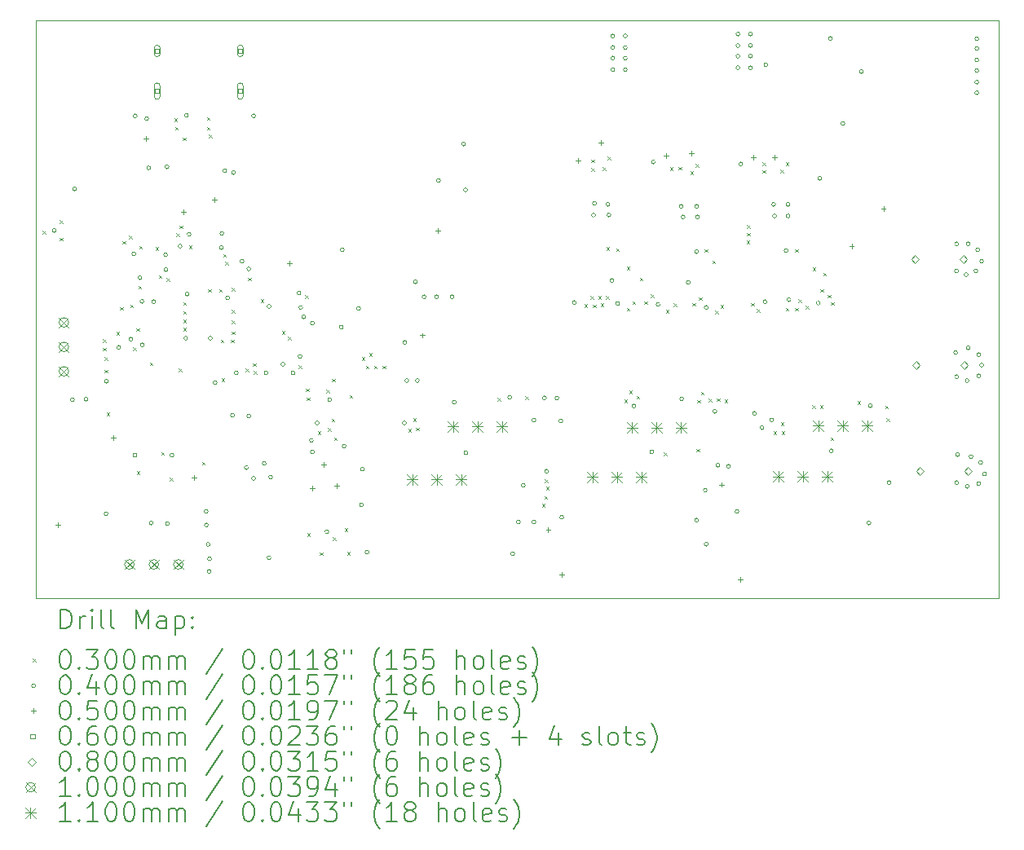
<source format=gbr>
%TF.GenerationSoftware,KiCad,Pcbnew,8.0.4-8.0.4-0~ubuntu22.04.1*%
%TF.CreationDate,2024-08-24T23:14:56+02:00*%
%TF.ProjectId,bldc_project,626c6463-5f70-4726-9f6a-6563742e6b69,rev?*%
%TF.SameCoordinates,Original*%
%TF.FileFunction,Drillmap*%
%TF.FilePolarity,Positive*%
%FSLAX45Y45*%
G04 Gerber Fmt 4.5, Leading zero omitted, Abs format (unit mm)*
G04 Created by KiCad (PCBNEW 8.0.4-8.0.4-0~ubuntu22.04.1) date 2024-08-24 23:14:56*
%MOMM*%
%LPD*%
G01*
G04 APERTURE LIST*
%ADD10C,0.100000*%
%ADD11C,0.200000*%
%ADD12C,0.110000*%
G04 APERTURE END LIST*
D10*
X4120000Y-8050000D02*
X14120000Y-8050000D01*
X14120000Y-14050000D01*
X4120000Y-14050000D01*
X4120000Y-8050000D01*
D11*
D10*
X4190000Y-10235000D02*
X4220000Y-10265000D01*
X4220000Y-10235000D02*
X4190000Y-10265000D01*
X4365000Y-10125000D02*
X4395000Y-10155000D01*
X4395000Y-10125000D02*
X4365000Y-10155000D01*
X4365000Y-10305000D02*
X4395000Y-10335000D01*
X4395000Y-10305000D02*
X4365000Y-10335000D01*
X4815000Y-11360000D02*
X4845000Y-11390000D01*
X4845000Y-11360000D02*
X4815000Y-11390000D01*
X4815000Y-11450000D02*
X4845000Y-11480000D01*
X4845000Y-11450000D02*
X4815000Y-11480000D01*
X4830000Y-11545000D02*
X4860000Y-11575000D01*
X4860000Y-11545000D02*
X4830000Y-11575000D01*
X4830000Y-11677500D02*
X4860000Y-11707500D01*
X4860000Y-11677500D02*
X4830000Y-11707500D01*
X4855000Y-12122500D02*
X4885000Y-12152500D01*
X4885000Y-12122500D02*
X4855000Y-12152500D01*
X4955000Y-11285000D02*
X4985000Y-11315000D01*
X4985000Y-11285000D02*
X4955000Y-11315000D01*
X4995000Y-11025000D02*
X5025000Y-11055000D01*
X5025000Y-11025000D02*
X4995000Y-11055000D01*
X5020000Y-10340000D02*
X5050000Y-10370000D01*
X5050000Y-10340000D02*
X5020000Y-10370000D01*
X5085000Y-10285000D02*
X5115000Y-10315000D01*
X5115000Y-10285000D02*
X5085000Y-10315000D01*
X5100000Y-11000000D02*
X5130000Y-11030000D01*
X5130000Y-11000000D02*
X5100000Y-11030000D01*
X5130000Y-11445000D02*
X5160000Y-11475000D01*
X5160000Y-11445000D02*
X5130000Y-11475000D01*
X5160000Y-11245000D02*
X5190000Y-11275000D01*
X5190000Y-11245000D02*
X5160000Y-11275000D01*
X5167500Y-12730000D02*
X5197500Y-12760000D01*
X5197500Y-12730000D02*
X5167500Y-12760000D01*
X5185000Y-10805000D02*
X5215000Y-10835000D01*
X5215000Y-10805000D02*
X5185000Y-10835000D01*
X5190000Y-10390000D02*
X5220000Y-10420000D01*
X5220000Y-10390000D02*
X5190000Y-10420000D01*
X5300000Y-11600000D02*
X5330000Y-11630000D01*
X5330000Y-11600000D02*
X5300000Y-11630000D01*
X5360000Y-10405000D02*
X5390000Y-10435000D01*
X5390000Y-10405000D02*
X5360000Y-10435000D01*
X5395000Y-10695000D02*
X5425000Y-10725000D01*
X5425000Y-10695000D02*
X5395000Y-10725000D01*
X5420000Y-12532500D02*
X5450000Y-12562500D01*
X5450000Y-12532500D02*
X5420000Y-12562500D01*
X5475000Y-10725000D02*
X5505000Y-10755000D01*
X5505000Y-10725000D02*
X5475000Y-10755000D01*
X5507500Y-12800000D02*
X5537500Y-12830000D01*
X5537500Y-12800000D02*
X5507500Y-12830000D01*
X5555000Y-9065000D02*
X5585000Y-9095000D01*
X5585000Y-9065000D02*
X5555000Y-9095000D01*
X5565000Y-9155000D02*
X5595000Y-9185000D01*
X5595000Y-9155000D02*
X5565000Y-9185000D01*
X5575000Y-10260000D02*
X5605000Y-10290000D01*
X5605000Y-10260000D02*
X5575000Y-10290000D01*
X5600353Y-11665353D02*
X5630353Y-11695353D01*
X5630353Y-11665353D02*
X5600353Y-11695353D01*
X5610000Y-10180000D02*
X5640000Y-10210000D01*
X5640000Y-10180000D02*
X5610000Y-10210000D01*
X5645000Y-9265000D02*
X5675000Y-9295000D01*
X5675000Y-9265000D02*
X5645000Y-9295000D01*
X5650000Y-10975000D02*
X5680000Y-11005000D01*
X5680000Y-10975000D02*
X5650000Y-11005000D01*
X5650000Y-11070000D02*
X5680000Y-11100000D01*
X5680000Y-11070000D02*
X5650000Y-11100000D01*
X5650000Y-11155000D02*
X5680000Y-11185000D01*
X5680000Y-11155000D02*
X5650000Y-11185000D01*
X5650000Y-11240000D02*
X5680000Y-11270000D01*
X5680000Y-11240000D02*
X5650000Y-11270000D01*
X5710000Y-10385000D02*
X5740000Y-10415000D01*
X5740000Y-10385000D02*
X5710000Y-10415000D01*
X5845000Y-12635000D02*
X5875000Y-12665000D01*
X5875000Y-12635000D02*
X5845000Y-12665000D01*
X5895000Y-9055000D02*
X5925000Y-9085000D01*
X5925000Y-9055000D02*
X5895000Y-9085000D01*
X5895000Y-9155000D02*
X5925000Y-9185000D01*
X5925000Y-9155000D02*
X5895000Y-9185000D01*
X5905000Y-10840000D02*
X5935000Y-10870000D01*
X5935000Y-10840000D02*
X5905000Y-10870000D01*
X5915000Y-9235000D02*
X5945000Y-9265000D01*
X5945000Y-9235000D02*
X5915000Y-9265000D01*
X6020000Y-10840000D02*
X6050000Y-10870000D01*
X6050000Y-10840000D02*
X6020000Y-10870000D01*
X6040000Y-11365000D02*
X6070000Y-11395000D01*
X6070000Y-11365000D02*
X6040000Y-11395000D01*
X6045000Y-11765000D02*
X6075000Y-11795000D01*
X6075000Y-11765000D02*
X6045000Y-11795000D01*
X6065000Y-10475000D02*
X6095000Y-10505000D01*
X6095000Y-10475000D02*
X6065000Y-10505000D01*
X6085000Y-10555000D02*
X6115000Y-10585000D01*
X6115000Y-10555000D02*
X6085000Y-10585000D01*
X6145000Y-11365000D02*
X6175000Y-11395000D01*
X6175000Y-11365000D02*
X6145000Y-11395000D01*
X6155000Y-10825000D02*
X6185000Y-10855000D01*
X6185000Y-10825000D02*
X6155000Y-10855000D01*
X6155000Y-11055000D02*
X6185000Y-11085000D01*
X6185000Y-11055000D02*
X6155000Y-11085000D01*
X6155000Y-11165000D02*
X6185000Y-11195000D01*
X6185000Y-11165000D02*
X6155000Y-11195000D01*
X6155000Y-11280000D02*
X6185000Y-11310000D01*
X6185000Y-11280000D02*
X6155000Y-11310000D01*
X6295000Y-11665000D02*
X6325000Y-11695000D01*
X6325000Y-11665000D02*
X6295000Y-11695000D01*
X6320000Y-10720000D02*
X6350000Y-10750000D01*
X6350000Y-10720000D02*
X6320000Y-10750000D01*
X6375000Y-11610000D02*
X6405000Y-11640000D01*
X6405000Y-11610000D02*
X6375000Y-11640000D01*
X6380000Y-11690000D02*
X6410000Y-11720000D01*
X6410000Y-11690000D02*
X6380000Y-11720000D01*
X6455000Y-10945000D02*
X6485000Y-10975000D01*
X6485000Y-10945000D02*
X6455000Y-10975000D01*
X6675000Y-11275000D02*
X6705000Y-11305000D01*
X6705000Y-11275000D02*
X6675000Y-11305000D01*
X6735000Y-11335000D02*
X6765000Y-11365000D01*
X6765000Y-11335000D02*
X6735000Y-11365000D01*
X6845000Y-11630000D02*
X6875000Y-11660000D01*
X6875000Y-11630000D02*
X6845000Y-11660000D01*
X6915000Y-10905000D02*
X6945000Y-10935000D01*
X6945000Y-10905000D02*
X6915000Y-10935000D01*
X6925000Y-11872500D02*
X6955000Y-11902500D01*
X6955000Y-11872500D02*
X6925000Y-11902500D01*
X6930000Y-11965000D02*
X6960000Y-11995000D01*
X6960000Y-11965000D02*
X6930000Y-11995000D01*
X6935000Y-13375000D02*
X6965000Y-13405000D01*
X6965000Y-13375000D02*
X6935000Y-13405000D01*
X7045000Y-12315000D02*
X7075000Y-12345000D01*
X7075000Y-12315000D02*
X7045000Y-12345000D01*
X7065000Y-13575000D02*
X7095000Y-13605000D01*
X7095000Y-13575000D02*
X7065000Y-13605000D01*
X7135073Y-11884926D02*
X7165073Y-11914926D01*
X7165073Y-11884926D02*
X7135073Y-11914926D01*
X7150000Y-12285000D02*
X7180000Y-12315000D01*
X7180000Y-12285000D02*
X7150000Y-12315000D01*
X7190000Y-12185000D02*
X7220000Y-12215000D01*
X7220000Y-12185000D02*
X7190000Y-12215000D01*
X7195000Y-11772500D02*
X7225000Y-11802500D01*
X7225000Y-11772500D02*
X7195000Y-11802500D01*
X7200753Y-13420000D02*
X7230753Y-13450000D01*
X7230753Y-13420000D02*
X7200753Y-13450000D01*
X7215000Y-12380000D02*
X7245000Y-12410000D01*
X7245000Y-12380000D02*
X7215000Y-12410000D01*
X7325000Y-13325000D02*
X7355000Y-13355000D01*
X7355000Y-13325000D02*
X7325000Y-13355000D01*
X7350000Y-13570000D02*
X7380000Y-13600000D01*
X7380000Y-13570000D02*
X7350000Y-13600000D01*
X7377500Y-11940000D02*
X7407500Y-11970000D01*
X7407500Y-11940000D02*
X7377500Y-11970000D01*
X7505000Y-11545000D02*
X7535000Y-11575000D01*
X7535000Y-11545000D02*
X7505000Y-11575000D01*
X7545000Y-11635000D02*
X7575000Y-11665000D01*
X7575000Y-11635000D02*
X7545000Y-11665000D01*
X7580000Y-11505000D02*
X7610000Y-11535000D01*
X7610000Y-11505000D02*
X7580000Y-11535000D01*
X7630000Y-11635000D02*
X7660000Y-11665000D01*
X7660000Y-11635000D02*
X7630000Y-11665000D01*
X7720000Y-11635000D02*
X7750000Y-11665000D01*
X7750000Y-11635000D02*
X7720000Y-11665000D01*
X7985000Y-12290000D02*
X8015000Y-12320000D01*
X8015000Y-12290000D02*
X7985000Y-12320000D01*
X8035000Y-12180000D02*
X8065000Y-12210000D01*
X8065000Y-12180000D02*
X8035000Y-12210000D01*
X8065000Y-12280000D02*
X8095000Y-12310000D01*
X8095000Y-12280000D02*
X8065000Y-12310000D01*
X8915000Y-11970000D02*
X8945000Y-12000000D01*
X8945000Y-11970000D02*
X8915000Y-12000000D01*
X9200000Y-11955000D02*
X9230000Y-11985000D01*
X9230000Y-11955000D02*
X9200000Y-11985000D01*
X9375000Y-13070000D02*
X9405000Y-13100000D01*
X9405000Y-13070000D02*
X9375000Y-13100000D01*
X9400000Y-12990000D02*
X9430000Y-13020000D01*
X9430000Y-12990000D02*
X9400000Y-13020000D01*
X9405000Y-12815000D02*
X9435000Y-12845000D01*
X9435000Y-12815000D02*
X9405000Y-12845000D01*
X9415000Y-12895000D02*
X9445000Y-12925000D01*
X9445000Y-12895000D02*
X9415000Y-12925000D01*
X9815000Y-10995000D02*
X9845000Y-11025000D01*
X9845000Y-10995000D02*
X9815000Y-11025000D01*
X9880000Y-10910000D02*
X9910000Y-10940000D01*
X9910000Y-10910000D02*
X9880000Y-10940000D01*
X9885000Y-9495000D02*
X9915000Y-9525000D01*
X9915000Y-9495000D02*
X9885000Y-9525000D01*
X9886000Y-9584000D02*
X9916000Y-9614000D01*
X9916000Y-9584000D02*
X9886000Y-9614000D01*
X9905000Y-11000000D02*
X9935000Y-11030000D01*
X9935000Y-11000000D02*
X9905000Y-11030000D01*
X9960000Y-10910000D02*
X9990000Y-10940000D01*
X9990000Y-10910000D02*
X9960000Y-10940000D01*
X9985000Y-10990000D02*
X10015000Y-11020000D01*
X10015000Y-10990000D02*
X9985000Y-11020000D01*
X10005000Y-9575000D02*
X10035000Y-9605000D01*
X10035000Y-9575000D02*
X10005000Y-9605000D01*
X10040000Y-10910000D02*
X10070000Y-10940000D01*
X10070000Y-10910000D02*
X10040000Y-10940000D01*
X10042500Y-10404500D02*
X10072500Y-10434500D01*
X10072500Y-10404500D02*
X10042500Y-10434500D01*
X10055000Y-9465000D02*
X10085000Y-9495000D01*
X10085000Y-9465000D02*
X10055000Y-9495000D01*
X10145000Y-10415000D02*
X10175000Y-10445000D01*
X10175000Y-10415000D02*
X10145000Y-10445000D01*
X10230000Y-11985000D02*
X10260000Y-12015000D01*
X10260000Y-11985000D02*
X10230000Y-12015000D01*
X10255000Y-10605000D02*
X10285000Y-10635000D01*
X10285000Y-10605000D02*
X10255000Y-10635000D01*
X10255000Y-11035000D02*
X10285000Y-11065000D01*
X10285000Y-11035000D02*
X10255000Y-11065000D01*
X10280000Y-11895000D02*
X10310000Y-11925000D01*
X10310000Y-11895000D02*
X10280000Y-11925000D01*
X10315000Y-10965000D02*
X10345000Y-10995000D01*
X10345000Y-10965000D02*
X10315000Y-10995000D01*
X10355000Y-11950000D02*
X10385000Y-11980000D01*
X10385000Y-11950000D02*
X10355000Y-11980000D01*
X10390000Y-10720000D02*
X10420000Y-10750000D01*
X10420000Y-10720000D02*
X10390000Y-10750000D01*
X10435000Y-10965000D02*
X10465000Y-10995000D01*
X10465000Y-10965000D02*
X10435000Y-10995000D01*
X10505000Y-10895000D02*
X10535000Y-10925000D01*
X10535000Y-10895000D02*
X10505000Y-10925000D01*
X10640000Y-12535000D02*
X10670000Y-12565000D01*
X10670000Y-12535000D02*
X10640000Y-12565000D01*
X10660000Y-11055000D02*
X10690000Y-11085000D01*
X10690000Y-11055000D02*
X10660000Y-11085000D01*
X10705000Y-9575000D02*
X10735000Y-9605000D01*
X10735000Y-9575000D02*
X10705000Y-9605000D01*
X10740000Y-10990000D02*
X10770000Y-11020000D01*
X10770000Y-10990000D02*
X10740000Y-11020000D01*
X10791058Y-9568000D02*
X10821058Y-9598000D01*
X10821058Y-9568000D02*
X10791058Y-9598000D01*
X10913500Y-9616500D02*
X10943500Y-9646500D01*
X10943500Y-9616500D02*
X10913500Y-9646500D01*
X10935000Y-10985000D02*
X10965000Y-11015000D01*
X10965000Y-10985000D02*
X10935000Y-11015000D01*
X10970000Y-9540000D02*
X11000000Y-9570000D01*
X11000000Y-9540000D02*
X10970000Y-9570000D01*
X10980000Y-12500000D02*
X11010000Y-12530000D01*
X11010000Y-12500000D02*
X10980000Y-12530000D01*
X10985000Y-11990000D02*
X11015000Y-12020000D01*
X11015000Y-11990000D02*
X10985000Y-12020000D01*
X11005000Y-10925000D02*
X11035000Y-10955000D01*
X11035000Y-10925000D02*
X11005000Y-10955000D01*
X11025000Y-11905000D02*
X11055000Y-11935000D01*
X11055000Y-11905000D02*
X11025000Y-11935000D01*
X11065000Y-10425000D02*
X11095000Y-10455000D01*
X11095000Y-10425000D02*
X11065000Y-10455000D01*
X11105000Y-11980000D02*
X11135000Y-12010000D01*
X11135000Y-11980000D02*
X11105000Y-12010000D01*
X11145000Y-10545000D02*
X11175000Y-10575000D01*
X11175000Y-10545000D02*
X11145000Y-10575000D01*
X11175000Y-11065000D02*
X11205000Y-11095000D01*
X11205000Y-11065000D02*
X11175000Y-11095000D01*
X11190000Y-11975000D02*
X11220000Y-12005000D01*
X11220000Y-11975000D02*
X11190000Y-12005000D01*
X11230000Y-11005000D02*
X11260000Y-11035000D01*
X11260000Y-11005000D02*
X11230000Y-11035000D01*
X11272500Y-11985000D02*
X11302500Y-12015000D01*
X11302500Y-11985000D02*
X11272500Y-12015000D01*
X11500000Y-10335000D02*
X11530000Y-10365000D01*
X11530000Y-10335000D02*
X11500000Y-10365000D01*
X11505000Y-10175000D02*
X11535000Y-10205000D01*
X11535000Y-10175000D02*
X11505000Y-10205000D01*
X11505000Y-10255000D02*
X11535000Y-10285000D01*
X11535000Y-10255000D02*
X11505000Y-10285000D01*
X11545000Y-10985000D02*
X11575000Y-11015000D01*
X11575000Y-10985000D02*
X11545000Y-11015000D01*
X11605000Y-11045000D02*
X11635000Y-11075000D01*
X11635000Y-11045000D02*
X11605000Y-11075000D01*
X11665000Y-9525000D02*
X11695000Y-9555000D01*
X11695000Y-9525000D02*
X11665000Y-9555000D01*
X11665000Y-9605000D02*
X11695000Y-9635000D01*
X11695000Y-9605000D02*
X11665000Y-9635000D01*
X11780000Y-12315000D02*
X11810000Y-12345000D01*
X11810000Y-12315000D02*
X11780000Y-12345000D01*
X11848625Y-9601375D02*
X11878625Y-9631375D01*
X11878625Y-9601375D02*
X11848625Y-9631375D01*
X11855000Y-12225000D02*
X11885000Y-12255000D01*
X11885000Y-12225000D02*
X11855000Y-12255000D01*
X11865000Y-12315000D02*
X11895000Y-12345000D01*
X11895000Y-12315000D02*
X11865000Y-12345000D01*
X11905000Y-9525000D02*
X11935000Y-9555000D01*
X11935000Y-9525000D02*
X11905000Y-9555000D01*
X11905000Y-11035000D02*
X11935000Y-11065000D01*
X11935000Y-11035000D02*
X11905000Y-11065000D01*
X12005000Y-10425000D02*
X12035000Y-10455000D01*
X12035000Y-10425000D02*
X12005000Y-10455000D01*
X12005000Y-11035000D02*
X12035000Y-11065000D01*
X12035000Y-11035000D02*
X12005000Y-11065000D01*
X12035000Y-10945000D02*
X12065000Y-10975000D01*
X12065000Y-10945000D02*
X12035000Y-10975000D01*
X12115000Y-11015000D02*
X12145000Y-11045000D01*
X12145000Y-11015000D02*
X12115000Y-11045000D01*
X12180000Y-12045000D02*
X12210000Y-12075000D01*
X12210000Y-12045000D02*
X12180000Y-12075000D01*
X12185000Y-10615000D02*
X12215000Y-10645000D01*
X12215000Y-10615000D02*
X12185000Y-10645000D01*
X12260000Y-12045000D02*
X12290000Y-12075000D01*
X12290000Y-12045000D02*
X12260000Y-12075000D01*
X12265000Y-10840000D02*
X12295000Y-10870000D01*
X12295000Y-10840000D02*
X12265000Y-10870000D01*
X12295000Y-10670000D02*
X12325000Y-10700000D01*
X12325000Y-10670000D02*
X12295000Y-10700000D01*
X12340000Y-10900000D02*
X12370000Y-10930000D01*
X12370000Y-10900000D02*
X12340000Y-10930000D01*
X12370000Y-12380000D02*
X12400000Y-12410000D01*
X12400000Y-12380000D02*
X12370000Y-12410000D01*
X12375000Y-10975000D02*
X12405000Y-11005000D01*
X12405000Y-10975000D02*
X12375000Y-11005000D01*
X12650000Y-12005000D02*
X12680000Y-12035000D01*
X12680000Y-12005000D02*
X12650000Y-12035000D01*
X12940000Y-12050000D02*
X12970000Y-12080000D01*
X12970000Y-12050000D02*
X12940000Y-12080000D01*
X12950000Y-12180000D02*
X12980000Y-12210000D01*
X12980000Y-12180000D02*
X12950000Y-12210000D01*
X4330000Y-10230000D02*
G75*
G02*
X4290000Y-10230000I-20000J0D01*
G01*
X4290000Y-10230000D02*
G75*
G02*
X4330000Y-10230000I20000J0D01*
G01*
X4517500Y-11990000D02*
G75*
G02*
X4477500Y-11990000I-20000J0D01*
G01*
X4477500Y-11990000D02*
G75*
G02*
X4517500Y-11990000I20000J0D01*
G01*
X4540000Y-9800000D02*
G75*
G02*
X4500000Y-9800000I-20000J0D01*
G01*
X4500000Y-9800000D02*
G75*
G02*
X4540000Y-9800000I20000J0D01*
G01*
X4660000Y-11982500D02*
G75*
G02*
X4620000Y-11982500I-20000J0D01*
G01*
X4620000Y-11982500D02*
G75*
G02*
X4660000Y-11982500I20000J0D01*
G01*
X4867500Y-13172500D02*
G75*
G02*
X4827500Y-13172500I-20000J0D01*
G01*
X4827500Y-13172500D02*
G75*
G02*
X4867500Y-13172500I20000J0D01*
G01*
X4872500Y-11797500D02*
G75*
G02*
X4832500Y-11797500I-20000J0D01*
G01*
X4832500Y-11797500D02*
G75*
G02*
X4872500Y-11797500I20000J0D01*
G01*
X5000000Y-11445000D02*
G75*
G02*
X4960000Y-11445000I-20000J0D01*
G01*
X4960000Y-11445000D02*
G75*
G02*
X5000000Y-11445000I20000J0D01*
G01*
X5125000Y-11360000D02*
G75*
G02*
X5085000Y-11360000I-20000J0D01*
G01*
X5085000Y-11360000D02*
G75*
G02*
X5125000Y-11360000I20000J0D01*
G01*
X5156967Y-10473033D02*
G75*
G02*
X5116967Y-10473033I-20000J0D01*
G01*
X5116967Y-10473033D02*
G75*
G02*
X5156967Y-10473033I20000J0D01*
G01*
X5167500Y-12565000D02*
G75*
G02*
X5127500Y-12565000I-20000J0D01*
G01*
X5127500Y-12565000D02*
G75*
G02*
X5167500Y-12565000I20000J0D01*
G01*
X5170000Y-9040000D02*
G75*
G02*
X5130000Y-9040000I-20000J0D01*
G01*
X5130000Y-9040000D02*
G75*
G02*
X5170000Y-9040000I20000J0D01*
G01*
X5220000Y-10722000D02*
G75*
G02*
X5180000Y-10722000I-20000J0D01*
G01*
X5180000Y-10722000D02*
G75*
G02*
X5220000Y-10722000I20000J0D01*
G01*
X5240772Y-10967597D02*
G75*
G02*
X5200772Y-10967597I-20000J0D01*
G01*
X5200772Y-10967597D02*
G75*
G02*
X5240772Y-10967597I20000J0D01*
G01*
X5243757Y-11420000D02*
G75*
G02*
X5203757Y-11420000I-20000J0D01*
G01*
X5203757Y-11420000D02*
G75*
G02*
X5243757Y-11420000I20000J0D01*
G01*
X5290000Y-9070000D02*
G75*
G02*
X5250000Y-9070000I-20000J0D01*
G01*
X5250000Y-9070000D02*
G75*
G02*
X5290000Y-9070000I20000J0D01*
G01*
X5310000Y-9580000D02*
G75*
G02*
X5270000Y-9580000I-20000J0D01*
G01*
X5270000Y-9580000D02*
G75*
G02*
X5310000Y-9580000I20000J0D01*
G01*
X5335000Y-13270000D02*
G75*
G02*
X5295000Y-13270000I-20000J0D01*
G01*
X5295000Y-13270000D02*
G75*
G02*
X5335000Y-13270000I20000J0D01*
G01*
X5361636Y-10970000D02*
G75*
G02*
X5321636Y-10970000I-20000J0D01*
G01*
X5321636Y-10970000D02*
G75*
G02*
X5361636Y-10970000I20000J0D01*
G01*
X5485807Y-10484193D02*
G75*
G02*
X5445807Y-10484193I-20000J0D01*
G01*
X5445807Y-10484193D02*
G75*
G02*
X5485807Y-10484193I20000J0D01*
G01*
X5490000Y-10637000D02*
G75*
G02*
X5450000Y-10637000I-20000J0D01*
G01*
X5450000Y-10637000D02*
G75*
G02*
X5490000Y-10637000I20000J0D01*
G01*
X5500000Y-9570000D02*
G75*
G02*
X5460000Y-9570000I-20000J0D01*
G01*
X5460000Y-9570000D02*
G75*
G02*
X5500000Y-9570000I20000J0D01*
G01*
X5505000Y-13277500D02*
G75*
G02*
X5465000Y-13277500I-20000J0D01*
G01*
X5465000Y-13277500D02*
G75*
G02*
X5505000Y-13277500I20000J0D01*
G01*
X5550000Y-12565000D02*
G75*
G02*
X5510000Y-12565000I-20000J0D01*
G01*
X5510000Y-12565000D02*
G75*
G02*
X5550000Y-12565000I20000J0D01*
G01*
X5636015Y-10393985D02*
G75*
G02*
X5596015Y-10393985I-20000J0D01*
G01*
X5596015Y-10393985D02*
G75*
G02*
X5636015Y-10393985I20000J0D01*
G01*
X5695000Y-11350000D02*
G75*
G02*
X5655000Y-11350000I-20000J0D01*
G01*
X5655000Y-11350000D02*
G75*
G02*
X5695000Y-11350000I20000J0D01*
G01*
X5702408Y-9035471D02*
G75*
G02*
X5662408Y-9035471I-20000J0D01*
G01*
X5662408Y-9035471D02*
G75*
G02*
X5702408Y-9035471I20000J0D01*
G01*
X5710000Y-10890000D02*
G75*
G02*
X5670000Y-10890000I-20000J0D01*
G01*
X5670000Y-10890000D02*
G75*
G02*
X5710000Y-10890000I20000J0D01*
G01*
X5730000Y-10270000D02*
G75*
G02*
X5690000Y-10270000I-20000J0D01*
G01*
X5690000Y-10270000D02*
G75*
G02*
X5730000Y-10270000I20000J0D01*
G01*
X5907500Y-13150000D02*
G75*
G02*
X5867500Y-13150000I-20000J0D01*
G01*
X5867500Y-13150000D02*
G75*
G02*
X5907500Y-13150000I20000J0D01*
G01*
X5910000Y-13290000D02*
G75*
G02*
X5870000Y-13290000I-20000J0D01*
G01*
X5870000Y-13290000D02*
G75*
G02*
X5910000Y-13290000I20000J0D01*
G01*
X5927500Y-13492500D02*
G75*
G02*
X5887500Y-13492500I-20000J0D01*
G01*
X5887500Y-13492500D02*
G75*
G02*
X5927500Y-13492500I20000J0D01*
G01*
X5937500Y-13772500D02*
G75*
G02*
X5897500Y-13772500I-20000J0D01*
G01*
X5897500Y-13772500D02*
G75*
G02*
X5937500Y-13772500I20000J0D01*
G01*
X5942500Y-13642500D02*
G75*
G02*
X5902500Y-13642500I-20000J0D01*
G01*
X5902500Y-13642500D02*
G75*
G02*
X5942500Y-13642500I20000J0D01*
G01*
X5950000Y-11350000D02*
G75*
G02*
X5910000Y-11350000I-20000J0D01*
G01*
X5910000Y-11350000D02*
G75*
G02*
X5950000Y-11350000I20000J0D01*
G01*
X6000000Y-11810000D02*
G75*
G02*
X5960000Y-11810000I-20000J0D01*
G01*
X5960000Y-11810000D02*
G75*
G02*
X6000000Y-11810000I20000J0D01*
G01*
X6065000Y-10410000D02*
G75*
G02*
X6025000Y-10410000I-20000J0D01*
G01*
X6025000Y-10410000D02*
G75*
G02*
X6065000Y-10410000I20000J0D01*
G01*
X6070000Y-10260000D02*
G75*
G02*
X6030000Y-10260000I-20000J0D01*
G01*
X6030000Y-10260000D02*
G75*
G02*
X6070000Y-10260000I20000J0D01*
G01*
X6100000Y-9610000D02*
G75*
G02*
X6060000Y-9610000I-20000J0D01*
G01*
X6060000Y-9610000D02*
G75*
G02*
X6100000Y-9610000I20000J0D01*
G01*
X6130000Y-10930000D02*
G75*
G02*
X6090000Y-10930000I-20000J0D01*
G01*
X6090000Y-10930000D02*
G75*
G02*
X6130000Y-10930000I20000J0D01*
G01*
X6180000Y-12150000D02*
G75*
G02*
X6140000Y-12150000I-20000J0D01*
G01*
X6140000Y-12150000D02*
G75*
G02*
X6180000Y-12150000I20000J0D01*
G01*
X6190000Y-9630000D02*
G75*
G02*
X6150000Y-9630000I-20000J0D01*
G01*
X6150000Y-9630000D02*
G75*
G02*
X6190000Y-9630000I20000J0D01*
G01*
X6220000Y-11710000D02*
G75*
G02*
X6180000Y-11710000I-20000J0D01*
G01*
X6180000Y-11710000D02*
G75*
G02*
X6220000Y-11710000I20000J0D01*
G01*
X6280000Y-10550000D02*
G75*
G02*
X6240000Y-10550000I-20000J0D01*
G01*
X6240000Y-10550000D02*
G75*
G02*
X6280000Y-10550000I20000J0D01*
G01*
X6325000Y-12695000D02*
G75*
G02*
X6285000Y-12695000I-20000J0D01*
G01*
X6285000Y-12695000D02*
G75*
G02*
X6325000Y-12695000I20000J0D01*
G01*
X6350000Y-10630000D02*
G75*
G02*
X6310000Y-10630000I-20000J0D01*
G01*
X6310000Y-10630000D02*
G75*
G02*
X6350000Y-10630000I20000J0D01*
G01*
X6350000Y-12160000D02*
G75*
G02*
X6310000Y-12160000I-20000J0D01*
G01*
X6310000Y-12160000D02*
G75*
G02*
X6350000Y-12160000I20000J0D01*
G01*
X6400000Y-9040000D02*
G75*
G02*
X6360000Y-9040000I-20000J0D01*
G01*
X6360000Y-9040000D02*
G75*
G02*
X6400000Y-9040000I20000J0D01*
G01*
X6400000Y-12805000D02*
G75*
G02*
X6360000Y-12805000I-20000J0D01*
G01*
X6360000Y-12805000D02*
G75*
G02*
X6400000Y-12805000I20000J0D01*
G01*
X6510000Y-12650000D02*
G75*
G02*
X6470000Y-12650000I-20000J0D01*
G01*
X6470000Y-12650000D02*
G75*
G02*
X6510000Y-12650000I20000J0D01*
G01*
X6530000Y-11710000D02*
G75*
G02*
X6490000Y-11710000I-20000J0D01*
G01*
X6490000Y-11710000D02*
G75*
G02*
X6530000Y-11710000I20000J0D01*
G01*
X6560000Y-11020000D02*
G75*
G02*
X6520000Y-11020000I-20000J0D01*
G01*
X6520000Y-11020000D02*
G75*
G02*
X6560000Y-11020000I20000J0D01*
G01*
X6560000Y-13630000D02*
G75*
G02*
X6520000Y-13630000I-20000J0D01*
G01*
X6520000Y-13630000D02*
G75*
G02*
X6560000Y-13630000I20000J0D01*
G01*
X6576967Y-12793033D02*
G75*
G02*
X6536967Y-12793033I-20000J0D01*
G01*
X6536967Y-12793033D02*
G75*
G02*
X6576967Y-12793033I20000J0D01*
G01*
X6704356Y-11622224D02*
G75*
G02*
X6664356Y-11622224I-20000J0D01*
G01*
X6664356Y-11622224D02*
G75*
G02*
X6704356Y-11622224I20000J0D01*
G01*
X6810000Y-11710000D02*
G75*
G02*
X6770000Y-11710000I-20000J0D01*
G01*
X6770000Y-11710000D02*
G75*
G02*
X6810000Y-11710000I20000J0D01*
G01*
X6870000Y-10880000D02*
G75*
G02*
X6830000Y-10880000I-20000J0D01*
G01*
X6830000Y-10880000D02*
G75*
G02*
X6870000Y-10880000I20000J0D01*
G01*
X6881967Y-11538033D02*
G75*
G02*
X6841967Y-11538033I-20000J0D01*
G01*
X6841967Y-11538033D02*
G75*
G02*
X6881967Y-11538033I20000J0D01*
G01*
X6890000Y-11030000D02*
G75*
G02*
X6850000Y-11030000I-20000J0D01*
G01*
X6850000Y-11030000D02*
G75*
G02*
X6890000Y-11030000I20000J0D01*
G01*
X6921066Y-11128934D02*
G75*
G02*
X6881066Y-11128934I-20000J0D01*
G01*
X6881066Y-11128934D02*
G75*
G02*
X6921066Y-11128934I20000J0D01*
G01*
X7000104Y-12410104D02*
G75*
G02*
X6960104Y-12410104I-20000J0D01*
G01*
X6960104Y-12410104D02*
G75*
G02*
X7000104Y-12410104I20000J0D01*
G01*
X7010000Y-12530000D02*
G75*
G02*
X6970000Y-12530000I-20000J0D01*
G01*
X6970000Y-12530000D02*
G75*
G02*
X7010000Y-12530000I20000J0D01*
G01*
X7011174Y-11195000D02*
G75*
G02*
X6971174Y-11195000I-20000J0D01*
G01*
X6971174Y-11195000D02*
G75*
G02*
X7011174Y-11195000I20000J0D01*
G01*
X7060000Y-12230000D02*
G75*
G02*
X7020000Y-12230000I-20000J0D01*
G01*
X7020000Y-12230000D02*
G75*
G02*
X7060000Y-12230000I20000J0D01*
G01*
X7160533Y-13359467D02*
G75*
G02*
X7120533Y-13359467I-20000J0D01*
G01*
X7120533Y-13359467D02*
G75*
G02*
X7160533Y-13359467I20000J0D01*
G01*
X7190000Y-11990000D02*
G75*
G02*
X7150000Y-11990000I-20000J0D01*
G01*
X7150000Y-11990000D02*
G75*
G02*
X7190000Y-11990000I20000J0D01*
G01*
X7310000Y-11235000D02*
G75*
G02*
X7270000Y-11235000I-20000J0D01*
G01*
X7270000Y-11235000D02*
G75*
G02*
X7310000Y-11235000I20000J0D01*
G01*
X7320000Y-10430000D02*
G75*
G02*
X7280000Y-10430000I-20000J0D01*
G01*
X7280000Y-10430000D02*
G75*
G02*
X7320000Y-10430000I20000J0D01*
G01*
X7340000Y-12470000D02*
G75*
G02*
X7300000Y-12470000I-20000J0D01*
G01*
X7300000Y-12470000D02*
G75*
G02*
X7340000Y-12470000I20000J0D01*
G01*
X7490000Y-11040000D02*
G75*
G02*
X7450000Y-11040000I-20000J0D01*
G01*
X7450000Y-11040000D02*
G75*
G02*
X7490000Y-11040000I20000J0D01*
G01*
X7520000Y-13080000D02*
G75*
G02*
X7480000Y-13080000I-20000J0D01*
G01*
X7480000Y-13080000D02*
G75*
G02*
X7520000Y-13080000I20000J0D01*
G01*
X7530000Y-12710000D02*
G75*
G02*
X7490000Y-12710000I-20000J0D01*
G01*
X7490000Y-12710000D02*
G75*
G02*
X7530000Y-12710000I20000J0D01*
G01*
X7578283Y-13571717D02*
G75*
G02*
X7538283Y-13571717I-20000J0D01*
G01*
X7538283Y-13571717D02*
G75*
G02*
X7578283Y-13571717I20000J0D01*
G01*
X7965000Y-12230000D02*
G75*
G02*
X7925000Y-12230000I-20000J0D01*
G01*
X7925000Y-12230000D02*
G75*
G02*
X7965000Y-12230000I20000J0D01*
G01*
X7970000Y-11395000D02*
G75*
G02*
X7930000Y-11395000I-20000J0D01*
G01*
X7930000Y-11395000D02*
G75*
G02*
X7970000Y-11395000I20000J0D01*
G01*
X7990000Y-11790000D02*
G75*
G02*
X7950000Y-11790000I-20000J0D01*
G01*
X7950000Y-11790000D02*
G75*
G02*
X7990000Y-11790000I20000J0D01*
G01*
X8080000Y-10765000D02*
G75*
G02*
X8040000Y-10765000I-20000J0D01*
G01*
X8040000Y-10765000D02*
G75*
G02*
X8080000Y-10765000I20000J0D01*
G01*
X8100000Y-11790000D02*
G75*
G02*
X8060000Y-11790000I-20000J0D01*
G01*
X8060000Y-11790000D02*
G75*
G02*
X8100000Y-11790000I20000J0D01*
G01*
X8170000Y-10920000D02*
G75*
G02*
X8130000Y-10920000I-20000J0D01*
G01*
X8130000Y-10920000D02*
G75*
G02*
X8170000Y-10920000I20000J0D01*
G01*
X8300000Y-10920000D02*
G75*
G02*
X8260000Y-10920000I-20000J0D01*
G01*
X8260000Y-10920000D02*
G75*
G02*
X8300000Y-10920000I20000J0D01*
G01*
X8320000Y-9710000D02*
G75*
G02*
X8280000Y-9710000I-20000J0D01*
G01*
X8280000Y-9710000D02*
G75*
G02*
X8320000Y-9710000I20000J0D01*
G01*
X8460000Y-10920000D02*
G75*
G02*
X8420000Y-10920000I-20000J0D01*
G01*
X8420000Y-10920000D02*
G75*
G02*
X8460000Y-10920000I20000J0D01*
G01*
X8485000Y-12015000D02*
G75*
G02*
X8445000Y-12015000I-20000J0D01*
G01*
X8445000Y-12015000D02*
G75*
G02*
X8485000Y-12015000I20000J0D01*
G01*
X8581600Y-9334000D02*
G75*
G02*
X8541600Y-9334000I-20000J0D01*
G01*
X8541600Y-9334000D02*
G75*
G02*
X8581600Y-9334000I20000J0D01*
G01*
X8600000Y-9810000D02*
G75*
G02*
X8560000Y-9810000I-20000J0D01*
G01*
X8560000Y-9810000D02*
G75*
G02*
X8600000Y-9810000I20000J0D01*
G01*
X8605000Y-12540000D02*
G75*
G02*
X8565000Y-12540000I-20000J0D01*
G01*
X8565000Y-12540000D02*
G75*
G02*
X8605000Y-12540000I20000J0D01*
G01*
X9060000Y-11965000D02*
G75*
G02*
X9020000Y-11965000I-20000J0D01*
G01*
X9020000Y-11965000D02*
G75*
G02*
X9060000Y-11965000I20000J0D01*
G01*
X9090000Y-13590000D02*
G75*
G02*
X9050000Y-13590000I-20000J0D01*
G01*
X9050000Y-13590000D02*
G75*
G02*
X9090000Y-13590000I20000J0D01*
G01*
X9150000Y-13260000D02*
G75*
G02*
X9110000Y-13260000I-20000J0D01*
G01*
X9110000Y-13260000D02*
G75*
G02*
X9150000Y-13260000I20000J0D01*
G01*
X9200000Y-12880000D02*
G75*
G02*
X9160000Y-12880000I-20000J0D01*
G01*
X9160000Y-12880000D02*
G75*
G02*
X9200000Y-12880000I20000J0D01*
G01*
X9310000Y-12200000D02*
G75*
G02*
X9270000Y-12200000I-20000J0D01*
G01*
X9270000Y-12200000D02*
G75*
G02*
X9310000Y-12200000I20000J0D01*
G01*
X9310000Y-13260000D02*
G75*
G02*
X9270000Y-13260000I-20000J0D01*
G01*
X9270000Y-13260000D02*
G75*
G02*
X9310000Y-13260000I20000J0D01*
G01*
X9420000Y-11970000D02*
G75*
G02*
X9380000Y-11970000I-20000J0D01*
G01*
X9380000Y-11970000D02*
G75*
G02*
X9420000Y-11970000I20000J0D01*
G01*
X9441967Y-12731967D02*
G75*
G02*
X9401967Y-12731967I-20000J0D01*
G01*
X9401967Y-12731967D02*
G75*
G02*
X9441967Y-12731967I20000J0D01*
G01*
X9550000Y-11970000D02*
G75*
G02*
X9510000Y-11970000I-20000J0D01*
G01*
X9510000Y-11970000D02*
G75*
G02*
X9550000Y-11970000I20000J0D01*
G01*
X9590000Y-12210000D02*
G75*
G02*
X9550000Y-12210000I-20000J0D01*
G01*
X9550000Y-12210000D02*
G75*
G02*
X9590000Y-12210000I20000J0D01*
G01*
X9600000Y-13210000D02*
G75*
G02*
X9560000Y-13210000I-20000J0D01*
G01*
X9560000Y-13210000D02*
G75*
G02*
X9600000Y-13210000I20000J0D01*
G01*
X9730000Y-10980000D02*
G75*
G02*
X9690000Y-10980000I-20000J0D01*
G01*
X9690000Y-10980000D02*
G75*
G02*
X9730000Y-10980000I20000J0D01*
G01*
X9930000Y-10070000D02*
G75*
G02*
X9890000Y-10070000I-20000J0D01*
G01*
X9890000Y-10070000D02*
G75*
G02*
X9930000Y-10070000I20000J0D01*
G01*
X9940000Y-9950000D02*
G75*
G02*
X9900000Y-9950000I-20000J0D01*
G01*
X9900000Y-9950000D02*
G75*
G02*
X9940000Y-9950000I20000J0D01*
G01*
X10080000Y-9960000D02*
G75*
G02*
X10040000Y-9960000I-20000J0D01*
G01*
X10040000Y-9960000D02*
G75*
G02*
X10080000Y-9960000I20000J0D01*
G01*
X10090000Y-10070000D02*
G75*
G02*
X10050000Y-10070000I-20000J0D01*
G01*
X10050000Y-10070000D02*
G75*
G02*
X10090000Y-10070000I20000J0D01*
G01*
X10120000Y-10750000D02*
G75*
G02*
X10080000Y-10750000I-20000J0D01*
G01*
X10080000Y-10750000D02*
G75*
G02*
X10120000Y-10750000I20000J0D01*
G01*
X10130000Y-8210000D02*
G75*
G02*
X10090000Y-8210000I-20000J0D01*
G01*
X10090000Y-8210000D02*
G75*
G02*
X10130000Y-8210000I20000J0D01*
G01*
X10130000Y-8330000D02*
G75*
G02*
X10090000Y-8330000I-20000J0D01*
G01*
X10090000Y-8330000D02*
G75*
G02*
X10130000Y-8330000I20000J0D01*
G01*
X10130000Y-8440000D02*
G75*
G02*
X10090000Y-8440000I-20000J0D01*
G01*
X10090000Y-8440000D02*
G75*
G02*
X10130000Y-8440000I20000J0D01*
G01*
X10130000Y-8560000D02*
G75*
G02*
X10090000Y-8560000I-20000J0D01*
G01*
X10090000Y-8560000D02*
G75*
G02*
X10130000Y-8560000I20000J0D01*
G01*
X10180000Y-10990000D02*
G75*
G02*
X10140000Y-10990000I-20000J0D01*
G01*
X10140000Y-10990000D02*
G75*
G02*
X10180000Y-10990000I20000J0D01*
G01*
X10260000Y-8210000D02*
G75*
G02*
X10220000Y-8210000I-20000J0D01*
G01*
X10220000Y-8210000D02*
G75*
G02*
X10260000Y-8210000I20000J0D01*
G01*
X10260000Y-8330000D02*
G75*
G02*
X10220000Y-8330000I-20000J0D01*
G01*
X10220000Y-8330000D02*
G75*
G02*
X10260000Y-8330000I20000J0D01*
G01*
X10260000Y-8440000D02*
G75*
G02*
X10220000Y-8440000I-20000J0D01*
G01*
X10220000Y-8440000D02*
G75*
G02*
X10260000Y-8440000I20000J0D01*
G01*
X10260000Y-8560000D02*
G75*
G02*
X10220000Y-8560000I-20000J0D01*
G01*
X10220000Y-8560000D02*
G75*
G02*
X10260000Y-8560000I20000J0D01*
G01*
X10350000Y-12055000D02*
G75*
G02*
X10310000Y-12055000I-20000J0D01*
G01*
X10310000Y-12055000D02*
G75*
G02*
X10350000Y-12055000I20000J0D01*
G01*
X10535000Y-12530000D02*
G75*
G02*
X10495000Y-12530000I-20000J0D01*
G01*
X10495000Y-12530000D02*
G75*
G02*
X10535000Y-12530000I20000J0D01*
G01*
X10550000Y-9520000D02*
G75*
G02*
X10510000Y-9520000I-20000J0D01*
G01*
X10510000Y-9520000D02*
G75*
G02*
X10550000Y-9520000I20000J0D01*
G01*
X10600000Y-11000000D02*
G75*
G02*
X10560000Y-11000000I-20000J0D01*
G01*
X10560000Y-11000000D02*
G75*
G02*
X10600000Y-11000000I20000J0D01*
G01*
X10840000Y-9980000D02*
G75*
G02*
X10800000Y-9980000I-20000J0D01*
G01*
X10800000Y-9980000D02*
G75*
G02*
X10840000Y-9980000I20000J0D01*
G01*
X10845000Y-11980000D02*
G75*
G02*
X10805000Y-11980000I-20000J0D01*
G01*
X10805000Y-11980000D02*
G75*
G02*
X10845000Y-11980000I20000J0D01*
G01*
X10860000Y-10090000D02*
G75*
G02*
X10820000Y-10090000I-20000J0D01*
G01*
X10820000Y-10090000D02*
G75*
G02*
X10860000Y-10090000I20000J0D01*
G01*
X10913750Y-10770000D02*
G75*
G02*
X10873750Y-10770000I-20000J0D01*
G01*
X10873750Y-10770000D02*
G75*
G02*
X10913750Y-10770000I20000J0D01*
G01*
X11000000Y-9980000D02*
G75*
G02*
X10960000Y-9980000I-20000J0D01*
G01*
X10960000Y-9980000D02*
G75*
G02*
X11000000Y-9980000I20000J0D01*
G01*
X11000000Y-10450000D02*
G75*
G02*
X10960000Y-10450000I-20000J0D01*
G01*
X10960000Y-10450000D02*
G75*
G02*
X11000000Y-10450000I20000J0D01*
G01*
X11000000Y-13240000D02*
G75*
G02*
X10960000Y-13240000I-20000J0D01*
G01*
X10960000Y-13240000D02*
G75*
G02*
X11000000Y-13240000I20000J0D01*
G01*
X11010000Y-10090000D02*
G75*
G02*
X10970000Y-10090000I-20000J0D01*
G01*
X10970000Y-10090000D02*
G75*
G02*
X11010000Y-10090000I20000J0D01*
G01*
X11090000Y-12930000D02*
G75*
G02*
X11050000Y-12930000I-20000J0D01*
G01*
X11050000Y-12930000D02*
G75*
G02*
X11090000Y-12930000I20000J0D01*
G01*
X11100000Y-11030000D02*
G75*
G02*
X11060000Y-11030000I-20000J0D01*
G01*
X11060000Y-11030000D02*
G75*
G02*
X11100000Y-11030000I20000J0D01*
G01*
X11100000Y-13490000D02*
G75*
G02*
X11060000Y-13490000I-20000J0D01*
G01*
X11060000Y-13490000D02*
G75*
G02*
X11100000Y-13490000I20000J0D01*
G01*
X11190000Y-12110000D02*
G75*
G02*
X11150000Y-12110000I-20000J0D01*
G01*
X11150000Y-12110000D02*
G75*
G02*
X11190000Y-12110000I20000J0D01*
G01*
X11220000Y-12670000D02*
G75*
G02*
X11180000Y-12670000I-20000J0D01*
G01*
X11180000Y-12670000D02*
G75*
G02*
X11220000Y-12670000I20000J0D01*
G01*
X11330000Y-12680000D02*
G75*
G02*
X11290000Y-12680000I-20000J0D01*
G01*
X11290000Y-12680000D02*
G75*
G02*
X11330000Y-12680000I20000J0D01*
G01*
X11420000Y-13150000D02*
G75*
G02*
X11380000Y-13150000I-20000J0D01*
G01*
X11380000Y-13150000D02*
G75*
G02*
X11420000Y-13150000I20000J0D01*
G01*
X11430000Y-8190000D02*
G75*
G02*
X11390000Y-8190000I-20000J0D01*
G01*
X11390000Y-8190000D02*
G75*
G02*
X11430000Y-8190000I20000J0D01*
G01*
X11430000Y-8310000D02*
G75*
G02*
X11390000Y-8310000I-20000J0D01*
G01*
X11390000Y-8310000D02*
G75*
G02*
X11430000Y-8310000I20000J0D01*
G01*
X11430000Y-8420000D02*
G75*
G02*
X11390000Y-8420000I-20000J0D01*
G01*
X11390000Y-8420000D02*
G75*
G02*
X11430000Y-8420000I20000J0D01*
G01*
X11430000Y-8540000D02*
G75*
G02*
X11390000Y-8540000I-20000J0D01*
G01*
X11390000Y-8540000D02*
G75*
G02*
X11430000Y-8540000I20000J0D01*
G01*
X11460000Y-9540000D02*
G75*
G02*
X11420000Y-9540000I-20000J0D01*
G01*
X11420000Y-9540000D02*
G75*
G02*
X11460000Y-9540000I20000J0D01*
G01*
X11560000Y-8190000D02*
G75*
G02*
X11520000Y-8190000I-20000J0D01*
G01*
X11520000Y-8190000D02*
G75*
G02*
X11560000Y-8190000I20000J0D01*
G01*
X11560000Y-8310000D02*
G75*
G02*
X11520000Y-8310000I-20000J0D01*
G01*
X11520000Y-8310000D02*
G75*
G02*
X11560000Y-8310000I20000J0D01*
G01*
X11560000Y-8420000D02*
G75*
G02*
X11520000Y-8420000I-20000J0D01*
G01*
X11520000Y-8420000D02*
G75*
G02*
X11560000Y-8420000I20000J0D01*
G01*
X11560000Y-8540000D02*
G75*
G02*
X11520000Y-8540000I-20000J0D01*
G01*
X11520000Y-8540000D02*
G75*
G02*
X11560000Y-8540000I20000J0D01*
G01*
X11600000Y-12130000D02*
G75*
G02*
X11560000Y-12130000I-20000J0D01*
G01*
X11560000Y-12130000D02*
G75*
G02*
X11600000Y-12130000I20000J0D01*
G01*
X11680000Y-12280000D02*
G75*
G02*
X11640000Y-12280000I-20000J0D01*
G01*
X11640000Y-12280000D02*
G75*
G02*
X11680000Y-12280000I20000J0D01*
G01*
X11710000Y-10970000D02*
G75*
G02*
X11670000Y-10970000I-20000J0D01*
G01*
X11670000Y-10970000D02*
G75*
G02*
X11710000Y-10970000I20000J0D01*
G01*
X11720000Y-8510000D02*
G75*
G02*
X11680000Y-8510000I-20000J0D01*
G01*
X11680000Y-8510000D02*
G75*
G02*
X11720000Y-8510000I20000J0D01*
G01*
X11780000Y-12200000D02*
G75*
G02*
X11740000Y-12200000I-20000J0D01*
G01*
X11740000Y-12200000D02*
G75*
G02*
X11780000Y-12200000I20000J0D01*
G01*
X11800000Y-9960000D02*
G75*
G02*
X11760000Y-9960000I-20000J0D01*
G01*
X11760000Y-9960000D02*
G75*
G02*
X11800000Y-9960000I20000J0D01*
G01*
X11810000Y-10080000D02*
G75*
G02*
X11770000Y-10080000I-20000J0D01*
G01*
X11770000Y-10080000D02*
G75*
G02*
X11810000Y-10080000I20000J0D01*
G01*
X11930000Y-10440000D02*
G75*
G02*
X11890000Y-10440000I-20000J0D01*
G01*
X11890000Y-10440000D02*
G75*
G02*
X11930000Y-10440000I20000J0D01*
G01*
X11950000Y-9960000D02*
G75*
G02*
X11910000Y-9960000I-20000J0D01*
G01*
X11910000Y-9960000D02*
G75*
G02*
X11950000Y-9960000I20000J0D01*
G01*
X11950000Y-10080000D02*
G75*
G02*
X11910000Y-10080000I-20000J0D01*
G01*
X11910000Y-10080000D02*
G75*
G02*
X11950000Y-10080000I20000J0D01*
G01*
X11960000Y-10950000D02*
G75*
G02*
X11920000Y-10950000I-20000J0D01*
G01*
X11920000Y-10950000D02*
G75*
G02*
X11960000Y-10950000I20000J0D01*
G01*
X12265000Y-10985000D02*
G75*
G02*
X12225000Y-10985000I-20000J0D01*
G01*
X12225000Y-10985000D02*
G75*
G02*
X12265000Y-10985000I20000J0D01*
G01*
X12280000Y-9690000D02*
G75*
G02*
X12240000Y-9690000I-20000J0D01*
G01*
X12240000Y-9690000D02*
G75*
G02*
X12280000Y-9690000I20000J0D01*
G01*
X12390000Y-8235000D02*
G75*
G02*
X12350000Y-8235000I-20000J0D01*
G01*
X12350000Y-8235000D02*
G75*
G02*
X12390000Y-8235000I20000J0D01*
G01*
X12400000Y-12520000D02*
G75*
G02*
X12360000Y-12520000I-20000J0D01*
G01*
X12360000Y-12520000D02*
G75*
G02*
X12400000Y-12520000I20000J0D01*
G01*
X12520000Y-9120000D02*
G75*
G02*
X12480000Y-9120000I-20000J0D01*
G01*
X12480000Y-9120000D02*
G75*
G02*
X12520000Y-9120000I20000J0D01*
G01*
X12710000Y-8580000D02*
G75*
G02*
X12670000Y-8580000I-20000J0D01*
G01*
X12670000Y-8580000D02*
G75*
G02*
X12710000Y-8580000I20000J0D01*
G01*
X12790000Y-13270000D02*
G75*
G02*
X12750000Y-13270000I-20000J0D01*
G01*
X12750000Y-13270000D02*
G75*
G02*
X12790000Y-13270000I20000J0D01*
G01*
X12805000Y-12050000D02*
G75*
G02*
X12765000Y-12050000I-20000J0D01*
G01*
X12765000Y-12050000D02*
G75*
G02*
X12805000Y-12050000I20000J0D01*
G01*
X13000000Y-12850000D02*
G75*
G02*
X12960000Y-12850000I-20000J0D01*
G01*
X12960000Y-12850000D02*
G75*
G02*
X13000000Y-12850000I20000J0D01*
G01*
X13690000Y-11500000D02*
G75*
G02*
X13650000Y-11500000I-20000J0D01*
G01*
X13650000Y-11500000D02*
G75*
G02*
X13690000Y-11500000I20000J0D01*
G01*
X13700000Y-10370000D02*
G75*
G02*
X13660000Y-10370000I-20000J0D01*
G01*
X13660000Y-10370000D02*
G75*
G02*
X13700000Y-10370000I20000J0D01*
G01*
X13700000Y-10650000D02*
G75*
G02*
X13660000Y-10650000I-20000J0D01*
G01*
X13660000Y-10650000D02*
G75*
G02*
X13700000Y-10650000I20000J0D01*
G01*
X13700000Y-11750000D02*
G75*
G02*
X13660000Y-11750000I-20000J0D01*
G01*
X13660000Y-11750000D02*
G75*
G02*
X13700000Y-11750000I20000J0D01*
G01*
X13700000Y-12850000D02*
G75*
G02*
X13660000Y-12850000I-20000J0D01*
G01*
X13660000Y-12850000D02*
G75*
G02*
X13700000Y-12850000I20000J0D01*
G01*
X13710000Y-12560000D02*
G75*
G02*
X13670000Y-12560000I-20000J0D01*
G01*
X13670000Y-12560000D02*
G75*
G02*
X13710000Y-12560000I20000J0D01*
G01*
X13800000Y-10690000D02*
G75*
G02*
X13760000Y-10690000I-20000J0D01*
G01*
X13760000Y-10690000D02*
G75*
G02*
X13800000Y-10690000I20000J0D01*
G01*
X13810000Y-11790000D02*
G75*
G02*
X13770000Y-11790000I-20000J0D01*
G01*
X13770000Y-11790000D02*
G75*
G02*
X13810000Y-11790000I20000J0D01*
G01*
X13810000Y-12890000D02*
G75*
G02*
X13770000Y-12890000I-20000J0D01*
G01*
X13770000Y-12890000D02*
G75*
G02*
X13810000Y-12890000I20000J0D01*
G01*
X13820000Y-10370000D02*
G75*
G02*
X13780000Y-10370000I-20000J0D01*
G01*
X13780000Y-10370000D02*
G75*
G02*
X13820000Y-10370000I20000J0D01*
G01*
X13820000Y-11450000D02*
G75*
G02*
X13780000Y-11450000I-20000J0D01*
G01*
X13780000Y-11450000D02*
G75*
G02*
X13820000Y-11450000I20000J0D01*
G01*
X13850000Y-12580000D02*
G75*
G02*
X13810000Y-12580000I-20000J0D01*
G01*
X13810000Y-12580000D02*
G75*
G02*
X13850000Y-12580000I20000J0D01*
G01*
X13900000Y-10650000D02*
G75*
G02*
X13860000Y-10650000I-20000J0D01*
G01*
X13860000Y-10650000D02*
G75*
G02*
X13900000Y-10650000I20000J0D01*
G01*
X13910000Y-8240000D02*
G75*
G02*
X13870000Y-8240000I-20000J0D01*
G01*
X13870000Y-8240000D02*
G75*
G02*
X13910000Y-8240000I20000J0D01*
G01*
X13910000Y-8340000D02*
G75*
G02*
X13870000Y-8340000I-20000J0D01*
G01*
X13870000Y-8340000D02*
G75*
G02*
X13910000Y-8340000I20000J0D01*
G01*
X13910000Y-8460000D02*
G75*
G02*
X13870000Y-8460000I-20000J0D01*
G01*
X13870000Y-8460000D02*
G75*
G02*
X13910000Y-8460000I20000J0D01*
G01*
X13910000Y-8570000D02*
G75*
G02*
X13870000Y-8570000I-20000J0D01*
G01*
X13870000Y-8570000D02*
G75*
G02*
X13910000Y-8570000I20000J0D01*
G01*
X13910000Y-8690000D02*
G75*
G02*
X13870000Y-8690000I-20000J0D01*
G01*
X13870000Y-8690000D02*
G75*
G02*
X13910000Y-8690000I20000J0D01*
G01*
X13910000Y-8800000D02*
G75*
G02*
X13870000Y-8800000I-20000J0D01*
G01*
X13870000Y-8800000D02*
G75*
G02*
X13910000Y-8800000I20000J0D01*
G01*
X13920000Y-10430000D02*
G75*
G02*
X13880000Y-10430000I-20000J0D01*
G01*
X13880000Y-10430000D02*
G75*
G02*
X13920000Y-10430000I20000J0D01*
G01*
X13930000Y-11520000D02*
G75*
G02*
X13890000Y-11520000I-20000J0D01*
G01*
X13890000Y-11520000D02*
G75*
G02*
X13930000Y-11520000I20000J0D01*
G01*
X13930000Y-11740000D02*
G75*
G02*
X13890000Y-11740000I-20000J0D01*
G01*
X13890000Y-11740000D02*
G75*
G02*
X13930000Y-11740000I20000J0D01*
G01*
X13930000Y-12860000D02*
G75*
G02*
X13890000Y-12860000I-20000J0D01*
G01*
X13890000Y-12860000D02*
G75*
G02*
X13930000Y-12860000I20000J0D01*
G01*
X13950000Y-12640000D02*
G75*
G02*
X13910000Y-12640000I-20000J0D01*
G01*
X13910000Y-12640000D02*
G75*
G02*
X13950000Y-12640000I20000J0D01*
G01*
X13960000Y-10550000D02*
G75*
G02*
X13920000Y-10550000I-20000J0D01*
G01*
X13920000Y-10550000D02*
G75*
G02*
X13960000Y-10550000I20000J0D01*
G01*
X13960000Y-11630000D02*
G75*
G02*
X13920000Y-11630000I-20000J0D01*
G01*
X13920000Y-11630000D02*
G75*
G02*
X13960000Y-11630000I20000J0D01*
G01*
X13990000Y-12760000D02*
G75*
G02*
X13950000Y-12760000I-20000J0D01*
G01*
X13950000Y-12760000D02*
G75*
G02*
X13990000Y-12760000I20000J0D01*
G01*
X4350000Y-13260000D02*
X4350000Y-13310000D01*
X4325000Y-13285000D02*
X4375000Y-13285000D01*
X4920000Y-12355000D02*
X4920000Y-12405000D01*
X4895000Y-12380000D02*
X4945000Y-12380000D01*
X5265000Y-9250000D02*
X5265000Y-9300000D01*
X5240000Y-9275000D02*
X5290000Y-9275000D01*
X5655000Y-10010000D02*
X5655000Y-10060000D01*
X5630000Y-10035000D02*
X5680000Y-10035000D01*
X5760000Y-12775000D02*
X5760000Y-12825000D01*
X5735000Y-12800000D02*
X5785000Y-12800000D01*
X5975000Y-9885000D02*
X5975000Y-9935000D01*
X5950000Y-9910000D02*
X6000000Y-9910000D01*
X6750000Y-10545000D02*
X6750000Y-10595000D01*
X6725000Y-10570000D02*
X6775000Y-10570000D01*
X6990000Y-12885000D02*
X6990000Y-12935000D01*
X6965000Y-12910000D02*
X7015000Y-12910000D01*
X7105000Y-12635000D02*
X7105000Y-12685000D01*
X7080000Y-12660000D02*
X7130000Y-12660000D01*
X7240000Y-12855000D02*
X7240000Y-12905000D01*
X7215000Y-12880000D02*
X7265000Y-12880000D01*
X8130000Y-11295000D02*
X8130000Y-11345000D01*
X8105000Y-11320000D02*
X8155000Y-11320000D01*
X8295000Y-10205000D02*
X8295000Y-10255000D01*
X8270000Y-10230000D02*
X8320000Y-10230000D01*
X9440000Y-13315000D02*
X9440000Y-13365000D01*
X9415000Y-13340000D02*
X9465000Y-13340000D01*
X9580000Y-13780000D02*
X9580000Y-13830000D01*
X9555000Y-13805000D02*
X9605000Y-13805000D01*
X9750000Y-9480000D02*
X9750000Y-9530000D01*
X9725000Y-9505000D02*
X9775000Y-9505000D01*
X9990000Y-9295000D02*
X9990000Y-9345000D01*
X9965000Y-9320000D02*
X10015000Y-9320000D01*
X10665000Y-9430000D02*
X10665000Y-9480000D01*
X10640000Y-9455000D02*
X10690000Y-9455000D01*
X10925000Y-9405000D02*
X10925000Y-9455000D01*
X10900000Y-9430000D02*
X10950000Y-9430000D01*
X11240000Y-12845000D02*
X11240000Y-12895000D01*
X11215000Y-12870000D02*
X11265000Y-12870000D01*
X11435000Y-13830000D02*
X11435000Y-13880000D01*
X11410000Y-13855000D02*
X11460000Y-13855000D01*
X11570000Y-9445000D02*
X11570000Y-9495000D01*
X11545000Y-9470000D02*
X11595000Y-9470000D01*
X11790000Y-9445000D02*
X11790000Y-9495000D01*
X11765000Y-9470000D02*
X11815000Y-9470000D01*
X12590000Y-10370000D02*
X12590000Y-10420000D01*
X12565000Y-10395000D02*
X12615000Y-10395000D01*
X12920000Y-9980000D02*
X12920000Y-10030000D01*
X12895000Y-10005000D02*
X12945000Y-10005000D01*
X5399213Y-8386213D02*
X5399213Y-8343787D01*
X5356787Y-8343787D01*
X5356787Y-8386213D01*
X5399213Y-8386213D01*
X5408000Y-8395000D02*
X5408000Y-8335000D01*
X5348000Y-8335000D02*
G75*
G02*
X5408000Y-8335000I30000J0D01*
G01*
X5348000Y-8335000D02*
X5348000Y-8395000D01*
X5348000Y-8395000D02*
G75*
G03*
X5408000Y-8395000I30000J0D01*
G01*
X5399213Y-8804213D02*
X5399213Y-8761787D01*
X5356787Y-8761787D01*
X5356787Y-8804213D01*
X5399213Y-8804213D01*
X5408000Y-8838000D02*
X5408000Y-8728000D01*
X5348000Y-8728000D02*
G75*
G02*
X5408000Y-8728000I30000J0D01*
G01*
X5348000Y-8728000D02*
X5348000Y-8838000D01*
X5348000Y-8838000D02*
G75*
G03*
X5408000Y-8838000I30000J0D01*
G01*
X6263213Y-8386213D02*
X6263213Y-8343787D01*
X6220787Y-8343787D01*
X6220787Y-8386213D01*
X6263213Y-8386213D01*
X6272000Y-8395000D02*
X6272000Y-8335000D01*
X6212000Y-8335000D02*
G75*
G02*
X6272000Y-8335000I30000J0D01*
G01*
X6212000Y-8335000D02*
X6212000Y-8395000D01*
X6212000Y-8395000D02*
G75*
G03*
X6272000Y-8395000I30000J0D01*
G01*
X6263213Y-8804213D02*
X6263213Y-8761787D01*
X6220787Y-8761787D01*
X6220787Y-8804213D01*
X6263213Y-8804213D01*
X6272000Y-8838000D02*
X6272000Y-8728000D01*
X6212000Y-8728000D02*
G75*
G02*
X6272000Y-8728000I30000J0D01*
G01*
X6212000Y-8728000D02*
X6212000Y-8838000D01*
X6212000Y-8838000D02*
G75*
G03*
X6272000Y-8838000I30000J0D01*
G01*
X13250000Y-10570000D02*
X13290000Y-10530000D01*
X13250000Y-10490000D01*
X13210000Y-10530000D01*
X13250000Y-10570000D01*
X13260000Y-11670000D02*
X13300000Y-11630000D01*
X13260000Y-11590000D01*
X13220000Y-11630000D01*
X13260000Y-11670000D01*
X13300000Y-12770000D02*
X13340000Y-12730000D01*
X13300000Y-12690000D01*
X13260000Y-12730000D01*
X13300000Y-12770000D01*
X13750000Y-10570000D02*
X13790000Y-10530000D01*
X13750000Y-10490000D01*
X13710000Y-10530000D01*
X13750000Y-10570000D01*
X13760000Y-11670000D02*
X13800000Y-11630000D01*
X13760000Y-11590000D01*
X13720000Y-11630000D01*
X13760000Y-11670000D01*
X13800000Y-12770000D02*
X13840000Y-12730000D01*
X13800000Y-12690000D01*
X13760000Y-12730000D01*
X13800000Y-12770000D01*
X4360000Y-11136000D02*
X4460000Y-11236000D01*
X4460000Y-11136000D02*
X4360000Y-11236000D01*
X4460000Y-11186000D02*
G75*
G02*
X4360000Y-11186000I-50000J0D01*
G01*
X4360000Y-11186000D02*
G75*
G02*
X4460000Y-11186000I50000J0D01*
G01*
X4360000Y-11390000D02*
X4460000Y-11490000D01*
X4460000Y-11390000D02*
X4360000Y-11490000D01*
X4460000Y-11440000D02*
G75*
G02*
X4360000Y-11440000I-50000J0D01*
G01*
X4360000Y-11440000D02*
G75*
G02*
X4460000Y-11440000I50000J0D01*
G01*
X4360000Y-11644000D02*
X4460000Y-11744000D01*
X4460000Y-11644000D02*
X4360000Y-11744000D01*
X4460000Y-11694000D02*
G75*
G02*
X4360000Y-11694000I-50000J0D01*
G01*
X4360000Y-11694000D02*
G75*
G02*
X4460000Y-11694000I50000J0D01*
G01*
X5040000Y-13650000D02*
X5140000Y-13750000D01*
X5140000Y-13650000D02*
X5040000Y-13750000D01*
X5140000Y-13700000D02*
G75*
G02*
X5040000Y-13700000I-50000J0D01*
G01*
X5040000Y-13700000D02*
G75*
G02*
X5140000Y-13700000I50000J0D01*
G01*
X5294000Y-13650000D02*
X5394000Y-13750000D01*
X5394000Y-13650000D02*
X5294000Y-13750000D01*
X5394000Y-13700000D02*
G75*
G02*
X5294000Y-13700000I-50000J0D01*
G01*
X5294000Y-13700000D02*
G75*
G02*
X5394000Y-13700000I50000J0D01*
G01*
X5548000Y-13650000D02*
X5648000Y-13750000D01*
X5648000Y-13650000D02*
X5548000Y-13750000D01*
X5648000Y-13700000D02*
G75*
G02*
X5548000Y-13700000I-50000J0D01*
G01*
X5548000Y-13700000D02*
G75*
G02*
X5648000Y-13700000I50000J0D01*
G01*
D12*
X7972000Y-12760000D02*
X8082000Y-12870000D01*
X8082000Y-12760000D02*
X7972000Y-12870000D01*
X8027000Y-12760000D02*
X8027000Y-12870000D01*
X7972000Y-12815000D02*
X8082000Y-12815000D01*
X8226000Y-12760000D02*
X8336000Y-12870000D01*
X8336000Y-12760000D02*
X8226000Y-12870000D01*
X8281000Y-12760000D02*
X8281000Y-12870000D01*
X8226000Y-12815000D02*
X8336000Y-12815000D01*
X8395000Y-12210500D02*
X8505000Y-12320500D01*
X8505000Y-12210500D02*
X8395000Y-12320500D01*
X8450000Y-12210500D02*
X8450000Y-12320500D01*
X8395000Y-12265500D02*
X8505000Y-12265500D01*
X8480000Y-12760000D02*
X8590000Y-12870000D01*
X8590000Y-12760000D02*
X8480000Y-12870000D01*
X8535000Y-12760000D02*
X8535000Y-12870000D01*
X8480000Y-12815000D02*
X8590000Y-12815000D01*
X8649000Y-12210500D02*
X8759000Y-12320500D01*
X8759000Y-12210500D02*
X8649000Y-12320500D01*
X8704000Y-12210500D02*
X8704000Y-12320500D01*
X8649000Y-12265500D02*
X8759000Y-12265500D01*
X8903000Y-12210500D02*
X9013000Y-12320500D01*
X9013000Y-12210500D02*
X8903000Y-12320500D01*
X8958000Y-12210500D02*
X8958000Y-12320500D01*
X8903000Y-12265500D02*
X9013000Y-12265500D01*
X9844750Y-12736750D02*
X9954750Y-12846750D01*
X9954750Y-12736750D02*
X9844750Y-12846750D01*
X9899750Y-12736750D02*
X9899750Y-12846750D01*
X9844750Y-12791750D02*
X9954750Y-12791750D01*
X10098750Y-12736750D02*
X10208750Y-12846750D01*
X10208750Y-12736750D02*
X10098750Y-12846750D01*
X10153750Y-12736750D02*
X10153750Y-12846750D01*
X10098750Y-12791750D02*
X10208750Y-12791750D01*
X10254750Y-12222250D02*
X10364750Y-12332250D01*
X10364750Y-12222250D02*
X10254750Y-12332250D01*
X10309750Y-12222250D02*
X10309750Y-12332250D01*
X10254750Y-12277250D02*
X10364750Y-12277250D01*
X10352750Y-12736750D02*
X10462750Y-12846750D01*
X10462750Y-12736750D02*
X10352750Y-12846750D01*
X10407750Y-12736750D02*
X10407750Y-12846750D01*
X10352750Y-12791750D02*
X10462750Y-12791750D01*
X10508750Y-12222250D02*
X10618750Y-12332250D01*
X10618750Y-12222250D02*
X10508750Y-12332250D01*
X10563750Y-12222250D02*
X10563750Y-12332250D01*
X10508750Y-12277250D02*
X10618750Y-12277250D01*
X10762750Y-12222250D02*
X10872750Y-12332250D01*
X10872750Y-12222250D02*
X10762750Y-12332250D01*
X10817750Y-12222250D02*
X10817750Y-12332250D01*
X10762750Y-12277250D02*
X10872750Y-12277250D01*
X11774750Y-12732250D02*
X11884750Y-12842250D01*
X11884750Y-12732250D02*
X11774750Y-12842250D01*
X11829750Y-12732250D02*
X11829750Y-12842250D01*
X11774750Y-12787250D02*
X11884750Y-12787250D01*
X12028750Y-12732250D02*
X12138750Y-12842250D01*
X12138750Y-12732250D02*
X12028750Y-12842250D01*
X12083750Y-12732250D02*
X12083750Y-12842250D01*
X12028750Y-12787250D02*
X12138750Y-12787250D01*
X12191000Y-12204250D02*
X12301000Y-12314250D01*
X12301000Y-12204250D02*
X12191000Y-12314250D01*
X12246000Y-12204250D02*
X12246000Y-12314250D01*
X12191000Y-12259250D02*
X12301000Y-12259250D01*
X12282750Y-12732250D02*
X12392750Y-12842250D01*
X12392750Y-12732250D02*
X12282750Y-12842250D01*
X12337750Y-12732250D02*
X12337750Y-12842250D01*
X12282750Y-12787250D02*
X12392750Y-12787250D01*
X12445000Y-12204250D02*
X12555000Y-12314250D01*
X12555000Y-12204250D02*
X12445000Y-12314250D01*
X12500000Y-12204250D02*
X12500000Y-12314250D01*
X12445000Y-12259250D02*
X12555000Y-12259250D01*
X12699000Y-12204250D02*
X12809000Y-12314250D01*
X12809000Y-12204250D02*
X12699000Y-12314250D01*
X12754000Y-12204250D02*
X12754000Y-12314250D01*
X12699000Y-12259250D02*
X12809000Y-12259250D01*
D11*
X4375777Y-14366484D02*
X4375777Y-14166484D01*
X4375777Y-14166484D02*
X4423396Y-14166484D01*
X4423396Y-14166484D02*
X4451967Y-14176008D01*
X4451967Y-14176008D02*
X4471015Y-14195055D01*
X4471015Y-14195055D02*
X4480539Y-14214103D01*
X4480539Y-14214103D02*
X4490063Y-14252198D01*
X4490063Y-14252198D02*
X4490063Y-14280769D01*
X4490063Y-14280769D02*
X4480539Y-14318865D01*
X4480539Y-14318865D02*
X4471015Y-14337912D01*
X4471015Y-14337912D02*
X4451967Y-14356960D01*
X4451967Y-14356960D02*
X4423396Y-14366484D01*
X4423396Y-14366484D02*
X4375777Y-14366484D01*
X4575777Y-14366484D02*
X4575777Y-14233150D01*
X4575777Y-14271246D02*
X4585301Y-14252198D01*
X4585301Y-14252198D02*
X4594824Y-14242674D01*
X4594824Y-14242674D02*
X4613872Y-14233150D01*
X4613872Y-14233150D02*
X4632920Y-14233150D01*
X4699586Y-14366484D02*
X4699586Y-14233150D01*
X4699586Y-14166484D02*
X4690063Y-14176008D01*
X4690063Y-14176008D02*
X4699586Y-14185531D01*
X4699586Y-14185531D02*
X4709110Y-14176008D01*
X4709110Y-14176008D02*
X4699586Y-14166484D01*
X4699586Y-14166484D02*
X4699586Y-14185531D01*
X4823396Y-14366484D02*
X4804348Y-14356960D01*
X4804348Y-14356960D02*
X4794824Y-14337912D01*
X4794824Y-14337912D02*
X4794824Y-14166484D01*
X4928158Y-14366484D02*
X4909110Y-14356960D01*
X4909110Y-14356960D02*
X4899586Y-14337912D01*
X4899586Y-14337912D02*
X4899586Y-14166484D01*
X5156729Y-14366484D02*
X5156729Y-14166484D01*
X5156729Y-14166484D02*
X5223396Y-14309341D01*
X5223396Y-14309341D02*
X5290063Y-14166484D01*
X5290063Y-14166484D02*
X5290063Y-14366484D01*
X5471015Y-14366484D02*
X5471015Y-14261722D01*
X5471015Y-14261722D02*
X5461491Y-14242674D01*
X5461491Y-14242674D02*
X5442444Y-14233150D01*
X5442444Y-14233150D02*
X5404348Y-14233150D01*
X5404348Y-14233150D02*
X5385301Y-14242674D01*
X5471015Y-14356960D02*
X5451967Y-14366484D01*
X5451967Y-14366484D02*
X5404348Y-14366484D01*
X5404348Y-14366484D02*
X5385301Y-14356960D01*
X5385301Y-14356960D02*
X5375777Y-14337912D01*
X5375777Y-14337912D02*
X5375777Y-14318865D01*
X5375777Y-14318865D02*
X5385301Y-14299817D01*
X5385301Y-14299817D02*
X5404348Y-14290293D01*
X5404348Y-14290293D02*
X5451967Y-14290293D01*
X5451967Y-14290293D02*
X5471015Y-14280769D01*
X5566253Y-14233150D02*
X5566253Y-14433150D01*
X5566253Y-14242674D02*
X5585301Y-14233150D01*
X5585301Y-14233150D02*
X5623396Y-14233150D01*
X5623396Y-14233150D02*
X5642443Y-14242674D01*
X5642443Y-14242674D02*
X5651967Y-14252198D01*
X5651967Y-14252198D02*
X5661491Y-14271246D01*
X5661491Y-14271246D02*
X5661491Y-14328388D01*
X5661491Y-14328388D02*
X5651967Y-14347436D01*
X5651967Y-14347436D02*
X5642443Y-14356960D01*
X5642443Y-14356960D02*
X5623396Y-14366484D01*
X5623396Y-14366484D02*
X5585301Y-14366484D01*
X5585301Y-14366484D02*
X5566253Y-14356960D01*
X5747205Y-14347436D02*
X5756729Y-14356960D01*
X5756729Y-14356960D02*
X5747205Y-14366484D01*
X5747205Y-14366484D02*
X5737682Y-14356960D01*
X5737682Y-14356960D02*
X5747205Y-14347436D01*
X5747205Y-14347436D02*
X5747205Y-14366484D01*
X5747205Y-14242674D02*
X5756729Y-14252198D01*
X5756729Y-14252198D02*
X5747205Y-14261722D01*
X5747205Y-14261722D02*
X5737682Y-14252198D01*
X5737682Y-14252198D02*
X5747205Y-14242674D01*
X5747205Y-14242674D02*
X5747205Y-14261722D01*
D10*
X4085000Y-14680000D02*
X4115000Y-14710000D01*
X4115000Y-14680000D02*
X4085000Y-14710000D01*
D11*
X4413872Y-14586484D02*
X4432920Y-14586484D01*
X4432920Y-14586484D02*
X4451967Y-14596008D01*
X4451967Y-14596008D02*
X4461491Y-14605531D01*
X4461491Y-14605531D02*
X4471015Y-14624579D01*
X4471015Y-14624579D02*
X4480539Y-14662674D01*
X4480539Y-14662674D02*
X4480539Y-14710293D01*
X4480539Y-14710293D02*
X4471015Y-14748388D01*
X4471015Y-14748388D02*
X4461491Y-14767436D01*
X4461491Y-14767436D02*
X4451967Y-14776960D01*
X4451967Y-14776960D02*
X4432920Y-14786484D01*
X4432920Y-14786484D02*
X4413872Y-14786484D01*
X4413872Y-14786484D02*
X4394824Y-14776960D01*
X4394824Y-14776960D02*
X4385301Y-14767436D01*
X4385301Y-14767436D02*
X4375777Y-14748388D01*
X4375777Y-14748388D02*
X4366253Y-14710293D01*
X4366253Y-14710293D02*
X4366253Y-14662674D01*
X4366253Y-14662674D02*
X4375777Y-14624579D01*
X4375777Y-14624579D02*
X4385301Y-14605531D01*
X4385301Y-14605531D02*
X4394824Y-14596008D01*
X4394824Y-14596008D02*
X4413872Y-14586484D01*
X4566253Y-14767436D02*
X4575777Y-14776960D01*
X4575777Y-14776960D02*
X4566253Y-14786484D01*
X4566253Y-14786484D02*
X4556729Y-14776960D01*
X4556729Y-14776960D02*
X4566253Y-14767436D01*
X4566253Y-14767436D02*
X4566253Y-14786484D01*
X4642444Y-14586484D02*
X4766253Y-14586484D01*
X4766253Y-14586484D02*
X4699586Y-14662674D01*
X4699586Y-14662674D02*
X4728158Y-14662674D01*
X4728158Y-14662674D02*
X4747205Y-14672198D01*
X4747205Y-14672198D02*
X4756729Y-14681722D01*
X4756729Y-14681722D02*
X4766253Y-14700769D01*
X4766253Y-14700769D02*
X4766253Y-14748388D01*
X4766253Y-14748388D02*
X4756729Y-14767436D01*
X4756729Y-14767436D02*
X4747205Y-14776960D01*
X4747205Y-14776960D02*
X4728158Y-14786484D01*
X4728158Y-14786484D02*
X4671015Y-14786484D01*
X4671015Y-14786484D02*
X4651967Y-14776960D01*
X4651967Y-14776960D02*
X4642444Y-14767436D01*
X4890063Y-14586484D02*
X4909110Y-14586484D01*
X4909110Y-14586484D02*
X4928158Y-14596008D01*
X4928158Y-14596008D02*
X4937682Y-14605531D01*
X4937682Y-14605531D02*
X4947205Y-14624579D01*
X4947205Y-14624579D02*
X4956729Y-14662674D01*
X4956729Y-14662674D02*
X4956729Y-14710293D01*
X4956729Y-14710293D02*
X4947205Y-14748388D01*
X4947205Y-14748388D02*
X4937682Y-14767436D01*
X4937682Y-14767436D02*
X4928158Y-14776960D01*
X4928158Y-14776960D02*
X4909110Y-14786484D01*
X4909110Y-14786484D02*
X4890063Y-14786484D01*
X4890063Y-14786484D02*
X4871015Y-14776960D01*
X4871015Y-14776960D02*
X4861491Y-14767436D01*
X4861491Y-14767436D02*
X4851967Y-14748388D01*
X4851967Y-14748388D02*
X4842444Y-14710293D01*
X4842444Y-14710293D02*
X4842444Y-14662674D01*
X4842444Y-14662674D02*
X4851967Y-14624579D01*
X4851967Y-14624579D02*
X4861491Y-14605531D01*
X4861491Y-14605531D02*
X4871015Y-14596008D01*
X4871015Y-14596008D02*
X4890063Y-14586484D01*
X5080539Y-14586484D02*
X5099586Y-14586484D01*
X5099586Y-14586484D02*
X5118634Y-14596008D01*
X5118634Y-14596008D02*
X5128158Y-14605531D01*
X5128158Y-14605531D02*
X5137682Y-14624579D01*
X5137682Y-14624579D02*
X5147205Y-14662674D01*
X5147205Y-14662674D02*
X5147205Y-14710293D01*
X5147205Y-14710293D02*
X5137682Y-14748388D01*
X5137682Y-14748388D02*
X5128158Y-14767436D01*
X5128158Y-14767436D02*
X5118634Y-14776960D01*
X5118634Y-14776960D02*
X5099586Y-14786484D01*
X5099586Y-14786484D02*
X5080539Y-14786484D01*
X5080539Y-14786484D02*
X5061491Y-14776960D01*
X5061491Y-14776960D02*
X5051967Y-14767436D01*
X5051967Y-14767436D02*
X5042444Y-14748388D01*
X5042444Y-14748388D02*
X5032920Y-14710293D01*
X5032920Y-14710293D02*
X5032920Y-14662674D01*
X5032920Y-14662674D02*
X5042444Y-14624579D01*
X5042444Y-14624579D02*
X5051967Y-14605531D01*
X5051967Y-14605531D02*
X5061491Y-14596008D01*
X5061491Y-14596008D02*
X5080539Y-14586484D01*
X5232920Y-14786484D02*
X5232920Y-14653150D01*
X5232920Y-14672198D02*
X5242444Y-14662674D01*
X5242444Y-14662674D02*
X5261491Y-14653150D01*
X5261491Y-14653150D02*
X5290063Y-14653150D01*
X5290063Y-14653150D02*
X5309110Y-14662674D01*
X5309110Y-14662674D02*
X5318634Y-14681722D01*
X5318634Y-14681722D02*
X5318634Y-14786484D01*
X5318634Y-14681722D02*
X5328158Y-14662674D01*
X5328158Y-14662674D02*
X5347205Y-14653150D01*
X5347205Y-14653150D02*
X5375777Y-14653150D01*
X5375777Y-14653150D02*
X5394825Y-14662674D01*
X5394825Y-14662674D02*
X5404348Y-14681722D01*
X5404348Y-14681722D02*
X5404348Y-14786484D01*
X5499586Y-14786484D02*
X5499586Y-14653150D01*
X5499586Y-14672198D02*
X5509110Y-14662674D01*
X5509110Y-14662674D02*
X5528158Y-14653150D01*
X5528158Y-14653150D02*
X5556729Y-14653150D01*
X5556729Y-14653150D02*
X5575777Y-14662674D01*
X5575777Y-14662674D02*
X5585301Y-14681722D01*
X5585301Y-14681722D02*
X5585301Y-14786484D01*
X5585301Y-14681722D02*
X5594824Y-14662674D01*
X5594824Y-14662674D02*
X5613872Y-14653150D01*
X5613872Y-14653150D02*
X5642443Y-14653150D01*
X5642443Y-14653150D02*
X5661491Y-14662674D01*
X5661491Y-14662674D02*
X5671015Y-14681722D01*
X5671015Y-14681722D02*
X5671015Y-14786484D01*
X6061491Y-14576960D02*
X5890063Y-14834103D01*
X6318634Y-14586484D02*
X6337682Y-14586484D01*
X6337682Y-14586484D02*
X6356729Y-14596008D01*
X6356729Y-14596008D02*
X6366253Y-14605531D01*
X6366253Y-14605531D02*
X6375777Y-14624579D01*
X6375777Y-14624579D02*
X6385301Y-14662674D01*
X6385301Y-14662674D02*
X6385301Y-14710293D01*
X6385301Y-14710293D02*
X6375777Y-14748388D01*
X6375777Y-14748388D02*
X6366253Y-14767436D01*
X6366253Y-14767436D02*
X6356729Y-14776960D01*
X6356729Y-14776960D02*
X6337682Y-14786484D01*
X6337682Y-14786484D02*
X6318634Y-14786484D01*
X6318634Y-14786484D02*
X6299586Y-14776960D01*
X6299586Y-14776960D02*
X6290063Y-14767436D01*
X6290063Y-14767436D02*
X6280539Y-14748388D01*
X6280539Y-14748388D02*
X6271015Y-14710293D01*
X6271015Y-14710293D02*
X6271015Y-14662674D01*
X6271015Y-14662674D02*
X6280539Y-14624579D01*
X6280539Y-14624579D02*
X6290063Y-14605531D01*
X6290063Y-14605531D02*
X6299586Y-14596008D01*
X6299586Y-14596008D02*
X6318634Y-14586484D01*
X6471015Y-14767436D02*
X6480539Y-14776960D01*
X6480539Y-14776960D02*
X6471015Y-14786484D01*
X6471015Y-14786484D02*
X6461491Y-14776960D01*
X6461491Y-14776960D02*
X6471015Y-14767436D01*
X6471015Y-14767436D02*
X6471015Y-14786484D01*
X6604348Y-14586484D02*
X6623396Y-14586484D01*
X6623396Y-14586484D02*
X6642444Y-14596008D01*
X6642444Y-14596008D02*
X6651967Y-14605531D01*
X6651967Y-14605531D02*
X6661491Y-14624579D01*
X6661491Y-14624579D02*
X6671015Y-14662674D01*
X6671015Y-14662674D02*
X6671015Y-14710293D01*
X6671015Y-14710293D02*
X6661491Y-14748388D01*
X6661491Y-14748388D02*
X6651967Y-14767436D01*
X6651967Y-14767436D02*
X6642444Y-14776960D01*
X6642444Y-14776960D02*
X6623396Y-14786484D01*
X6623396Y-14786484D02*
X6604348Y-14786484D01*
X6604348Y-14786484D02*
X6585301Y-14776960D01*
X6585301Y-14776960D02*
X6575777Y-14767436D01*
X6575777Y-14767436D02*
X6566253Y-14748388D01*
X6566253Y-14748388D02*
X6556729Y-14710293D01*
X6556729Y-14710293D02*
X6556729Y-14662674D01*
X6556729Y-14662674D02*
X6566253Y-14624579D01*
X6566253Y-14624579D02*
X6575777Y-14605531D01*
X6575777Y-14605531D02*
X6585301Y-14596008D01*
X6585301Y-14596008D02*
X6604348Y-14586484D01*
X6861491Y-14786484D02*
X6747206Y-14786484D01*
X6804348Y-14786484D02*
X6804348Y-14586484D01*
X6804348Y-14586484D02*
X6785301Y-14615055D01*
X6785301Y-14615055D02*
X6766253Y-14634103D01*
X6766253Y-14634103D02*
X6747206Y-14643627D01*
X7051967Y-14786484D02*
X6937682Y-14786484D01*
X6994825Y-14786484D02*
X6994825Y-14586484D01*
X6994825Y-14586484D02*
X6975777Y-14615055D01*
X6975777Y-14615055D02*
X6956729Y-14634103D01*
X6956729Y-14634103D02*
X6937682Y-14643627D01*
X7166253Y-14672198D02*
X7147206Y-14662674D01*
X7147206Y-14662674D02*
X7137682Y-14653150D01*
X7137682Y-14653150D02*
X7128158Y-14634103D01*
X7128158Y-14634103D02*
X7128158Y-14624579D01*
X7128158Y-14624579D02*
X7137682Y-14605531D01*
X7137682Y-14605531D02*
X7147206Y-14596008D01*
X7147206Y-14596008D02*
X7166253Y-14586484D01*
X7166253Y-14586484D02*
X7204348Y-14586484D01*
X7204348Y-14586484D02*
X7223396Y-14596008D01*
X7223396Y-14596008D02*
X7232920Y-14605531D01*
X7232920Y-14605531D02*
X7242444Y-14624579D01*
X7242444Y-14624579D02*
X7242444Y-14634103D01*
X7242444Y-14634103D02*
X7232920Y-14653150D01*
X7232920Y-14653150D02*
X7223396Y-14662674D01*
X7223396Y-14662674D02*
X7204348Y-14672198D01*
X7204348Y-14672198D02*
X7166253Y-14672198D01*
X7166253Y-14672198D02*
X7147206Y-14681722D01*
X7147206Y-14681722D02*
X7137682Y-14691246D01*
X7137682Y-14691246D02*
X7128158Y-14710293D01*
X7128158Y-14710293D02*
X7128158Y-14748388D01*
X7128158Y-14748388D02*
X7137682Y-14767436D01*
X7137682Y-14767436D02*
X7147206Y-14776960D01*
X7147206Y-14776960D02*
X7166253Y-14786484D01*
X7166253Y-14786484D02*
X7204348Y-14786484D01*
X7204348Y-14786484D02*
X7223396Y-14776960D01*
X7223396Y-14776960D02*
X7232920Y-14767436D01*
X7232920Y-14767436D02*
X7242444Y-14748388D01*
X7242444Y-14748388D02*
X7242444Y-14710293D01*
X7242444Y-14710293D02*
X7232920Y-14691246D01*
X7232920Y-14691246D02*
X7223396Y-14681722D01*
X7223396Y-14681722D02*
X7204348Y-14672198D01*
X7318634Y-14586484D02*
X7318634Y-14624579D01*
X7394825Y-14586484D02*
X7394825Y-14624579D01*
X7690063Y-14862674D02*
X7680539Y-14853150D01*
X7680539Y-14853150D02*
X7661491Y-14824579D01*
X7661491Y-14824579D02*
X7651968Y-14805531D01*
X7651968Y-14805531D02*
X7642444Y-14776960D01*
X7642444Y-14776960D02*
X7632920Y-14729341D01*
X7632920Y-14729341D02*
X7632920Y-14691246D01*
X7632920Y-14691246D02*
X7642444Y-14643627D01*
X7642444Y-14643627D02*
X7651968Y-14615055D01*
X7651968Y-14615055D02*
X7661491Y-14596008D01*
X7661491Y-14596008D02*
X7680539Y-14567436D01*
X7680539Y-14567436D02*
X7690063Y-14557912D01*
X7871015Y-14786484D02*
X7756729Y-14786484D01*
X7813872Y-14786484D02*
X7813872Y-14586484D01*
X7813872Y-14586484D02*
X7794825Y-14615055D01*
X7794825Y-14615055D02*
X7775777Y-14634103D01*
X7775777Y-14634103D02*
X7756729Y-14643627D01*
X8051968Y-14586484D02*
X7956729Y-14586484D01*
X7956729Y-14586484D02*
X7947206Y-14681722D01*
X7947206Y-14681722D02*
X7956729Y-14672198D01*
X7956729Y-14672198D02*
X7975777Y-14662674D01*
X7975777Y-14662674D02*
X8023396Y-14662674D01*
X8023396Y-14662674D02*
X8042444Y-14672198D01*
X8042444Y-14672198D02*
X8051968Y-14681722D01*
X8051968Y-14681722D02*
X8061491Y-14700769D01*
X8061491Y-14700769D02*
X8061491Y-14748388D01*
X8061491Y-14748388D02*
X8051968Y-14767436D01*
X8051968Y-14767436D02*
X8042444Y-14776960D01*
X8042444Y-14776960D02*
X8023396Y-14786484D01*
X8023396Y-14786484D02*
X7975777Y-14786484D01*
X7975777Y-14786484D02*
X7956729Y-14776960D01*
X7956729Y-14776960D02*
X7947206Y-14767436D01*
X8242444Y-14586484D02*
X8147206Y-14586484D01*
X8147206Y-14586484D02*
X8137682Y-14681722D01*
X8137682Y-14681722D02*
X8147206Y-14672198D01*
X8147206Y-14672198D02*
X8166253Y-14662674D01*
X8166253Y-14662674D02*
X8213872Y-14662674D01*
X8213872Y-14662674D02*
X8232920Y-14672198D01*
X8232920Y-14672198D02*
X8242444Y-14681722D01*
X8242444Y-14681722D02*
X8251968Y-14700769D01*
X8251968Y-14700769D02*
X8251968Y-14748388D01*
X8251968Y-14748388D02*
X8242444Y-14767436D01*
X8242444Y-14767436D02*
X8232920Y-14776960D01*
X8232920Y-14776960D02*
X8213872Y-14786484D01*
X8213872Y-14786484D02*
X8166253Y-14786484D01*
X8166253Y-14786484D02*
X8147206Y-14776960D01*
X8147206Y-14776960D02*
X8137682Y-14767436D01*
X8490063Y-14786484D02*
X8490063Y-14586484D01*
X8575777Y-14786484D02*
X8575777Y-14681722D01*
X8575777Y-14681722D02*
X8566253Y-14662674D01*
X8566253Y-14662674D02*
X8547206Y-14653150D01*
X8547206Y-14653150D02*
X8518634Y-14653150D01*
X8518634Y-14653150D02*
X8499587Y-14662674D01*
X8499587Y-14662674D02*
X8490063Y-14672198D01*
X8699587Y-14786484D02*
X8680539Y-14776960D01*
X8680539Y-14776960D02*
X8671015Y-14767436D01*
X8671015Y-14767436D02*
X8661492Y-14748388D01*
X8661492Y-14748388D02*
X8661492Y-14691246D01*
X8661492Y-14691246D02*
X8671015Y-14672198D01*
X8671015Y-14672198D02*
X8680539Y-14662674D01*
X8680539Y-14662674D02*
X8699587Y-14653150D01*
X8699587Y-14653150D02*
X8728158Y-14653150D01*
X8728158Y-14653150D02*
X8747206Y-14662674D01*
X8747206Y-14662674D02*
X8756730Y-14672198D01*
X8756730Y-14672198D02*
X8766253Y-14691246D01*
X8766253Y-14691246D02*
X8766253Y-14748388D01*
X8766253Y-14748388D02*
X8756730Y-14767436D01*
X8756730Y-14767436D02*
X8747206Y-14776960D01*
X8747206Y-14776960D02*
X8728158Y-14786484D01*
X8728158Y-14786484D02*
X8699587Y-14786484D01*
X8880539Y-14786484D02*
X8861492Y-14776960D01*
X8861492Y-14776960D02*
X8851968Y-14757912D01*
X8851968Y-14757912D02*
X8851968Y-14586484D01*
X9032920Y-14776960D02*
X9013873Y-14786484D01*
X9013873Y-14786484D02*
X8975777Y-14786484D01*
X8975777Y-14786484D02*
X8956730Y-14776960D01*
X8956730Y-14776960D02*
X8947206Y-14757912D01*
X8947206Y-14757912D02*
X8947206Y-14681722D01*
X8947206Y-14681722D02*
X8956730Y-14662674D01*
X8956730Y-14662674D02*
X8975777Y-14653150D01*
X8975777Y-14653150D02*
X9013873Y-14653150D01*
X9013873Y-14653150D02*
X9032920Y-14662674D01*
X9032920Y-14662674D02*
X9042444Y-14681722D01*
X9042444Y-14681722D02*
X9042444Y-14700769D01*
X9042444Y-14700769D02*
X8947206Y-14719817D01*
X9118634Y-14776960D02*
X9137682Y-14786484D01*
X9137682Y-14786484D02*
X9175777Y-14786484D01*
X9175777Y-14786484D02*
X9194825Y-14776960D01*
X9194825Y-14776960D02*
X9204349Y-14757912D01*
X9204349Y-14757912D02*
X9204349Y-14748388D01*
X9204349Y-14748388D02*
X9194825Y-14729341D01*
X9194825Y-14729341D02*
X9175777Y-14719817D01*
X9175777Y-14719817D02*
X9147206Y-14719817D01*
X9147206Y-14719817D02*
X9128158Y-14710293D01*
X9128158Y-14710293D02*
X9118634Y-14691246D01*
X9118634Y-14691246D02*
X9118634Y-14681722D01*
X9118634Y-14681722D02*
X9128158Y-14662674D01*
X9128158Y-14662674D02*
X9147206Y-14653150D01*
X9147206Y-14653150D02*
X9175777Y-14653150D01*
X9175777Y-14653150D02*
X9194825Y-14662674D01*
X9271015Y-14862674D02*
X9280539Y-14853150D01*
X9280539Y-14853150D02*
X9299587Y-14824579D01*
X9299587Y-14824579D02*
X9309111Y-14805531D01*
X9309111Y-14805531D02*
X9318634Y-14776960D01*
X9318634Y-14776960D02*
X9328158Y-14729341D01*
X9328158Y-14729341D02*
X9328158Y-14691246D01*
X9328158Y-14691246D02*
X9318634Y-14643627D01*
X9318634Y-14643627D02*
X9309111Y-14615055D01*
X9309111Y-14615055D02*
X9299587Y-14596008D01*
X9299587Y-14596008D02*
X9280539Y-14567436D01*
X9280539Y-14567436D02*
X9271015Y-14557912D01*
D10*
X4115000Y-14959000D02*
G75*
G02*
X4075000Y-14959000I-20000J0D01*
G01*
X4075000Y-14959000D02*
G75*
G02*
X4115000Y-14959000I20000J0D01*
G01*
D11*
X4413872Y-14850484D02*
X4432920Y-14850484D01*
X4432920Y-14850484D02*
X4451967Y-14860008D01*
X4451967Y-14860008D02*
X4461491Y-14869531D01*
X4461491Y-14869531D02*
X4471015Y-14888579D01*
X4471015Y-14888579D02*
X4480539Y-14926674D01*
X4480539Y-14926674D02*
X4480539Y-14974293D01*
X4480539Y-14974293D02*
X4471015Y-15012388D01*
X4471015Y-15012388D02*
X4461491Y-15031436D01*
X4461491Y-15031436D02*
X4451967Y-15040960D01*
X4451967Y-15040960D02*
X4432920Y-15050484D01*
X4432920Y-15050484D02*
X4413872Y-15050484D01*
X4413872Y-15050484D02*
X4394824Y-15040960D01*
X4394824Y-15040960D02*
X4385301Y-15031436D01*
X4385301Y-15031436D02*
X4375777Y-15012388D01*
X4375777Y-15012388D02*
X4366253Y-14974293D01*
X4366253Y-14974293D02*
X4366253Y-14926674D01*
X4366253Y-14926674D02*
X4375777Y-14888579D01*
X4375777Y-14888579D02*
X4385301Y-14869531D01*
X4385301Y-14869531D02*
X4394824Y-14860008D01*
X4394824Y-14860008D02*
X4413872Y-14850484D01*
X4566253Y-15031436D02*
X4575777Y-15040960D01*
X4575777Y-15040960D02*
X4566253Y-15050484D01*
X4566253Y-15050484D02*
X4556729Y-15040960D01*
X4556729Y-15040960D02*
X4566253Y-15031436D01*
X4566253Y-15031436D02*
X4566253Y-15050484D01*
X4747205Y-14917150D02*
X4747205Y-15050484D01*
X4699586Y-14840960D02*
X4651967Y-14983817D01*
X4651967Y-14983817D02*
X4775777Y-14983817D01*
X4890063Y-14850484D02*
X4909110Y-14850484D01*
X4909110Y-14850484D02*
X4928158Y-14860008D01*
X4928158Y-14860008D02*
X4937682Y-14869531D01*
X4937682Y-14869531D02*
X4947205Y-14888579D01*
X4947205Y-14888579D02*
X4956729Y-14926674D01*
X4956729Y-14926674D02*
X4956729Y-14974293D01*
X4956729Y-14974293D02*
X4947205Y-15012388D01*
X4947205Y-15012388D02*
X4937682Y-15031436D01*
X4937682Y-15031436D02*
X4928158Y-15040960D01*
X4928158Y-15040960D02*
X4909110Y-15050484D01*
X4909110Y-15050484D02*
X4890063Y-15050484D01*
X4890063Y-15050484D02*
X4871015Y-15040960D01*
X4871015Y-15040960D02*
X4861491Y-15031436D01*
X4861491Y-15031436D02*
X4851967Y-15012388D01*
X4851967Y-15012388D02*
X4842444Y-14974293D01*
X4842444Y-14974293D02*
X4842444Y-14926674D01*
X4842444Y-14926674D02*
X4851967Y-14888579D01*
X4851967Y-14888579D02*
X4861491Y-14869531D01*
X4861491Y-14869531D02*
X4871015Y-14860008D01*
X4871015Y-14860008D02*
X4890063Y-14850484D01*
X5080539Y-14850484D02*
X5099586Y-14850484D01*
X5099586Y-14850484D02*
X5118634Y-14860008D01*
X5118634Y-14860008D02*
X5128158Y-14869531D01*
X5128158Y-14869531D02*
X5137682Y-14888579D01*
X5137682Y-14888579D02*
X5147205Y-14926674D01*
X5147205Y-14926674D02*
X5147205Y-14974293D01*
X5147205Y-14974293D02*
X5137682Y-15012388D01*
X5137682Y-15012388D02*
X5128158Y-15031436D01*
X5128158Y-15031436D02*
X5118634Y-15040960D01*
X5118634Y-15040960D02*
X5099586Y-15050484D01*
X5099586Y-15050484D02*
X5080539Y-15050484D01*
X5080539Y-15050484D02*
X5061491Y-15040960D01*
X5061491Y-15040960D02*
X5051967Y-15031436D01*
X5051967Y-15031436D02*
X5042444Y-15012388D01*
X5042444Y-15012388D02*
X5032920Y-14974293D01*
X5032920Y-14974293D02*
X5032920Y-14926674D01*
X5032920Y-14926674D02*
X5042444Y-14888579D01*
X5042444Y-14888579D02*
X5051967Y-14869531D01*
X5051967Y-14869531D02*
X5061491Y-14860008D01*
X5061491Y-14860008D02*
X5080539Y-14850484D01*
X5232920Y-15050484D02*
X5232920Y-14917150D01*
X5232920Y-14936198D02*
X5242444Y-14926674D01*
X5242444Y-14926674D02*
X5261491Y-14917150D01*
X5261491Y-14917150D02*
X5290063Y-14917150D01*
X5290063Y-14917150D02*
X5309110Y-14926674D01*
X5309110Y-14926674D02*
X5318634Y-14945722D01*
X5318634Y-14945722D02*
X5318634Y-15050484D01*
X5318634Y-14945722D02*
X5328158Y-14926674D01*
X5328158Y-14926674D02*
X5347205Y-14917150D01*
X5347205Y-14917150D02*
X5375777Y-14917150D01*
X5375777Y-14917150D02*
X5394825Y-14926674D01*
X5394825Y-14926674D02*
X5404348Y-14945722D01*
X5404348Y-14945722D02*
X5404348Y-15050484D01*
X5499586Y-15050484D02*
X5499586Y-14917150D01*
X5499586Y-14936198D02*
X5509110Y-14926674D01*
X5509110Y-14926674D02*
X5528158Y-14917150D01*
X5528158Y-14917150D02*
X5556729Y-14917150D01*
X5556729Y-14917150D02*
X5575777Y-14926674D01*
X5575777Y-14926674D02*
X5585301Y-14945722D01*
X5585301Y-14945722D02*
X5585301Y-15050484D01*
X5585301Y-14945722D02*
X5594824Y-14926674D01*
X5594824Y-14926674D02*
X5613872Y-14917150D01*
X5613872Y-14917150D02*
X5642443Y-14917150D01*
X5642443Y-14917150D02*
X5661491Y-14926674D01*
X5661491Y-14926674D02*
X5671015Y-14945722D01*
X5671015Y-14945722D02*
X5671015Y-15050484D01*
X6061491Y-14840960D02*
X5890063Y-15098103D01*
X6318634Y-14850484D02*
X6337682Y-14850484D01*
X6337682Y-14850484D02*
X6356729Y-14860008D01*
X6356729Y-14860008D02*
X6366253Y-14869531D01*
X6366253Y-14869531D02*
X6375777Y-14888579D01*
X6375777Y-14888579D02*
X6385301Y-14926674D01*
X6385301Y-14926674D02*
X6385301Y-14974293D01*
X6385301Y-14974293D02*
X6375777Y-15012388D01*
X6375777Y-15012388D02*
X6366253Y-15031436D01*
X6366253Y-15031436D02*
X6356729Y-15040960D01*
X6356729Y-15040960D02*
X6337682Y-15050484D01*
X6337682Y-15050484D02*
X6318634Y-15050484D01*
X6318634Y-15050484D02*
X6299586Y-15040960D01*
X6299586Y-15040960D02*
X6290063Y-15031436D01*
X6290063Y-15031436D02*
X6280539Y-15012388D01*
X6280539Y-15012388D02*
X6271015Y-14974293D01*
X6271015Y-14974293D02*
X6271015Y-14926674D01*
X6271015Y-14926674D02*
X6280539Y-14888579D01*
X6280539Y-14888579D02*
X6290063Y-14869531D01*
X6290063Y-14869531D02*
X6299586Y-14860008D01*
X6299586Y-14860008D02*
X6318634Y-14850484D01*
X6471015Y-15031436D02*
X6480539Y-15040960D01*
X6480539Y-15040960D02*
X6471015Y-15050484D01*
X6471015Y-15050484D02*
X6461491Y-15040960D01*
X6461491Y-15040960D02*
X6471015Y-15031436D01*
X6471015Y-15031436D02*
X6471015Y-15050484D01*
X6604348Y-14850484D02*
X6623396Y-14850484D01*
X6623396Y-14850484D02*
X6642444Y-14860008D01*
X6642444Y-14860008D02*
X6651967Y-14869531D01*
X6651967Y-14869531D02*
X6661491Y-14888579D01*
X6661491Y-14888579D02*
X6671015Y-14926674D01*
X6671015Y-14926674D02*
X6671015Y-14974293D01*
X6671015Y-14974293D02*
X6661491Y-15012388D01*
X6661491Y-15012388D02*
X6651967Y-15031436D01*
X6651967Y-15031436D02*
X6642444Y-15040960D01*
X6642444Y-15040960D02*
X6623396Y-15050484D01*
X6623396Y-15050484D02*
X6604348Y-15050484D01*
X6604348Y-15050484D02*
X6585301Y-15040960D01*
X6585301Y-15040960D02*
X6575777Y-15031436D01*
X6575777Y-15031436D02*
X6566253Y-15012388D01*
X6566253Y-15012388D02*
X6556729Y-14974293D01*
X6556729Y-14974293D02*
X6556729Y-14926674D01*
X6556729Y-14926674D02*
X6566253Y-14888579D01*
X6566253Y-14888579D02*
X6575777Y-14869531D01*
X6575777Y-14869531D02*
X6585301Y-14860008D01*
X6585301Y-14860008D02*
X6604348Y-14850484D01*
X6861491Y-15050484D02*
X6747206Y-15050484D01*
X6804348Y-15050484D02*
X6804348Y-14850484D01*
X6804348Y-14850484D02*
X6785301Y-14879055D01*
X6785301Y-14879055D02*
X6766253Y-14898103D01*
X6766253Y-14898103D02*
X6747206Y-14907627D01*
X7042444Y-14850484D02*
X6947206Y-14850484D01*
X6947206Y-14850484D02*
X6937682Y-14945722D01*
X6937682Y-14945722D02*
X6947206Y-14936198D01*
X6947206Y-14936198D02*
X6966253Y-14926674D01*
X6966253Y-14926674D02*
X7013872Y-14926674D01*
X7013872Y-14926674D02*
X7032920Y-14936198D01*
X7032920Y-14936198D02*
X7042444Y-14945722D01*
X7042444Y-14945722D02*
X7051967Y-14964769D01*
X7051967Y-14964769D02*
X7051967Y-15012388D01*
X7051967Y-15012388D02*
X7042444Y-15031436D01*
X7042444Y-15031436D02*
X7032920Y-15040960D01*
X7032920Y-15040960D02*
X7013872Y-15050484D01*
X7013872Y-15050484D02*
X6966253Y-15050484D01*
X6966253Y-15050484D02*
X6947206Y-15040960D01*
X6947206Y-15040960D02*
X6937682Y-15031436D01*
X7118634Y-14850484D02*
X7251967Y-14850484D01*
X7251967Y-14850484D02*
X7166253Y-15050484D01*
X7318634Y-14850484D02*
X7318634Y-14888579D01*
X7394825Y-14850484D02*
X7394825Y-14888579D01*
X7690063Y-15126674D02*
X7680539Y-15117150D01*
X7680539Y-15117150D02*
X7661491Y-15088579D01*
X7661491Y-15088579D02*
X7651968Y-15069531D01*
X7651968Y-15069531D02*
X7642444Y-15040960D01*
X7642444Y-15040960D02*
X7632920Y-14993341D01*
X7632920Y-14993341D02*
X7632920Y-14955246D01*
X7632920Y-14955246D02*
X7642444Y-14907627D01*
X7642444Y-14907627D02*
X7651968Y-14879055D01*
X7651968Y-14879055D02*
X7661491Y-14860008D01*
X7661491Y-14860008D02*
X7680539Y-14831436D01*
X7680539Y-14831436D02*
X7690063Y-14821912D01*
X7871015Y-15050484D02*
X7756729Y-15050484D01*
X7813872Y-15050484D02*
X7813872Y-14850484D01*
X7813872Y-14850484D02*
X7794825Y-14879055D01*
X7794825Y-14879055D02*
X7775777Y-14898103D01*
X7775777Y-14898103D02*
X7756729Y-14907627D01*
X7985301Y-14936198D02*
X7966253Y-14926674D01*
X7966253Y-14926674D02*
X7956729Y-14917150D01*
X7956729Y-14917150D02*
X7947206Y-14898103D01*
X7947206Y-14898103D02*
X7947206Y-14888579D01*
X7947206Y-14888579D02*
X7956729Y-14869531D01*
X7956729Y-14869531D02*
X7966253Y-14860008D01*
X7966253Y-14860008D02*
X7985301Y-14850484D01*
X7985301Y-14850484D02*
X8023396Y-14850484D01*
X8023396Y-14850484D02*
X8042444Y-14860008D01*
X8042444Y-14860008D02*
X8051968Y-14869531D01*
X8051968Y-14869531D02*
X8061491Y-14888579D01*
X8061491Y-14888579D02*
X8061491Y-14898103D01*
X8061491Y-14898103D02*
X8051968Y-14917150D01*
X8051968Y-14917150D02*
X8042444Y-14926674D01*
X8042444Y-14926674D02*
X8023396Y-14936198D01*
X8023396Y-14936198D02*
X7985301Y-14936198D01*
X7985301Y-14936198D02*
X7966253Y-14945722D01*
X7966253Y-14945722D02*
X7956729Y-14955246D01*
X7956729Y-14955246D02*
X7947206Y-14974293D01*
X7947206Y-14974293D02*
X7947206Y-15012388D01*
X7947206Y-15012388D02*
X7956729Y-15031436D01*
X7956729Y-15031436D02*
X7966253Y-15040960D01*
X7966253Y-15040960D02*
X7985301Y-15050484D01*
X7985301Y-15050484D02*
X8023396Y-15050484D01*
X8023396Y-15050484D02*
X8042444Y-15040960D01*
X8042444Y-15040960D02*
X8051968Y-15031436D01*
X8051968Y-15031436D02*
X8061491Y-15012388D01*
X8061491Y-15012388D02*
X8061491Y-14974293D01*
X8061491Y-14974293D02*
X8051968Y-14955246D01*
X8051968Y-14955246D02*
X8042444Y-14945722D01*
X8042444Y-14945722D02*
X8023396Y-14936198D01*
X8232920Y-14850484D02*
X8194825Y-14850484D01*
X8194825Y-14850484D02*
X8175777Y-14860008D01*
X8175777Y-14860008D02*
X8166253Y-14869531D01*
X8166253Y-14869531D02*
X8147206Y-14898103D01*
X8147206Y-14898103D02*
X8137682Y-14936198D01*
X8137682Y-14936198D02*
X8137682Y-15012388D01*
X8137682Y-15012388D02*
X8147206Y-15031436D01*
X8147206Y-15031436D02*
X8156729Y-15040960D01*
X8156729Y-15040960D02*
X8175777Y-15050484D01*
X8175777Y-15050484D02*
X8213872Y-15050484D01*
X8213872Y-15050484D02*
X8232920Y-15040960D01*
X8232920Y-15040960D02*
X8242444Y-15031436D01*
X8242444Y-15031436D02*
X8251968Y-15012388D01*
X8251968Y-15012388D02*
X8251968Y-14964769D01*
X8251968Y-14964769D02*
X8242444Y-14945722D01*
X8242444Y-14945722D02*
X8232920Y-14936198D01*
X8232920Y-14936198D02*
X8213872Y-14926674D01*
X8213872Y-14926674D02*
X8175777Y-14926674D01*
X8175777Y-14926674D02*
X8156729Y-14936198D01*
X8156729Y-14936198D02*
X8147206Y-14945722D01*
X8147206Y-14945722D02*
X8137682Y-14964769D01*
X8490063Y-15050484D02*
X8490063Y-14850484D01*
X8575777Y-15050484D02*
X8575777Y-14945722D01*
X8575777Y-14945722D02*
X8566253Y-14926674D01*
X8566253Y-14926674D02*
X8547206Y-14917150D01*
X8547206Y-14917150D02*
X8518634Y-14917150D01*
X8518634Y-14917150D02*
X8499587Y-14926674D01*
X8499587Y-14926674D02*
X8490063Y-14936198D01*
X8699587Y-15050484D02*
X8680539Y-15040960D01*
X8680539Y-15040960D02*
X8671015Y-15031436D01*
X8671015Y-15031436D02*
X8661492Y-15012388D01*
X8661492Y-15012388D02*
X8661492Y-14955246D01*
X8661492Y-14955246D02*
X8671015Y-14936198D01*
X8671015Y-14936198D02*
X8680539Y-14926674D01*
X8680539Y-14926674D02*
X8699587Y-14917150D01*
X8699587Y-14917150D02*
X8728158Y-14917150D01*
X8728158Y-14917150D02*
X8747206Y-14926674D01*
X8747206Y-14926674D02*
X8756730Y-14936198D01*
X8756730Y-14936198D02*
X8766253Y-14955246D01*
X8766253Y-14955246D02*
X8766253Y-15012388D01*
X8766253Y-15012388D02*
X8756730Y-15031436D01*
X8756730Y-15031436D02*
X8747206Y-15040960D01*
X8747206Y-15040960D02*
X8728158Y-15050484D01*
X8728158Y-15050484D02*
X8699587Y-15050484D01*
X8880539Y-15050484D02*
X8861492Y-15040960D01*
X8861492Y-15040960D02*
X8851968Y-15021912D01*
X8851968Y-15021912D02*
X8851968Y-14850484D01*
X9032920Y-15040960D02*
X9013873Y-15050484D01*
X9013873Y-15050484D02*
X8975777Y-15050484D01*
X8975777Y-15050484D02*
X8956730Y-15040960D01*
X8956730Y-15040960D02*
X8947206Y-15021912D01*
X8947206Y-15021912D02*
X8947206Y-14945722D01*
X8947206Y-14945722D02*
X8956730Y-14926674D01*
X8956730Y-14926674D02*
X8975777Y-14917150D01*
X8975777Y-14917150D02*
X9013873Y-14917150D01*
X9013873Y-14917150D02*
X9032920Y-14926674D01*
X9032920Y-14926674D02*
X9042444Y-14945722D01*
X9042444Y-14945722D02*
X9042444Y-14964769D01*
X9042444Y-14964769D02*
X8947206Y-14983817D01*
X9118634Y-15040960D02*
X9137682Y-15050484D01*
X9137682Y-15050484D02*
X9175777Y-15050484D01*
X9175777Y-15050484D02*
X9194825Y-15040960D01*
X9194825Y-15040960D02*
X9204349Y-15021912D01*
X9204349Y-15021912D02*
X9204349Y-15012388D01*
X9204349Y-15012388D02*
X9194825Y-14993341D01*
X9194825Y-14993341D02*
X9175777Y-14983817D01*
X9175777Y-14983817D02*
X9147206Y-14983817D01*
X9147206Y-14983817D02*
X9128158Y-14974293D01*
X9128158Y-14974293D02*
X9118634Y-14955246D01*
X9118634Y-14955246D02*
X9118634Y-14945722D01*
X9118634Y-14945722D02*
X9128158Y-14926674D01*
X9128158Y-14926674D02*
X9147206Y-14917150D01*
X9147206Y-14917150D02*
X9175777Y-14917150D01*
X9175777Y-14917150D02*
X9194825Y-14926674D01*
X9271015Y-15126674D02*
X9280539Y-15117150D01*
X9280539Y-15117150D02*
X9299587Y-15088579D01*
X9299587Y-15088579D02*
X9309111Y-15069531D01*
X9309111Y-15069531D02*
X9318634Y-15040960D01*
X9318634Y-15040960D02*
X9328158Y-14993341D01*
X9328158Y-14993341D02*
X9328158Y-14955246D01*
X9328158Y-14955246D02*
X9318634Y-14907627D01*
X9318634Y-14907627D02*
X9309111Y-14879055D01*
X9309111Y-14879055D02*
X9299587Y-14860008D01*
X9299587Y-14860008D02*
X9280539Y-14831436D01*
X9280539Y-14831436D02*
X9271015Y-14821912D01*
D10*
X4090000Y-15198000D02*
X4090000Y-15248000D01*
X4065000Y-15223000D02*
X4115000Y-15223000D01*
D11*
X4413872Y-15114484D02*
X4432920Y-15114484D01*
X4432920Y-15114484D02*
X4451967Y-15124008D01*
X4451967Y-15124008D02*
X4461491Y-15133531D01*
X4461491Y-15133531D02*
X4471015Y-15152579D01*
X4471015Y-15152579D02*
X4480539Y-15190674D01*
X4480539Y-15190674D02*
X4480539Y-15238293D01*
X4480539Y-15238293D02*
X4471015Y-15276388D01*
X4471015Y-15276388D02*
X4461491Y-15295436D01*
X4461491Y-15295436D02*
X4451967Y-15304960D01*
X4451967Y-15304960D02*
X4432920Y-15314484D01*
X4432920Y-15314484D02*
X4413872Y-15314484D01*
X4413872Y-15314484D02*
X4394824Y-15304960D01*
X4394824Y-15304960D02*
X4385301Y-15295436D01*
X4385301Y-15295436D02*
X4375777Y-15276388D01*
X4375777Y-15276388D02*
X4366253Y-15238293D01*
X4366253Y-15238293D02*
X4366253Y-15190674D01*
X4366253Y-15190674D02*
X4375777Y-15152579D01*
X4375777Y-15152579D02*
X4385301Y-15133531D01*
X4385301Y-15133531D02*
X4394824Y-15124008D01*
X4394824Y-15124008D02*
X4413872Y-15114484D01*
X4566253Y-15295436D02*
X4575777Y-15304960D01*
X4575777Y-15304960D02*
X4566253Y-15314484D01*
X4566253Y-15314484D02*
X4556729Y-15304960D01*
X4556729Y-15304960D02*
X4566253Y-15295436D01*
X4566253Y-15295436D02*
X4566253Y-15314484D01*
X4756729Y-15114484D02*
X4661491Y-15114484D01*
X4661491Y-15114484D02*
X4651967Y-15209722D01*
X4651967Y-15209722D02*
X4661491Y-15200198D01*
X4661491Y-15200198D02*
X4680539Y-15190674D01*
X4680539Y-15190674D02*
X4728158Y-15190674D01*
X4728158Y-15190674D02*
X4747205Y-15200198D01*
X4747205Y-15200198D02*
X4756729Y-15209722D01*
X4756729Y-15209722D02*
X4766253Y-15228769D01*
X4766253Y-15228769D02*
X4766253Y-15276388D01*
X4766253Y-15276388D02*
X4756729Y-15295436D01*
X4756729Y-15295436D02*
X4747205Y-15304960D01*
X4747205Y-15304960D02*
X4728158Y-15314484D01*
X4728158Y-15314484D02*
X4680539Y-15314484D01*
X4680539Y-15314484D02*
X4661491Y-15304960D01*
X4661491Y-15304960D02*
X4651967Y-15295436D01*
X4890063Y-15114484D02*
X4909110Y-15114484D01*
X4909110Y-15114484D02*
X4928158Y-15124008D01*
X4928158Y-15124008D02*
X4937682Y-15133531D01*
X4937682Y-15133531D02*
X4947205Y-15152579D01*
X4947205Y-15152579D02*
X4956729Y-15190674D01*
X4956729Y-15190674D02*
X4956729Y-15238293D01*
X4956729Y-15238293D02*
X4947205Y-15276388D01*
X4947205Y-15276388D02*
X4937682Y-15295436D01*
X4937682Y-15295436D02*
X4928158Y-15304960D01*
X4928158Y-15304960D02*
X4909110Y-15314484D01*
X4909110Y-15314484D02*
X4890063Y-15314484D01*
X4890063Y-15314484D02*
X4871015Y-15304960D01*
X4871015Y-15304960D02*
X4861491Y-15295436D01*
X4861491Y-15295436D02*
X4851967Y-15276388D01*
X4851967Y-15276388D02*
X4842444Y-15238293D01*
X4842444Y-15238293D02*
X4842444Y-15190674D01*
X4842444Y-15190674D02*
X4851967Y-15152579D01*
X4851967Y-15152579D02*
X4861491Y-15133531D01*
X4861491Y-15133531D02*
X4871015Y-15124008D01*
X4871015Y-15124008D02*
X4890063Y-15114484D01*
X5080539Y-15114484D02*
X5099586Y-15114484D01*
X5099586Y-15114484D02*
X5118634Y-15124008D01*
X5118634Y-15124008D02*
X5128158Y-15133531D01*
X5128158Y-15133531D02*
X5137682Y-15152579D01*
X5137682Y-15152579D02*
X5147205Y-15190674D01*
X5147205Y-15190674D02*
X5147205Y-15238293D01*
X5147205Y-15238293D02*
X5137682Y-15276388D01*
X5137682Y-15276388D02*
X5128158Y-15295436D01*
X5128158Y-15295436D02*
X5118634Y-15304960D01*
X5118634Y-15304960D02*
X5099586Y-15314484D01*
X5099586Y-15314484D02*
X5080539Y-15314484D01*
X5080539Y-15314484D02*
X5061491Y-15304960D01*
X5061491Y-15304960D02*
X5051967Y-15295436D01*
X5051967Y-15295436D02*
X5042444Y-15276388D01*
X5042444Y-15276388D02*
X5032920Y-15238293D01*
X5032920Y-15238293D02*
X5032920Y-15190674D01*
X5032920Y-15190674D02*
X5042444Y-15152579D01*
X5042444Y-15152579D02*
X5051967Y-15133531D01*
X5051967Y-15133531D02*
X5061491Y-15124008D01*
X5061491Y-15124008D02*
X5080539Y-15114484D01*
X5232920Y-15314484D02*
X5232920Y-15181150D01*
X5232920Y-15200198D02*
X5242444Y-15190674D01*
X5242444Y-15190674D02*
X5261491Y-15181150D01*
X5261491Y-15181150D02*
X5290063Y-15181150D01*
X5290063Y-15181150D02*
X5309110Y-15190674D01*
X5309110Y-15190674D02*
X5318634Y-15209722D01*
X5318634Y-15209722D02*
X5318634Y-15314484D01*
X5318634Y-15209722D02*
X5328158Y-15190674D01*
X5328158Y-15190674D02*
X5347205Y-15181150D01*
X5347205Y-15181150D02*
X5375777Y-15181150D01*
X5375777Y-15181150D02*
X5394825Y-15190674D01*
X5394825Y-15190674D02*
X5404348Y-15209722D01*
X5404348Y-15209722D02*
X5404348Y-15314484D01*
X5499586Y-15314484D02*
X5499586Y-15181150D01*
X5499586Y-15200198D02*
X5509110Y-15190674D01*
X5509110Y-15190674D02*
X5528158Y-15181150D01*
X5528158Y-15181150D02*
X5556729Y-15181150D01*
X5556729Y-15181150D02*
X5575777Y-15190674D01*
X5575777Y-15190674D02*
X5585301Y-15209722D01*
X5585301Y-15209722D02*
X5585301Y-15314484D01*
X5585301Y-15209722D02*
X5594824Y-15190674D01*
X5594824Y-15190674D02*
X5613872Y-15181150D01*
X5613872Y-15181150D02*
X5642443Y-15181150D01*
X5642443Y-15181150D02*
X5661491Y-15190674D01*
X5661491Y-15190674D02*
X5671015Y-15209722D01*
X5671015Y-15209722D02*
X5671015Y-15314484D01*
X6061491Y-15104960D02*
X5890063Y-15362103D01*
X6318634Y-15114484D02*
X6337682Y-15114484D01*
X6337682Y-15114484D02*
X6356729Y-15124008D01*
X6356729Y-15124008D02*
X6366253Y-15133531D01*
X6366253Y-15133531D02*
X6375777Y-15152579D01*
X6375777Y-15152579D02*
X6385301Y-15190674D01*
X6385301Y-15190674D02*
X6385301Y-15238293D01*
X6385301Y-15238293D02*
X6375777Y-15276388D01*
X6375777Y-15276388D02*
X6366253Y-15295436D01*
X6366253Y-15295436D02*
X6356729Y-15304960D01*
X6356729Y-15304960D02*
X6337682Y-15314484D01*
X6337682Y-15314484D02*
X6318634Y-15314484D01*
X6318634Y-15314484D02*
X6299586Y-15304960D01*
X6299586Y-15304960D02*
X6290063Y-15295436D01*
X6290063Y-15295436D02*
X6280539Y-15276388D01*
X6280539Y-15276388D02*
X6271015Y-15238293D01*
X6271015Y-15238293D02*
X6271015Y-15190674D01*
X6271015Y-15190674D02*
X6280539Y-15152579D01*
X6280539Y-15152579D02*
X6290063Y-15133531D01*
X6290063Y-15133531D02*
X6299586Y-15124008D01*
X6299586Y-15124008D02*
X6318634Y-15114484D01*
X6471015Y-15295436D02*
X6480539Y-15304960D01*
X6480539Y-15304960D02*
X6471015Y-15314484D01*
X6471015Y-15314484D02*
X6461491Y-15304960D01*
X6461491Y-15304960D02*
X6471015Y-15295436D01*
X6471015Y-15295436D02*
X6471015Y-15314484D01*
X6604348Y-15114484D02*
X6623396Y-15114484D01*
X6623396Y-15114484D02*
X6642444Y-15124008D01*
X6642444Y-15124008D02*
X6651967Y-15133531D01*
X6651967Y-15133531D02*
X6661491Y-15152579D01*
X6661491Y-15152579D02*
X6671015Y-15190674D01*
X6671015Y-15190674D02*
X6671015Y-15238293D01*
X6671015Y-15238293D02*
X6661491Y-15276388D01*
X6661491Y-15276388D02*
X6651967Y-15295436D01*
X6651967Y-15295436D02*
X6642444Y-15304960D01*
X6642444Y-15304960D02*
X6623396Y-15314484D01*
X6623396Y-15314484D02*
X6604348Y-15314484D01*
X6604348Y-15314484D02*
X6585301Y-15304960D01*
X6585301Y-15304960D02*
X6575777Y-15295436D01*
X6575777Y-15295436D02*
X6566253Y-15276388D01*
X6566253Y-15276388D02*
X6556729Y-15238293D01*
X6556729Y-15238293D02*
X6556729Y-15190674D01*
X6556729Y-15190674D02*
X6566253Y-15152579D01*
X6566253Y-15152579D02*
X6575777Y-15133531D01*
X6575777Y-15133531D02*
X6585301Y-15124008D01*
X6585301Y-15124008D02*
X6604348Y-15114484D01*
X6861491Y-15314484D02*
X6747206Y-15314484D01*
X6804348Y-15314484D02*
X6804348Y-15114484D01*
X6804348Y-15114484D02*
X6785301Y-15143055D01*
X6785301Y-15143055D02*
X6766253Y-15162103D01*
X6766253Y-15162103D02*
X6747206Y-15171627D01*
X6956729Y-15314484D02*
X6994825Y-15314484D01*
X6994825Y-15314484D02*
X7013872Y-15304960D01*
X7013872Y-15304960D02*
X7023396Y-15295436D01*
X7023396Y-15295436D02*
X7042444Y-15266865D01*
X7042444Y-15266865D02*
X7051967Y-15228769D01*
X7051967Y-15228769D02*
X7051967Y-15152579D01*
X7051967Y-15152579D02*
X7042444Y-15133531D01*
X7042444Y-15133531D02*
X7032920Y-15124008D01*
X7032920Y-15124008D02*
X7013872Y-15114484D01*
X7013872Y-15114484D02*
X6975777Y-15114484D01*
X6975777Y-15114484D02*
X6956729Y-15124008D01*
X6956729Y-15124008D02*
X6947206Y-15133531D01*
X6947206Y-15133531D02*
X6937682Y-15152579D01*
X6937682Y-15152579D02*
X6937682Y-15200198D01*
X6937682Y-15200198D02*
X6947206Y-15219246D01*
X6947206Y-15219246D02*
X6956729Y-15228769D01*
X6956729Y-15228769D02*
X6975777Y-15238293D01*
X6975777Y-15238293D02*
X7013872Y-15238293D01*
X7013872Y-15238293D02*
X7032920Y-15228769D01*
X7032920Y-15228769D02*
X7042444Y-15219246D01*
X7042444Y-15219246D02*
X7051967Y-15200198D01*
X7118634Y-15114484D02*
X7251967Y-15114484D01*
X7251967Y-15114484D02*
X7166253Y-15314484D01*
X7318634Y-15114484D02*
X7318634Y-15152579D01*
X7394825Y-15114484D02*
X7394825Y-15152579D01*
X7690063Y-15390674D02*
X7680539Y-15381150D01*
X7680539Y-15381150D02*
X7661491Y-15352579D01*
X7661491Y-15352579D02*
X7651968Y-15333531D01*
X7651968Y-15333531D02*
X7642444Y-15304960D01*
X7642444Y-15304960D02*
X7632920Y-15257341D01*
X7632920Y-15257341D02*
X7632920Y-15219246D01*
X7632920Y-15219246D02*
X7642444Y-15171627D01*
X7642444Y-15171627D02*
X7651968Y-15143055D01*
X7651968Y-15143055D02*
X7661491Y-15124008D01*
X7661491Y-15124008D02*
X7680539Y-15095436D01*
X7680539Y-15095436D02*
X7690063Y-15085912D01*
X7756729Y-15133531D02*
X7766253Y-15124008D01*
X7766253Y-15124008D02*
X7785301Y-15114484D01*
X7785301Y-15114484D02*
X7832920Y-15114484D01*
X7832920Y-15114484D02*
X7851968Y-15124008D01*
X7851968Y-15124008D02*
X7861491Y-15133531D01*
X7861491Y-15133531D02*
X7871015Y-15152579D01*
X7871015Y-15152579D02*
X7871015Y-15171627D01*
X7871015Y-15171627D02*
X7861491Y-15200198D01*
X7861491Y-15200198D02*
X7747206Y-15314484D01*
X7747206Y-15314484D02*
X7871015Y-15314484D01*
X8042444Y-15181150D02*
X8042444Y-15314484D01*
X7994825Y-15104960D02*
X7947206Y-15247817D01*
X7947206Y-15247817D02*
X8071015Y-15247817D01*
X8299587Y-15314484D02*
X8299587Y-15114484D01*
X8385301Y-15314484D02*
X8385301Y-15209722D01*
X8385301Y-15209722D02*
X8375777Y-15190674D01*
X8375777Y-15190674D02*
X8356730Y-15181150D01*
X8356730Y-15181150D02*
X8328158Y-15181150D01*
X8328158Y-15181150D02*
X8309110Y-15190674D01*
X8309110Y-15190674D02*
X8299587Y-15200198D01*
X8509111Y-15314484D02*
X8490063Y-15304960D01*
X8490063Y-15304960D02*
X8480539Y-15295436D01*
X8480539Y-15295436D02*
X8471015Y-15276388D01*
X8471015Y-15276388D02*
X8471015Y-15219246D01*
X8471015Y-15219246D02*
X8480539Y-15200198D01*
X8480539Y-15200198D02*
X8490063Y-15190674D01*
X8490063Y-15190674D02*
X8509111Y-15181150D01*
X8509111Y-15181150D02*
X8537682Y-15181150D01*
X8537682Y-15181150D02*
X8556730Y-15190674D01*
X8556730Y-15190674D02*
X8566253Y-15200198D01*
X8566253Y-15200198D02*
X8575777Y-15219246D01*
X8575777Y-15219246D02*
X8575777Y-15276388D01*
X8575777Y-15276388D02*
X8566253Y-15295436D01*
X8566253Y-15295436D02*
X8556730Y-15304960D01*
X8556730Y-15304960D02*
X8537682Y-15314484D01*
X8537682Y-15314484D02*
X8509111Y-15314484D01*
X8690063Y-15314484D02*
X8671015Y-15304960D01*
X8671015Y-15304960D02*
X8661492Y-15285912D01*
X8661492Y-15285912D02*
X8661492Y-15114484D01*
X8842444Y-15304960D02*
X8823396Y-15314484D01*
X8823396Y-15314484D02*
X8785301Y-15314484D01*
X8785301Y-15314484D02*
X8766253Y-15304960D01*
X8766253Y-15304960D02*
X8756730Y-15285912D01*
X8756730Y-15285912D02*
X8756730Y-15209722D01*
X8756730Y-15209722D02*
X8766253Y-15190674D01*
X8766253Y-15190674D02*
X8785301Y-15181150D01*
X8785301Y-15181150D02*
X8823396Y-15181150D01*
X8823396Y-15181150D02*
X8842444Y-15190674D01*
X8842444Y-15190674D02*
X8851968Y-15209722D01*
X8851968Y-15209722D02*
X8851968Y-15228769D01*
X8851968Y-15228769D02*
X8756730Y-15247817D01*
X8928158Y-15304960D02*
X8947206Y-15314484D01*
X8947206Y-15314484D02*
X8985301Y-15314484D01*
X8985301Y-15314484D02*
X9004349Y-15304960D01*
X9004349Y-15304960D02*
X9013873Y-15285912D01*
X9013873Y-15285912D02*
X9013873Y-15276388D01*
X9013873Y-15276388D02*
X9004349Y-15257341D01*
X9004349Y-15257341D02*
X8985301Y-15247817D01*
X8985301Y-15247817D02*
X8956730Y-15247817D01*
X8956730Y-15247817D02*
X8937682Y-15238293D01*
X8937682Y-15238293D02*
X8928158Y-15219246D01*
X8928158Y-15219246D02*
X8928158Y-15209722D01*
X8928158Y-15209722D02*
X8937682Y-15190674D01*
X8937682Y-15190674D02*
X8956730Y-15181150D01*
X8956730Y-15181150D02*
X8985301Y-15181150D01*
X8985301Y-15181150D02*
X9004349Y-15190674D01*
X9080539Y-15390674D02*
X9090063Y-15381150D01*
X9090063Y-15381150D02*
X9109111Y-15352579D01*
X9109111Y-15352579D02*
X9118634Y-15333531D01*
X9118634Y-15333531D02*
X9128158Y-15304960D01*
X9128158Y-15304960D02*
X9137682Y-15257341D01*
X9137682Y-15257341D02*
X9137682Y-15219246D01*
X9137682Y-15219246D02*
X9128158Y-15171627D01*
X9128158Y-15171627D02*
X9118634Y-15143055D01*
X9118634Y-15143055D02*
X9109111Y-15124008D01*
X9109111Y-15124008D02*
X9090063Y-15095436D01*
X9090063Y-15095436D02*
X9080539Y-15085912D01*
D10*
X4106213Y-15508213D02*
X4106213Y-15465787D01*
X4063787Y-15465787D01*
X4063787Y-15508213D01*
X4106213Y-15508213D01*
D11*
X4413872Y-15378484D02*
X4432920Y-15378484D01*
X4432920Y-15378484D02*
X4451967Y-15388008D01*
X4451967Y-15388008D02*
X4461491Y-15397531D01*
X4461491Y-15397531D02*
X4471015Y-15416579D01*
X4471015Y-15416579D02*
X4480539Y-15454674D01*
X4480539Y-15454674D02*
X4480539Y-15502293D01*
X4480539Y-15502293D02*
X4471015Y-15540388D01*
X4471015Y-15540388D02*
X4461491Y-15559436D01*
X4461491Y-15559436D02*
X4451967Y-15568960D01*
X4451967Y-15568960D02*
X4432920Y-15578484D01*
X4432920Y-15578484D02*
X4413872Y-15578484D01*
X4413872Y-15578484D02*
X4394824Y-15568960D01*
X4394824Y-15568960D02*
X4385301Y-15559436D01*
X4385301Y-15559436D02*
X4375777Y-15540388D01*
X4375777Y-15540388D02*
X4366253Y-15502293D01*
X4366253Y-15502293D02*
X4366253Y-15454674D01*
X4366253Y-15454674D02*
X4375777Y-15416579D01*
X4375777Y-15416579D02*
X4385301Y-15397531D01*
X4385301Y-15397531D02*
X4394824Y-15388008D01*
X4394824Y-15388008D02*
X4413872Y-15378484D01*
X4566253Y-15559436D02*
X4575777Y-15568960D01*
X4575777Y-15568960D02*
X4566253Y-15578484D01*
X4566253Y-15578484D02*
X4556729Y-15568960D01*
X4556729Y-15568960D02*
X4566253Y-15559436D01*
X4566253Y-15559436D02*
X4566253Y-15578484D01*
X4747205Y-15378484D02*
X4709110Y-15378484D01*
X4709110Y-15378484D02*
X4690063Y-15388008D01*
X4690063Y-15388008D02*
X4680539Y-15397531D01*
X4680539Y-15397531D02*
X4661491Y-15426103D01*
X4661491Y-15426103D02*
X4651967Y-15464198D01*
X4651967Y-15464198D02*
X4651967Y-15540388D01*
X4651967Y-15540388D02*
X4661491Y-15559436D01*
X4661491Y-15559436D02*
X4671015Y-15568960D01*
X4671015Y-15568960D02*
X4690063Y-15578484D01*
X4690063Y-15578484D02*
X4728158Y-15578484D01*
X4728158Y-15578484D02*
X4747205Y-15568960D01*
X4747205Y-15568960D02*
X4756729Y-15559436D01*
X4756729Y-15559436D02*
X4766253Y-15540388D01*
X4766253Y-15540388D02*
X4766253Y-15492769D01*
X4766253Y-15492769D02*
X4756729Y-15473722D01*
X4756729Y-15473722D02*
X4747205Y-15464198D01*
X4747205Y-15464198D02*
X4728158Y-15454674D01*
X4728158Y-15454674D02*
X4690063Y-15454674D01*
X4690063Y-15454674D02*
X4671015Y-15464198D01*
X4671015Y-15464198D02*
X4661491Y-15473722D01*
X4661491Y-15473722D02*
X4651967Y-15492769D01*
X4890063Y-15378484D02*
X4909110Y-15378484D01*
X4909110Y-15378484D02*
X4928158Y-15388008D01*
X4928158Y-15388008D02*
X4937682Y-15397531D01*
X4937682Y-15397531D02*
X4947205Y-15416579D01*
X4947205Y-15416579D02*
X4956729Y-15454674D01*
X4956729Y-15454674D02*
X4956729Y-15502293D01*
X4956729Y-15502293D02*
X4947205Y-15540388D01*
X4947205Y-15540388D02*
X4937682Y-15559436D01*
X4937682Y-15559436D02*
X4928158Y-15568960D01*
X4928158Y-15568960D02*
X4909110Y-15578484D01*
X4909110Y-15578484D02*
X4890063Y-15578484D01*
X4890063Y-15578484D02*
X4871015Y-15568960D01*
X4871015Y-15568960D02*
X4861491Y-15559436D01*
X4861491Y-15559436D02*
X4851967Y-15540388D01*
X4851967Y-15540388D02*
X4842444Y-15502293D01*
X4842444Y-15502293D02*
X4842444Y-15454674D01*
X4842444Y-15454674D02*
X4851967Y-15416579D01*
X4851967Y-15416579D02*
X4861491Y-15397531D01*
X4861491Y-15397531D02*
X4871015Y-15388008D01*
X4871015Y-15388008D02*
X4890063Y-15378484D01*
X5080539Y-15378484D02*
X5099586Y-15378484D01*
X5099586Y-15378484D02*
X5118634Y-15388008D01*
X5118634Y-15388008D02*
X5128158Y-15397531D01*
X5128158Y-15397531D02*
X5137682Y-15416579D01*
X5137682Y-15416579D02*
X5147205Y-15454674D01*
X5147205Y-15454674D02*
X5147205Y-15502293D01*
X5147205Y-15502293D02*
X5137682Y-15540388D01*
X5137682Y-15540388D02*
X5128158Y-15559436D01*
X5128158Y-15559436D02*
X5118634Y-15568960D01*
X5118634Y-15568960D02*
X5099586Y-15578484D01*
X5099586Y-15578484D02*
X5080539Y-15578484D01*
X5080539Y-15578484D02*
X5061491Y-15568960D01*
X5061491Y-15568960D02*
X5051967Y-15559436D01*
X5051967Y-15559436D02*
X5042444Y-15540388D01*
X5042444Y-15540388D02*
X5032920Y-15502293D01*
X5032920Y-15502293D02*
X5032920Y-15454674D01*
X5032920Y-15454674D02*
X5042444Y-15416579D01*
X5042444Y-15416579D02*
X5051967Y-15397531D01*
X5051967Y-15397531D02*
X5061491Y-15388008D01*
X5061491Y-15388008D02*
X5080539Y-15378484D01*
X5232920Y-15578484D02*
X5232920Y-15445150D01*
X5232920Y-15464198D02*
X5242444Y-15454674D01*
X5242444Y-15454674D02*
X5261491Y-15445150D01*
X5261491Y-15445150D02*
X5290063Y-15445150D01*
X5290063Y-15445150D02*
X5309110Y-15454674D01*
X5309110Y-15454674D02*
X5318634Y-15473722D01*
X5318634Y-15473722D02*
X5318634Y-15578484D01*
X5318634Y-15473722D02*
X5328158Y-15454674D01*
X5328158Y-15454674D02*
X5347205Y-15445150D01*
X5347205Y-15445150D02*
X5375777Y-15445150D01*
X5375777Y-15445150D02*
X5394825Y-15454674D01*
X5394825Y-15454674D02*
X5404348Y-15473722D01*
X5404348Y-15473722D02*
X5404348Y-15578484D01*
X5499586Y-15578484D02*
X5499586Y-15445150D01*
X5499586Y-15464198D02*
X5509110Y-15454674D01*
X5509110Y-15454674D02*
X5528158Y-15445150D01*
X5528158Y-15445150D02*
X5556729Y-15445150D01*
X5556729Y-15445150D02*
X5575777Y-15454674D01*
X5575777Y-15454674D02*
X5585301Y-15473722D01*
X5585301Y-15473722D02*
X5585301Y-15578484D01*
X5585301Y-15473722D02*
X5594824Y-15454674D01*
X5594824Y-15454674D02*
X5613872Y-15445150D01*
X5613872Y-15445150D02*
X5642443Y-15445150D01*
X5642443Y-15445150D02*
X5661491Y-15454674D01*
X5661491Y-15454674D02*
X5671015Y-15473722D01*
X5671015Y-15473722D02*
X5671015Y-15578484D01*
X6061491Y-15368960D02*
X5890063Y-15626103D01*
X6318634Y-15378484D02*
X6337682Y-15378484D01*
X6337682Y-15378484D02*
X6356729Y-15388008D01*
X6356729Y-15388008D02*
X6366253Y-15397531D01*
X6366253Y-15397531D02*
X6375777Y-15416579D01*
X6375777Y-15416579D02*
X6385301Y-15454674D01*
X6385301Y-15454674D02*
X6385301Y-15502293D01*
X6385301Y-15502293D02*
X6375777Y-15540388D01*
X6375777Y-15540388D02*
X6366253Y-15559436D01*
X6366253Y-15559436D02*
X6356729Y-15568960D01*
X6356729Y-15568960D02*
X6337682Y-15578484D01*
X6337682Y-15578484D02*
X6318634Y-15578484D01*
X6318634Y-15578484D02*
X6299586Y-15568960D01*
X6299586Y-15568960D02*
X6290063Y-15559436D01*
X6290063Y-15559436D02*
X6280539Y-15540388D01*
X6280539Y-15540388D02*
X6271015Y-15502293D01*
X6271015Y-15502293D02*
X6271015Y-15454674D01*
X6271015Y-15454674D02*
X6280539Y-15416579D01*
X6280539Y-15416579D02*
X6290063Y-15397531D01*
X6290063Y-15397531D02*
X6299586Y-15388008D01*
X6299586Y-15388008D02*
X6318634Y-15378484D01*
X6471015Y-15559436D02*
X6480539Y-15568960D01*
X6480539Y-15568960D02*
X6471015Y-15578484D01*
X6471015Y-15578484D02*
X6461491Y-15568960D01*
X6461491Y-15568960D02*
X6471015Y-15559436D01*
X6471015Y-15559436D02*
X6471015Y-15578484D01*
X6604348Y-15378484D02*
X6623396Y-15378484D01*
X6623396Y-15378484D02*
X6642444Y-15388008D01*
X6642444Y-15388008D02*
X6651967Y-15397531D01*
X6651967Y-15397531D02*
X6661491Y-15416579D01*
X6661491Y-15416579D02*
X6671015Y-15454674D01*
X6671015Y-15454674D02*
X6671015Y-15502293D01*
X6671015Y-15502293D02*
X6661491Y-15540388D01*
X6661491Y-15540388D02*
X6651967Y-15559436D01*
X6651967Y-15559436D02*
X6642444Y-15568960D01*
X6642444Y-15568960D02*
X6623396Y-15578484D01*
X6623396Y-15578484D02*
X6604348Y-15578484D01*
X6604348Y-15578484D02*
X6585301Y-15568960D01*
X6585301Y-15568960D02*
X6575777Y-15559436D01*
X6575777Y-15559436D02*
X6566253Y-15540388D01*
X6566253Y-15540388D02*
X6556729Y-15502293D01*
X6556729Y-15502293D02*
X6556729Y-15454674D01*
X6556729Y-15454674D02*
X6566253Y-15416579D01*
X6566253Y-15416579D02*
X6575777Y-15397531D01*
X6575777Y-15397531D02*
X6585301Y-15388008D01*
X6585301Y-15388008D02*
X6604348Y-15378484D01*
X6747206Y-15397531D02*
X6756729Y-15388008D01*
X6756729Y-15388008D02*
X6775777Y-15378484D01*
X6775777Y-15378484D02*
X6823396Y-15378484D01*
X6823396Y-15378484D02*
X6842444Y-15388008D01*
X6842444Y-15388008D02*
X6851967Y-15397531D01*
X6851967Y-15397531D02*
X6861491Y-15416579D01*
X6861491Y-15416579D02*
X6861491Y-15435627D01*
X6861491Y-15435627D02*
X6851967Y-15464198D01*
X6851967Y-15464198D02*
X6737682Y-15578484D01*
X6737682Y-15578484D02*
X6861491Y-15578484D01*
X6928158Y-15378484D02*
X7051967Y-15378484D01*
X7051967Y-15378484D02*
X6985301Y-15454674D01*
X6985301Y-15454674D02*
X7013872Y-15454674D01*
X7013872Y-15454674D02*
X7032920Y-15464198D01*
X7032920Y-15464198D02*
X7042444Y-15473722D01*
X7042444Y-15473722D02*
X7051967Y-15492769D01*
X7051967Y-15492769D02*
X7051967Y-15540388D01*
X7051967Y-15540388D02*
X7042444Y-15559436D01*
X7042444Y-15559436D02*
X7032920Y-15568960D01*
X7032920Y-15568960D02*
X7013872Y-15578484D01*
X7013872Y-15578484D02*
X6956729Y-15578484D01*
X6956729Y-15578484D02*
X6937682Y-15568960D01*
X6937682Y-15568960D02*
X6928158Y-15559436D01*
X7223396Y-15378484D02*
X7185301Y-15378484D01*
X7185301Y-15378484D02*
X7166253Y-15388008D01*
X7166253Y-15388008D02*
X7156729Y-15397531D01*
X7156729Y-15397531D02*
X7137682Y-15426103D01*
X7137682Y-15426103D02*
X7128158Y-15464198D01*
X7128158Y-15464198D02*
X7128158Y-15540388D01*
X7128158Y-15540388D02*
X7137682Y-15559436D01*
X7137682Y-15559436D02*
X7147206Y-15568960D01*
X7147206Y-15568960D02*
X7166253Y-15578484D01*
X7166253Y-15578484D02*
X7204348Y-15578484D01*
X7204348Y-15578484D02*
X7223396Y-15568960D01*
X7223396Y-15568960D02*
X7232920Y-15559436D01*
X7232920Y-15559436D02*
X7242444Y-15540388D01*
X7242444Y-15540388D02*
X7242444Y-15492769D01*
X7242444Y-15492769D02*
X7232920Y-15473722D01*
X7232920Y-15473722D02*
X7223396Y-15464198D01*
X7223396Y-15464198D02*
X7204348Y-15454674D01*
X7204348Y-15454674D02*
X7166253Y-15454674D01*
X7166253Y-15454674D02*
X7147206Y-15464198D01*
X7147206Y-15464198D02*
X7137682Y-15473722D01*
X7137682Y-15473722D02*
X7128158Y-15492769D01*
X7318634Y-15378484D02*
X7318634Y-15416579D01*
X7394825Y-15378484D02*
X7394825Y-15416579D01*
X7690063Y-15654674D02*
X7680539Y-15645150D01*
X7680539Y-15645150D02*
X7661491Y-15616579D01*
X7661491Y-15616579D02*
X7651968Y-15597531D01*
X7651968Y-15597531D02*
X7642444Y-15568960D01*
X7642444Y-15568960D02*
X7632920Y-15521341D01*
X7632920Y-15521341D02*
X7632920Y-15483246D01*
X7632920Y-15483246D02*
X7642444Y-15435627D01*
X7642444Y-15435627D02*
X7651968Y-15407055D01*
X7651968Y-15407055D02*
X7661491Y-15388008D01*
X7661491Y-15388008D02*
X7680539Y-15359436D01*
X7680539Y-15359436D02*
X7690063Y-15349912D01*
X7804348Y-15378484D02*
X7823396Y-15378484D01*
X7823396Y-15378484D02*
X7842444Y-15388008D01*
X7842444Y-15388008D02*
X7851968Y-15397531D01*
X7851968Y-15397531D02*
X7861491Y-15416579D01*
X7861491Y-15416579D02*
X7871015Y-15454674D01*
X7871015Y-15454674D02*
X7871015Y-15502293D01*
X7871015Y-15502293D02*
X7861491Y-15540388D01*
X7861491Y-15540388D02*
X7851968Y-15559436D01*
X7851968Y-15559436D02*
X7842444Y-15568960D01*
X7842444Y-15568960D02*
X7823396Y-15578484D01*
X7823396Y-15578484D02*
X7804348Y-15578484D01*
X7804348Y-15578484D02*
X7785301Y-15568960D01*
X7785301Y-15568960D02*
X7775777Y-15559436D01*
X7775777Y-15559436D02*
X7766253Y-15540388D01*
X7766253Y-15540388D02*
X7756729Y-15502293D01*
X7756729Y-15502293D02*
X7756729Y-15454674D01*
X7756729Y-15454674D02*
X7766253Y-15416579D01*
X7766253Y-15416579D02*
X7775777Y-15397531D01*
X7775777Y-15397531D02*
X7785301Y-15388008D01*
X7785301Y-15388008D02*
X7804348Y-15378484D01*
X8109110Y-15578484D02*
X8109110Y-15378484D01*
X8194825Y-15578484D02*
X8194825Y-15473722D01*
X8194825Y-15473722D02*
X8185301Y-15454674D01*
X8185301Y-15454674D02*
X8166253Y-15445150D01*
X8166253Y-15445150D02*
X8137682Y-15445150D01*
X8137682Y-15445150D02*
X8118634Y-15454674D01*
X8118634Y-15454674D02*
X8109110Y-15464198D01*
X8318634Y-15578484D02*
X8299587Y-15568960D01*
X8299587Y-15568960D02*
X8290063Y-15559436D01*
X8290063Y-15559436D02*
X8280539Y-15540388D01*
X8280539Y-15540388D02*
X8280539Y-15483246D01*
X8280539Y-15483246D02*
X8290063Y-15464198D01*
X8290063Y-15464198D02*
X8299587Y-15454674D01*
X8299587Y-15454674D02*
X8318634Y-15445150D01*
X8318634Y-15445150D02*
X8347206Y-15445150D01*
X8347206Y-15445150D02*
X8366253Y-15454674D01*
X8366253Y-15454674D02*
X8375777Y-15464198D01*
X8375777Y-15464198D02*
X8385301Y-15483246D01*
X8385301Y-15483246D02*
X8385301Y-15540388D01*
X8385301Y-15540388D02*
X8375777Y-15559436D01*
X8375777Y-15559436D02*
X8366253Y-15568960D01*
X8366253Y-15568960D02*
X8347206Y-15578484D01*
X8347206Y-15578484D02*
X8318634Y-15578484D01*
X8499587Y-15578484D02*
X8480539Y-15568960D01*
X8480539Y-15568960D02*
X8471015Y-15549912D01*
X8471015Y-15549912D02*
X8471015Y-15378484D01*
X8651968Y-15568960D02*
X8632920Y-15578484D01*
X8632920Y-15578484D02*
X8594825Y-15578484D01*
X8594825Y-15578484D02*
X8575777Y-15568960D01*
X8575777Y-15568960D02*
X8566253Y-15549912D01*
X8566253Y-15549912D02*
X8566253Y-15473722D01*
X8566253Y-15473722D02*
X8575777Y-15454674D01*
X8575777Y-15454674D02*
X8594825Y-15445150D01*
X8594825Y-15445150D02*
X8632920Y-15445150D01*
X8632920Y-15445150D02*
X8651968Y-15454674D01*
X8651968Y-15454674D02*
X8661492Y-15473722D01*
X8661492Y-15473722D02*
X8661492Y-15492769D01*
X8661492Y-15492769D02*
X8566253Y-15511817D01*
X8737682Y-15568960D02*
X8756730Y-15578484D01*
X8756730Y-15578484D02*
X8794825Y-15578484D01*
X8794825Y-15578484D02*
X8813873Y-15568960D01*
X8813873Y-15568960D02*
X8823396Y-15549912D01*
X8823396Y-15549912D02*
X8823396Y-15540388D01*
X8823396Y-15540388D02*
X8813873Y-15521341D01*
X8813873Y-15521341D02*
X8794825Y-15511817D01*
X8794825Y-15511817D02*
X8766253Y-15511817D01*
X8766253Y-15511817D02*
X8747206Y-15502293D01*
X8747206Y-15502293D02*
X8737682Y-15483246D01*
X8737682Y-15483246D02*
X8737682Y-15473722D01*
X8737682Y-15473722D02*
X8747206Y-15454674D01*
X8747206Y-15454674D02*
X8766253Y-15445150D01*
X8766253Y-15445150D02*
X8794825Y-15445150D01*
X8794825Y-15445150D02*
X8813873Y-15454674D01*
X9061492Y-15502293D02*
X9213873Y-15502293D01*
X9137682Y-15578484D02*
X9137682Y-15426103D01*
X9547206Y-15445150D02*
X9547206Y-15578484D01*
X9499587Y-15368960D02*
X9451968Y-15511817D01*
X9451968Y-15511817D02*
X9575777Y-15511817D01*
X9794825Y-15568960D02*
X9813873Y-15578484D01*
X9813873Y-15578484D02*
X9851968Y-15578484D01*
X9851968Y-15578484D02*
X9871016Y-15568960D01*
X9871016Y-15568960D02*
X9880539Y-15549912D01*
X9880539Y-15549912D02*
X9880539Y-15540388D01*
X9880539Y-15540388D02*
X9871016Y-15521341D01*
X9871016Y-15521341D02*
X9851968Y-15511817D01*
X9851968Y-15511817D02*
X9823396Y-15511817D01*
X9823396Y-15511817D02*
X9804349Y-15502293D01*
X9804349Y-15502293D02*
X9794825Y-15483246D01*
X9794825Y-15483246D02*
X9794825Y-15473722D01*
X9794825Y-15473722D02*
X9804349Y-15454674D01*
X9804349Y-15454674D02*
X9823396Y-15445150D01*
X9823396Y-15445150D02*
X9851968Y-15445150D01*
X9851968Y-15445150D02*
X9871016Y-15454674D01*
X9994825Y-15578484D02*
X9975777Y-15568960D01*
X9975777Y-15568960D02*
X9966254Y-15549912D01*
X9966254Y-15549912D02*
X9966254Y-15378484D01*
X10099587Y-15578484D02*
X10080539Y-15568960D01*
X10080539Y-15568960D02*
X10071016Y-15559436D01*
X10071016Y-15559436D02*
X10061492Y-15540388D01*
X10061492Y-15540388D02*
X10061492Y-15483246D01*
X10061492Y-15483246D02*
X10071016Y-15464198D01*
X10071016Y-15464198D02*
X10080539Y-15454674D01*
X10080539Y-15454674D02*
X10099587Y-15445150D01*
X10099587Y-15445150D02*
X10128158Y-15445150D01*
X10128158Y-15445150D02*
X10147206Y-15454674D01*
X10147206Y-15454674D02*
X10156730Y-15464198D01*
X10156730Y-15464198D02*
X10166254Y-15483246D01*
X10166254Y-15483246D02*
X10166254Y-15540388D01*
X10166254Y-15540388D02*
X10156730Y-15559436D01*
X10156730Y-15559436D02*
X10147206Y-15568960D01*
X10147206Y-15568960D02*
X10128158Y-15578484D01*
X10128158Y-15578484D02*
X10099587Y-15578484D01*
X10223397Y-15445150D02*
X10299587Y-15445150D01*
X10251968Y-15378484D02*
X10251968Y-15549912D01*
X10251968Y-15549912D02*
X10261492Y-15568960D01*
X10261492Y-15568960D02*
X10280539Y-15578484D01*
X10280539Y-15578484D02*
X10299587Y-15578484D01*
X10356730Y-15568960D02*
X10375777Y-15578484D01*
X10375777Y-15578484D02*
X10413873Y-15578484D01*
X10413873Y-15578484D02*
X10432920Y-15568960D01*
X10432920Y-15568960D02*
X10442444Y-15549912D01*
X10442444Y-15549912D02*
X10442444Y-15540388D01*
X10442444Y-15540388D02*
X10432920Y-15521341D01*
X10432920Y-15521341D02*
X10413873Y-15511817D01*
X10413873Y-15511817D02*
X10385301Y-15511817D01*
X10385301Y-15511817D02*
X10366254Y-15502293D01*
X10366254Y-15502293D02*
X10356730Y-15483246D01*
X10356730Y-15483246D02*
X10356730Y-15473722D01*
X10356730Y-15473722D02*
X10366254Y-15454674D01*
X10366254Y-15454674D02*
X10385301Y-15445150D01*
X10385301Y-15445150D02*
X10413873Y-15445150D01*
X10413873Y-15445150D02*
X10432920Y-15454674D01*
X10509111Y-15654674D02*
X10518635Y-15645150D01*
X10518635Y-15645150D02*
X10537682Y-15616579D01*
X10537682Y-15616579D02*
X10547206Y-15597531D01*
X10547206Y-15597531D02*
X10556730Y-15568960D01*
X10556730Y-15568960D02*
X10566254Y-15521341D01*
X10566254Y-15521341D02*
X10566254Y-15483246D01*
X10566254Y-15483246D02*
X10556730Y-15435627D01*
X10556730Y-15435627D02*
X10547206Y-15407055D01*
X10547206Y-15407055D02*
X10537682Y-15388008D01*
X10537682Y-15388008D02*
X10518635Y-15359436D01*
X10518635Y-15359436D02*
X10509111Y-15349912D01*
D10*
X4075000Y-15791000D02*
X4115000Y-15751000D01*
X4075000Y-15711000D01*
X4035000Y-15751000D01*
X4075000Y-15791000D01*
D11*
X4413872Y-15642484D02*
X4432920Y-15642484D01*
X4432920Y-15642484D02*
X4451967Y-15652008D01*
X4451967Y-15652008D02*
X4461491Y-15661531D01*
X4461491Y-15661531D02*
X4471015Y-15680579D01*
X4471015Y-15680579D02*
X4480539Y-15718674D01*
X4480539Y-15718674D02*
X4480539Y-15766293D01*
X4480539Y-15766293D02*
X4471015Y-15804388D01*
X4471015Y-15804388D02*
X4461491Y-15823436D01*
X4461491Y-15823436D02*
X4451967Y-15832960D01*
X4451967Y-15832960D02*
X4432920Y-15842484D01*
X4432920Y-15842484D02*
X4413872Y-15842484D01*
X4413872Y-15842484D02*
X4394824Y-15832960D01*
X4394824Y-15832960D02*
X4385301Y-15823436D01*
X4385301Y-15823436D02*
X4375777Y-15804388D01*
X4375777Y-15804388D02*
X4366253Y-15766293D01*
X4366253Y-15766293D02*
X4366253Y-15718674D01*
X4366253Y-15718674D02*
X4375777Y-15680579D01*
X4375777Y-15680579D02*
X4385301Y-15661531D01*
X4385301Y-15661531D02*
X4394824Y-15652008D01*
X4394824Y-15652008D02*
X4413872Y-15642484D01*
X4566253Y-15823436D02*
X4575777Y-15832960D01*
X4575777Y-15832960D02*
X4566253Y-15842484D01*
X4566253Y-15842484D02*
X4556729Y-15832960D01*
X4556729Y-15832960D02*
X4566253Y-15823436D01*
X4566253Y-15823436D02*
X4566253Y-15842484D01*
X4690063Y-15728198D02*
X4671015Y-15718674D01*
X4671015Y-15718674D02*
X4661491Y-15709150D01*
X4661491Y-15709150D02*
X4651967Y-15690103D01*
X4651967Y-15690103D02*
X4651967Y-15680579D01*
X4651967Y-15680579D02*
X4661491Y-15661531D01*
X4661491Y-15661531D02*
X4671015Y-15652008D01*
X4671015Y-15652008D02*
X4690063Y-15642484D01*
X4690063Y-15642484D02*
X4728158Y-15642484D01*
X4728158Y-15642484D02*
X4747205Y-15652008D01*
X4747205Y-15652008D02*
X4756729Y-15661531D01*
X4756729Y-15661531D02*
X4766253Y-15680579D01*
X4766253Y-15680579D02*
X4766253Y-15690103D01*
X4766253Y-15690103D02*
X4756729Y-15709150D01*
X4756729Y-15709150D02*
X4747205Y-15718674D01*
X4747205Y-15718674D02*
X4728158Y-15728198D01*
X4728158Y-15728198D02*
X4690063Y-15728198D01*
X4690063Y-15728198D02*
X4671015Y-15737722D01*
X4671015Y-15737722D02*
X4661491Y-15747246D01*
X4661491Y-15747246D02*
X4651967Y-15766293D01*
X4651967Y-15766293D02*
X4651967Y-15804388D01*
X4651967Y-15804388D02*
X4661491Y-15823436D01*
X4661491Y-15823436D02*
X4671015Y-15832960D01*
X4671015Y-15832960D02*
X4690063Y-15842484D01*
X4690063Y-15842484D02*
X4728158Y-15842484D01*
X4728158Y-15842484D02*
X4747205Y-15832960D01*
X4747205Y-15832960D02*
X4756729Y-15823436D01*
X4756729Y-15823436D02*
X4766253Y-15804388D01*
X4766253Y-15804388D02*
X4766253Y-15766293D01*
X4766253Y-15766293D02*
X4756729Y-15747246D01*
X4756729Y-15747246D02*
X4747205Y-15737722D01*
X4747205Y-15737722D02*
X4728158Y-15728198D01*
X4890063Y-15642484D02*
X4909110Y-15642484D01*
X4909110Y-15642484D02*
X4928158Y-15652008D01*
X4928158Y-15652008D02*
X4937682Y-15661531D01*
X4937682Y-15661531D02*
X4947205Y-15680579D01*
X4947205Y-15680579D02*
X4956729Y-15718674D01*
X4956729Y-15718674D02*
X4956729Y-15766293D01*
X4956729Y-15766293D02*
X4947205Y-15804388D01*
X4947205Y-15804388D02*
X4937682Y-15823436D01*
X4937682Y-15823436D02*
X4928158Y-15832960D01*
X4928158Y-15832960D02*
X4909110Y-15842484D01*
X4909110Y-15842484D02*
X4890063Y-15842484D01*
X4890063Y-15842484D02*
X4871015Y-15832960D01*
X4871015Y-15832960D02*
X4861491Y-15823436D01*
X4861491Y-15823436D02*
X4851967Y-15804388D01*
X4851967Y-15804388D02*
X4842444Y-15766293D01*
X4842444Y-15766293D02*
X4842444Y-15718674D01*
X4842444Y-15718674D02*
X4851967Y-15680579D01*
X4851967Y-15680579D02*
X4861491Y-15661531D01*
X4861491Y-15661531D02*
X4871015Y-15652008D01*
X4871015Y-15652008D02*
X4890063Y-15642484D01*
X5080539Y-15642484D02*
X5099586Y-15642484D01*
X5099586Y-15642484D02*
X5118634Y-15652008D01*
X5118634Y-15652008D02*
X5128158Y-15661531D01*
X5128158Y-15661531D02*
X5137682Y-15680579D01*
X5137682Y-15680579D02*
X5147205Y-15718674D01*
X5147205Y-15718674D02*
X5147205Y-15766293D01*
X5147205Y-15766293D02*
X5137682Y-15804388D01*
X5137682Y-15804388D02*
X5128158Y-15823436D01*
X5128158Y-15823436D02*
X5118634Y-15832960D01*
X5118634Y-15832960D02*
X5099586Y-15842484D01*
X5099586Y-15842484D02*
X5080539Y-15842484D01*
X5080539Y-15842484D02*
X5061491Y-15832960D01*
X5061491Y-15832960D02*
X5051967Y-15823436D01*
X5051967Y-15823436D02*
X5042444Y-15804388D01*
X5042444Y-15804388D02*
X5032920Y-15766293D01*
X5032920Y-15766293D02*
X5032920Y-15718674D01*
X5032920Y-15718674D02*
X5042444Y-15680579D01*
X5042444Y-15680579D02*
X5051967Y-15661531D01*
X5051967Y-15661531D02*
X5061491Y-15652008D01*
X5061491Y-15652008D02*
X5080539Y-15642484D01*
X5232920Y-15842484D02*
X5232920Y-15709150D01*
X5232920Y-15728198D02*
X5242444Y-15718674D01*
X5242444Y-15718674D02*
X5261491Y-15709150D01*
X5261491Y-15709150D02*
X5290063Y-15709150D01*
X5290063Y-15709150D02*
X5309110Y-15718674D01*
X5309110Y-15718674D02*
X5318634Y-15737722D01*
X5318634Y-15737722D02*
X5318634Y-15842484D01*
X5318634Y-15737722D02*
X5328158Y-15718674D01*
X5328158Y-15718674D02*
X5347205Y-15709150D01*
X5347205Y-15709150D02*
X5375777Y-15709150D01*
X5375777Y-15709150D02*
X5394825Y-15718674D01*
X5394825Y-15718674D02*
X5404348Y-15737722D01*
X5404348Y-15737722D02*
X5404348Y-15842484D01*
X5499586Y-15842484D02*
X5499586Y-15709150D01*
X5499586Y-15728198D02*
X5509110Y-15718674D01*
X5509110Y-15718674D02*
X5528158Y-15709150D01*
X5528158Y-15709150D02*
X5556729Y-15709150D01*
X5556729Y-15709150D02*
X5575777Y-15718674D01*
X5575777Y-15718674D02*
X5585301Y-15737722D01*
X5585301Y-15737722D02*
X5585301Y-15842484D01*
X5585301Y-15737722D02*
X5594824Y-15718674D01*
X5594824Y-15718674D02*
X5613872Y-15709150D01*
X5613872Y-15709150D02*
X5642443Y-15709150D01*
X5642443Y-15709150D02*
X5661491Y-15718674D01*
X5661491Y-15718674D02*
X5671015Y-15737722D01*
X5671015Y-15737722D02*
X5671015Y-15842484D01*
X6061491Y-15632960D02*
X5890063Y-15890103D01*
X6318634Y-15642484D02*
X6337682Y-15642484D01*
X6337682Y-15642484D02*
X6356729Y-15652008D01*
X6356729Y-15652008D02*
X6366253Y-15661531D01*
X6366253Y-15661531D02*
X6375777Y-15680579D01*
X6375777Y-15680579D02*
X6385301Y-15718674D01*
X6385301Y-15718674D02*
X6385301Y-15766293D01*
X6385301Y-15766293D02*
X6375777Y-15804388D01*
X6375777Y-15804388D02*
X6366253Y-15823436D01*
X6366253Y-15823436D02*
X6356729Y-15832960D01*
X6356729Y-15832960D02*
X6337682Y-15842484D01*
X6337682Y-15842484D02*
X6318634Y-15842484D01*
X6318634Y-15842484D02*
X6299586Y-15832960D01*
X6299586Y-15832960D02*
X6290063Y-15823436D01*
X6290063Y-15823436D02*
X6280539Y-15804388D01*
X6280539Y-15804388D02*
X6271015Y-15766293D01*
X6271015Y-15766293D02*
X6271015Y-15718674D01*
X6271015Y-15718674D02*
X6280539Y-15680579D01*
X6280539Y-15680579D02*
X6290063Y-15661531D01*
X6290063Y-15661531D02*
X6299586Y-15652008D01*
X6299586Y-15652008D02*
X6318634Y-15642484D01*
X6471015Y-15823436D02*
X6480539Y-15832960D01*
X6480539Y-15832960D02*
X6471015Y-15842484D01*
X6471015Y-15842484D02*
X6461491Y-15832960D01*
X6461491Y-15832960D02*
X6471015Y-15823436D01*
X6471015Y-15823436D02*
X6471015Y-15842484D01*
X6604348Y-15642484D02*
X6623396Y-15642484D01*
X6623396Y-15642484D02*
X6642444Y-15652008D01*
X6642444Y-15652008D02*
X6651967Y-15661531D01*
X6651967Y-15661531D02*
X6661491Y-15680579D01*
X6661491Y-15680579D02*
X6671015Y-15718674D01*
X6671015Y-15718674D02*
X6671015Y-15766293D01*
X6671015Y-15766293D02*
X6661491Y-15804388D01*
X6661491Y-15804388D02*
X6651967Y-15823436D01*
X6651967Y-15823436D02*
X6642444Y-15832960D01*
X6642444Y-15832960D02*
X6623396Y-15842484D01*
X6623396Y-15842484D02*
X6604348Y-15842484D01*
X6604348Y-15842484D02*
X6585301Y-15832960D01*
X6585301Y-15832960D02*
X6575777Y-15823436D01*
X6575777Y-15823436D02*
X6566253Y-15804388D01*
X6566253Y-15804388D02*
X6556729Y-15766293D01*
X6556729Y-15766293D02*
X6556729Y-15718674D01*
X6556729Y-15718674D02*
X6566253Y-15680579D01*
X6566253Y-15680579D02*
X6575777Y-15661531D01*
X6575777Y-15661531D02*
X6585301Y-15652008D01*
X6585301Y-15652008D02*
X6604348Y-15642484D01*
X6737682Y-15642484D02*
X6861491Y-15642484D01*
X6861491Y-15642484D02*
X6794825Y-15718674D01*
X6794825Y-15718674D02*
X6823396Y-15718674D01*
X6823396Y-15718674D02*
X6842444Y-15728198D01*
X6842444Y-15728198D02*
X6851967Y-15737722D01*
X6851967Y-15737722D02*
X6861491Y-15756769D01*
X6861491Y-15756769D02*
X6861491Y-15804388D01*
X6861491Y-15804388D02*
X6851967Y-15823436D01*
X6851967Y-15823436D02*
X6842444Y-15832960D01*
X6842444Y-15832960D02*
X6823396Y-15842484D01*
X6823396Y-15842484D02*
X6766253Y-15842484D01*
X6766253Y-15842484D02*
X6747206Y-15832960D01*
X6747206Y-15832960D02*
X6737682Y-15823436D01*
X7051967Y-15842484D02*
X6937682Y-15842484D01*
X6994825Y-15842484D02*
X6994825Y-15642484D01*
X6994825Y-15642484D02*
X6975777Y-15671055D01*
X6975777Y-15671055D02*
X6956729Y-15690103D01*
X6956729Y-15690103D02*
X6937682Y-15699627D01*
X7232920Y-15642484D02*
X7137682Y-15642484D01*
X7137682Y-15642484D02*
X7128158Y-15737722D01*
X7128158Y-15737722D02*
X7137682Y-15728198D01*
X7137682Y-15728198D02*
X7156729Y-15718674D01*
X7156729Y-15718674D02*
X7204348Y-15718674D01*
X7204348Y-15718674D02*
X7223396Y-15728198D01*
X7223396Y-15728198D02*
X7232920Y-15737722D01*
X7232920Y-15737722D02*
X7242444Y-15756769D01*
X7242444Y-15756769D02*
X7242444Y-15804388D01*
X7242444Y-15804388D02*
X7232920Y-15823436D01*
X7232920Y-15823436D02*
X7223396Y-15832960D01*
X7223396Y-15832960D02*
X7204348Y-15842484D01*
X7204348Y-15842484D02*
X7156729Y-15842484D01*
X7156729Y-15842484D02*
X7137682Y-15832960D01*
X7137682Y-15832960D02*
X7128158Y-15823436D01*
X7318634Y-15642484D02*
X7318634Y-15680579D01*
X7394825Y-15642484D02*
X7394825Y-15680579D01*
X7690063Y-15918674D02*
X7680539Y-15909150D01*
X7680539Y-15909150D02*
X7661491Y-15880579D01*
X7661491Y-15880579D02*
X7651968Y-15861531D01*
X7651968Y-15861531D02*
X7642444Y-15832960D01*
X7642444Y-15832960D02*
X7632920Y-15785341D01*
X7632920Y-15785341D02*
X7632920Y-15747246D01*
X7632920Y-15747246D02*
X7642444Y-15699627D01*
X7642444Y-15699627D02*
X7651968Y-15671055D01*
X7651968Y-15671055D02*
X7661491Y-15652008D01*
X7661491Y-15652008D02*
X7680539Y-15623436D01*
X7680539Y-15623436D02*
X7690063Y-15613912D01*
X7851968Y-15642484D02*
X7813872Y-15642484D01*
X7813872Y-15642484D02*
X7794825Y-15652008D01*
X7794825Y-15652008D02*
X7785301Y-15661531D01*
X7785301Y-15661531D02*
X7766253Y-15690103D01*
X7766253Y-15690103D02*
X7756729Y-15728198D01*
X7756729Y-15728198D02*
X7756729Y-15804388D01*
X7756729Y-15804388D02*
X7766253Y-15823436D01*
X7766253Y-15823436D02*
X7775777Y-15832960D01*
X7775777Y-15832960D02*
X7794825Y-15842484D01*
X7794825Y-15842484D02*
X7832920Y-15842484D01*
X7832920Y-15842484D02*
X7851968Y-15832960D01*
X7851968Y-15832960D02*
X7861491Y-15823436D01*
X7861491Y-15823436D02*
X7871015Y-15804388D01*
X7871015Y-15804388D02*
X7871015Y-15756769D01*
X7871015Y-15756769D02*
X7861491Y-15737722D01*
X7861491Y-15737722D02*
X7851968Y-15728198D01*
X7851968Y-15728198D02*
X7832920Y-15718674D01*
X7832920Y-15718674D02*
X7794825Y-15718674D01*
X7794825Y-15718674D02*
X7775777Y-15728198D01*
X7775777Y-15728198D02*
X7766253Y-15737722D01*
X7766253Y-15737722D02*
X7756729Y-15756769D01*
X8109110Y-15842484D02*
X8109110Y-15642484D01*
X8194825Y-15842484D02*
X8194825Y-15737722D01*
X8194825Y-15737722D02*
X8185301Y-15718674D01*
X8185301Y-15718674D02*
X8166253Y-15709150D01*
X8166253Y-15709150D02*
X8137682Y-15709150D01*
X8137682Y-15709150D02*
X8118634Y-15718674D01*
X8118634Y-15718674D02*
X8109110Y-15728198D01*
X8318634Y-15842484D02*
X8299587Y-15832960D01*
X8299587Y-15832960D02*
X8290063Y-15823436D01*
X8290063Y-15823436D02*
X8280539Y-15804388D01*
X8280539Y-15804388D02*
X8280539Y-15747246D01*
X8280539Y-15747246D02*
X8290063Y-15728198D01*
X8290063Y-15728198D02*
X8299587Y-15718674D01*
X8299587Y-15718674D02*
X8318634Y-15709150D01*
X8318634Y-15709150D02*
X8347206Y-15709150D01*
X8347206Y-15709150D02*
X8366253Y-15718674D01*
X8366253Y-15718674D02*
X8375777Y-15728198D01*
X8375777Y-15728198D02*
X8385301Y-15747246D01*
X8385301Y-15747246D02*
X8385301Y-15804388D01*
X8385301Y-15804388D02*
X8375777Y-15823436D01*
X8375777Y-15823436D02*
X8366253Y-15832960D01*
X8366253Y-15832960D02*
X8347206Y-15842484D01*
X8347206Y-15842484D02*
X8318634Y-15842484D01*
X8499587Y-15842484D02*
X8480539Y-15832960D01*
X8480539Y-15832960D02*
X8471015Y-15813912D01*
X8471015Y-15813912D02*
X8471015Y-15642484D01*
X8651968Y-15832960D02*
X8632920Y-15842484D01*
X8632920Y-15842484D02*
X8594825Y-15842484D01*
X8594825Y-15842484D02*
X8575777Y-15832960D01*
X8575777Y-15832960D02*
X8566253Y-15813912D01*
X8566253Y-15813912D02*
X8566253Y-15737722D01*
X8566253Y-15737722D02*
X8575777Y-15718674D01*
X8575777Y-15718674D02*
X8594825Y-15709150D01*
X8594825Y-15709150D02*
X8632920Y-15709150D01*
X8632920Y-15709150D02*
X8651968Y-15718674D01*
X8651968Y-15718674D02*
X8661492Y-15737722D01*
X8661492Y-15737722D02*
X8661492Y-15756769D01*
X8661492Y-15756769D02*
X8566253Y-15775817D01*
X8737682Y-15832960D02*
X8756730Y-15842484D01*
X8756730Y-15842484D02*
X8794825Y-15842484D01*
X8794825Y-15842484D02*
X8813873Y-15832960D01*
X8813873Y-15832960D02*
X8823396Y-15813912D01*
X8823396Y-15813912D02*
X8823396Y-15804388D01*
X8823396Y-15804388D02*
X8813873Y-15785341D01*
X8813873Y-15785341D02*
X8794825Y-15775817D01*
X8794825Y-15775817D02*
X8766253Y-15775817D01*
X8766253Y-15775817D02*
X8747206Y-15766293D01*
X8747206Y-15766293D02*
X8737682Y-15747246D01*
X8737682Y-15747246D02*
X8737682Y-15737722D01*
X8737682Y-15737722D02*
X8747206Y-15718674D01*
X8747206Y-15718674D02*
X8766253Y-15709150D01*
X8766253Y-15709150D02*
X8794825Y-15709150D01*
X8794825Y-15709150D02*
X8813873Y-15718674D01*
X8890063Y-15918674D02*
X8899587Y-15909150D01*
X8899587Y-15909150D02*
X8918634Y-15880579D01*
X8918634Y-15880579D02*
X8928158Y-15861531D01*
X8928158Y-15861531D02*
X8937682Y-15832960D01*
X8937682Y-15832960D02*
X8947206Y-15785341D01*
X8947206Y-15785341D02*
X8947206Y-15747246D01*
X8947206Y-15747246D02*
X8937682Y-15699627D01*
X8937682Y-15699627D02*
X8928158Y-15671055D01*
X8928158Y-15671055D02*
X8918634Y-15652008D01*
X8918634Y-15652008D02*
X8899587Y-15623436D01*
X8899587Y-15623436D02*
X8890063Y-15613912D01*
D10*
X4015000Y-15965000D02*
X4115000Y-16065000D01*
X4115000Y-15965000D02*
X4015000Y-16065000D01*
X4115000Y-16015000D02*
G75*
G02*
X4015000Y-16015000I-50000J0D01*
G01*
X4015000Y-16015000D02*
G75*
G02*
X4115000Y-16015000I50000J0D01*
G01*
D11*
X4480539Y-16106484D02*
X4366253Y-16106484D01*
X4423396Y-16106484D02*
X4423396Y-15906484D01*
X4423396Y-15906484D02*
X4404348Y-15935055D01*
X4404348Y-15935055D02*
X4385301Y-15954103D01*
X4385301Y-15954103D02*
X4366253Y-15963627D01*
X4566253Y-16087436D02*
X4575777Y-16096960D01*
X4575777Y-16096960D02*
X4566253Y-16106484D01*
X4566253Y-16106484D02*
X4556729Y-16096960D01*
X4556729Y-16096960D02*
X4566253Y-16087436D01*
X4566253Y-16087436D02*
X4566253Y-16106484D01*
X4699586Y-15906484D02*
X4718634Y-15906484D01*
X4718634Y-15906484D02*
X4737682Y-15916008D01*
X4737682Y-15916008D02*
X4747205Y-15925531D01*
X4747205Y-15925531D02*
X4756729Y-15944579D01*
X4756729Y-15944579D02*
X4766253Y-15982674D01*
X4766253Y-15982674D02*
X4766253Y-16030293D01*
X4766253Y-16030293D02*
X4756729Y-16068388D01*
X4756729Y-16068388D02*
X4747205Y-16087436D01*
X4747205Y-16087436D02*
X4737682Y-16096960D01*
X4737682Y-16096960D02*
X4718634Y-16106484D01*
X4718634Y-16106484D02*
X4699586Y-16106484D01*
X4699586Y-16106484D02*
X4680539Y-16096960D01*
X4680539Y-16096960D02*
X4671015Y-16087436D01*
X4671015Y-16087436D02*
X4661491Y-16068388D01*
X4661491Y-16068388D02*
X4651967Y-16030293D01*
X4651967Y-16030293D02*
X4651967Y-15982674D01*
X4651967Y-15982674D02*
X4661491Y-15944579D01*
X4661491Y-15944579D02*
X4671015Y-15925531D01*
X4671015Y-15925531D02*
X4680539Y-15916008D01*
X4680539Y-15916008D02*
X4699586Y-15906484D01*
X4890063Y-15906484D02*
X4909110Y-15906484D01*
X4909110Y-15906484D02*
X4928158Y-15916008D01*
X4928158Y-15916008D02*
X4937682Y-15925531D01*
X4937682Y-15925531D02*
X4947205Y-15944579D01*
X4947205Y-15944579D02*
X4956729Y-15982674D01*
X4956729Y-15982674D02*
X4956729Y-16030293D01*
X4956729Y-16030293D02*
X4947205Y-16068388D01*
X4947205Y-16068388D02*
X4937682Y-16087436D01*
X4937682Y-16087436D02*
X4928158Y-16096960D01*
X4928158Y-16096960D02*
X4909110Y-16106484D01*
X4909110Y-16106484D02*
X4890063Y-16106484D01*
X4890063Y-16106484D02*
X4871015Y-16096960D01*
X4871015Y-16096960D02*
X4861491Y-16087436D01*
X4861491Y-16087436D02*
X4851967Y-16068388D01*
X4851967Y-16068388D02*
X4842444Y-16030293D01*
X4842444Y-16030293D02*
X4842444Y-15982674D01*
X4842444Y-15982674D02*
X4851967Y-15944579D01*
X4851967Y-15944579D02*
X4861491Y-15925531D01*
X4861491Y-15925531D02*
X4871015Y-15916008D01*
X4871015Y-15916008D02*
X4890063Y-15906484D01*
X5080539Y-15906484D02*
X5099586Y-15906484D01*
X5099586Y-15906484D02*
X5118634Y-15916008D01*
X5118634Y-15916008D02*
X5128158Y-15925531D01*
X5128158Y-15925531D02*
X5137682Y-15944579D01*
X5137682Y-15944579D02*
X5147205Y-15982674D01*
X5147205Y-15982674D02*
X5147205Y-16030293D01*
X5147205Y-16030293D02*
X5137682Y-16068388D01*
X5137682Y-16068388D02*
X5128158Y-16087436D01*
X5128158Y-16087436D02*
X5118634Y-16096960D01*
X5118634Y-16096960D02*
X5099586Y-16106484D01*
X5099586Y-16106484D02*
X5080539Y-16106484D01*
X5080539Y-16106484D02*
X5061491Y-16096960D01*
X5061491Y-16096960D02*
X5051967Y-16087436D01*
X5051967Y-16087436D02*
X5042444Y-16068388D01*
X5042444Y-16068388D02*
X5032920Y-16030293D01*
X5032920Y-16030293D02*
X5032920Y-15982674D01*
X5032920Y-15982674D02*
X5042444Y-15944579D01*
X5042444Y-15944579D02*
X5051967Y-15925531D01*
X5051967Y-15925531D02*
X5061491Y-15916008D01*
X5061491Y-15916008D02*
X5080539Y-15906484D01*
X5232920Y-16106484D02*
X5232920Y-15973150D01*
X5232920Y-15992198D02*
X5242444Y-15982674D01*
X5242444Y-15982674D02*
X5261491Y-15973150D01*
X5261491Y-15973150D02*
X5290063Y-15973150D01*
X5290063Y-15973150D02*
X5309110Y-15982674D01*
X5309110Y-15982674D02*
X5318634Y-16001722D01*
X5318634Y-16001722D02*
X5318634Y-16106484D01*
X5318634Y-16001722D02*
X5328158Y-15982674D01*
X5328158Y-15982674D02*
X5347205Y-15973150D01*
X5347205Y-15973150D02*
X5375777Y-15973150D01*
X5375777Y-15973150D02*
X5394825Y-15982674D01*
X5394825Y-15982674D02*
X5404348Y-16001722D01*
X5404348Y-16001722D02*
X5404348Y-16106484D01*
X5499586Y-16106484D02*
X5499586Y-15973150D01*
X5499586Y-15992198D02*
X5509110Y-15982674D01*
X5509110Y-15982674D02*
X5528158Y-15973150D01*
X5528158Y-15973150D02*
X5556729Y-15973150D01*
X5556729Y-15973150D02*
X5575777Y-15982674D01*
X5575777Y-15982674D02*
X5585301Y-16001722D01*
X5585301Y-16001722D02*
X5585301Y-16106484D01*
X5585301Y-16001722D02*
X5594824Y-15982674D01*
X5594824Y-15982674D02*
X5613872Y-15973150D01*
X5613872Y-15973150D02*
X5642443Y-15973150D01*
X5642443Y-15973150D02*
X5661491Y-15982674D01*
X5661491Y-15982674D02*
X5671015Y-16001722D01*
X5671015Y-16001722D02*
X5671015Y-16106484D01*
X6061491Y-15896960D02*
X5890063Y-16154103D01*
X6318634Y-15906484D02*
X6337682Y-15906484D01*
X6337682Y-15906484D02*
X6356729Y-15916008D01*
X6356729Y-15916008D02*
X6366253Y-15925531D01*
X6366253Y-15925531D02*
X6375777Y-15944579D01*
X6375777Y-15944579D02*
X6385301Y-15982674D01*
X6385301Y-15982674D02*
X6385301Y-16030293D01*
X6385301Y-16030293D02*
X6375777Y-16068388D01*
X6375777Y-16068388D02*
X6366253Y-16087436D01*
X6366253Y-16087436D02*
X6356729Y-16096960D01*
X6356729Y-16096960D02*
X6337682Y-16106484D01*
X6337682Y-16106484D02*
X6318634Y-16106484D01*
X6318634Y-16106484D02*
X6299586Y-16096960D01*
X6299586Y-16096960D02*
X6290063Y-16087436D01*
X6290063Y-16087436D02*
X6280539Y-16068388D01*
X6280539Y-16068388D02*
X6271015Y-16030293D01*
X6271015Y-16030293D02*
X6271015Y-15982674D01*
X6271015Y-15982674D02*
X6280539Y-15944579D01*
X6280539Y-15944579D02*
X6290063Y-15925531D01*
X6290063Y-15925531D02*
X6299586Y-15916008D01*
X6299586Y-15916008D02*
X6318634Y-15906484D01*
X6471015Y-16087436D02*
X6480539Y-16096960D01*
X6480539Y-16096960D02*
X6471015Y-16106484D01*
X6471015Y-16106484D02*
X6461491Y-16096960D01*
X6461491Y-16096960D02*
X6471015Y-16087436D01*
X6471015Y-16087436D02*
X6471015Y-16106484D01*
X6604348Y-15906484D02*
X6623396Y-15906484D01*
X6623396Y-15906484D02*
X6642444Y-15916008D01*
X6642444Y-15916008D02*
X6651967Y-15925531D01*
X6651967Y-15925531D02*
X6661491Y-15944579D01*
X6661491Y-15944579D02*
X6671015Y-15982674D01*
X6671015Y-15982674D02*
X6671015Y-16030293D01*
X6671015Y-16030293D02*
X6661491Y-16068388D01*
X6661491Y-16068388D02*
X6651967Y-16087436D01*
X6651967Y-16087436D02*
X6642444Y-16096960D01*
X6642444Y-16096960D02*
X6623396Y-16106484D01*
X6623396Y-16106484D02*
X6604348Y-16106484D01*
X6604348Y-16106484D02*
X6585301Y-16096960D01*
X6585301Y-16096960D02*
X6575777Y-16087436D01*
X6575777Y-16087436D02*
X6566253Y-16068388D01*
X6566253Y-16068388D02*
X6556729Y-16030293D01*
X6556729Y-16030293D02*
X6556729Y-15982674D01*
X6556729Y-15982674D02*
X6566253Y-15944579D01*
X6566253Y-15944579D02*
X6575777Y-15925531D01*
X6575777Y-15925531D02*
X6585301Y-15916008D01*
X6585301Y-15916008D02*
X6604348Y-15906484D01*
X6737682Y-15906484D02*
X6861491Y-15906484D01*
X6861491Y-15906484D02*
X6794825Y-15982674D01*
X6794825Y-15982674D02*
X6823396Y-15982674D01*
X6823396Y-15982674D02*
X6842444Y-15992198D01*
X6842444Y-15992198D02*
X6851967Y-16001722D01*
X6851967Y-16001722D02*
X6861491Y-16020769D01*
X6861491Y-16020769D02*
X6861491Y-16068388D01*
X6861491Y-16068388D02*
X6851967Y-16087436D01*
X6851967Y-16087436D02*
X6842444Y-16096960D01*
X6842444Y-16096960D02*
X6823396Y-16106484D01*
X6823396Y-16106484D02*
X6766253Y-16106484D01*
X6766253Y-16106484D02*
X6747206Y-16096960D01*
X6747206Y-16096960D02*
X6737682Y-16087436D01*
X6956729Y-16106484D02*
X6994825Y-16106484D01*
X6994825Y-16106484D02*
X7013872Y-16096960D01*
X7013872Y-16096960D02*
X7023396Y-16087436D01*
X7023396Y-16087436D02*
X7042444Y-16058865D01*
X7042444Y-16058865D02*
X7051967Y-16020769D01*
X7051967Y-16020769D02*
X7051967Y-15944579D01*
X7051967Y-15944579D02*
X7042444Y-15925531D01*
X7042444Y-15925531D02*
X7032920Y-15916008D01*
X7032920Y-15916008D02*
X7013872Y-15906484D01*
X7013872Y-15906484D02*
X6975777Y-15906484D01*
X6975777Y-15906484D02*
X6956729Y-15916008D01*
X6956729Y-15916008D02*
X6947206Y-15925531D01*
X6947206Y-15925531D02*
X6937682Y-15944579D01*
X6937682Y-15944579D02*
X6937682Y-15992198D01*
X6937682Y-15992198D02*
X6947206Y-16011246D01*
X6947206Y-16011246D02*
X6956729Y-16020769D01*
X6956729Y-16020769D02*
X6975777Y-16030293D01*
X6975777Y-16030293D02*
X7013872Y-16030293D01*
X7013872Y-16030293D02*
X7032920Y-16020769D01*
X7032920Y-16020769D02*
X7042444Y-16011246D01*
X7042444Y-16011246D02*
X7051967Y-15992198D01*
X7223396Y-15973150D02*
X7223396Y-16106484D01*
X7175777Y-15896960D02*
X7128158Y-16039817D01*
X7128158Y-16039817D02*
X7251967Y-16039817D01*
X7318634Y-15906484D02*
X7318634Y-15944579D01*
X7394825Y-15906484D02*
X7394825Y-15944579D01*
X7690063Y-16182674D02*
X7680539Y-16173150D01*
X7680539Y-16173150D02*
X7661491Y-16144579D01*
X7661491Y-16144579D02*
X7651968Y-16125531D01*
X7651968Y-16125531D02*
X7642444Y-16096960D01*
X7642444Y-16096960D02*
X7632920Y-16049341D01*
X7632920Y-16049341D02*
X7632920Y-16011246D01*
X7632920Y-16011246D02*
X7642444Y-15963627D01*
X7642444Y-15963627D02*
X7651968Y-15935055D01*
X7651968Y-15935055D02*
X7661491Y-15916008D01*
X7661491Y-15916008D02*
X7680539Y-15887436D01*
X7680539Y-15887436D02*
X7690063Y-15877912D01*
X7851968Y-15906484D02*
X7813872Y-15906484D01*
X7813872Y-15906484D02*
X7794825Y-15916008D01*
X7794825Y-15916008D02*
X7785301Y-15925531D01*
X7785301Y-15925531D02*
X7766253Y-15954103D01*
X7766253Y-15954103D02*
X7756729Y-15992198D01*
X7756729Y-15992198D02*
X7756729Y-16068388D01*
X7756729Y-16068388D02*
X7766253Y-16087436D01*
X7766253Y-16087436D02*
X7775777Y-16096960D01*
X7775777Y-16096960D02*
X7794825Y-16106484D01*
X7794825Y-16106484D02*
X7832920Y-16106484D01*
X7832920Y-16106484D02*
X7851968Y-16096960D01*
X7851968Y-16096960D02*
X7861491Y-16087436D01*
X7861491Y-16087436D02*
X7871015Y-16068388D01*
X7871015Y-16068388D02*
X7871015Y-16020769D01*
X7871015Y-16020769D02*
X7861491Y-16001722D01*
X7861491Y-16001722D02*
X7851968Y-15992198D01*
X7851968Y-15992198D02*
X7832920Y-15982674D01*
X7832920Y-15982674D02*
X7794825Y-15982674D01*
X7794825Y-15982674D02*
X7775777Y-15992198D01*
X7775777Y-15992198D02*
X7766253Y-16001722D01*
X7766253Y-16001722D02*
X7756729Y-16020769D01*
X8109110Y-16106484D02*
X8109110Y-15906484D01*
X8194825Y-16106484D02*
X8194825Y-16001722D01*
X8194825Y-16001722D02*
X8185301Y-15982674D01*
X8185301Y-15982674D02*
X8166253Y-15973150D01*
X8166253Y-15973150D02*
X8137682Y-15973150D01*
X8137682Y-15973150D02*
X8118634Y-15982674D01*
X8118634Y-15982674D02*
X8109110Y-15992198D01*
X8318634Y-16106484D02*
X8299587Y-16096960D01*
X8299587Y-16096960D02*
X8290063Y-16087436D01*
X8290063Y-16087436D02*
X8280539Y-16068388D01*
X8280539Y-16068388D02*
X8280539Y-16011246D01*
X8280539Y-16011246D02*
X8290063Y-15992198D01*
X8290063Y-15992198D02*
X8299587Y-15982674D01*
X8299587Y-15982674D02*
X8318634Y-15973150D01*
X8318634Y-15973150D02*
X8347206Y-15973150D01*
X8347206Y-15973150D02*
X8366253Y-15982674D01*
X8366253Y-15982674D02*
X8375777Y-15992198D01*
X8375777Y-15992198D02*
X8385301Y-16011246D01*
X8385301Y-16011246D02*
X8385301Y-16068388D01*
X8385301Y-16068388D02*
X8375777Y-16087436D01*
X8375777Y-16087436D02*
X8366253Y-16096960D01*
X8366253Y-16096960D02*
X8347206Y-16106484D01*
X8347206Y-16106484D02*
X8318634Y-16106484D01*
X8499587Y-16106484D02*
X8480539Y-16096960D01*
X8480539Y-16096960D02*
X8471015Y-16077912D01*
X8471015Y-16077912D02*
X8471015Y-15906484D01*
X8651968Y-16096960D02*
X8632920Y-16106484D01*
X8632920Y-16106484D02*
X8594825Y-16106484D01*
X8594825Y-16106484D02*
X8575777Y-16096960D01*
X8575777Y-16096960D02*
X8566253Y-16077912D01*
X8566253Y-16077912D02*
X8566253Y-16001722D01*
X8566253Y-16001722D02*
X8575777Y-15982674D01*
X8575777Y-15982674D02*
X8594825Y-15973150D01*
X8594825Y-15973150D02*
X8632920Y-15973150D01*
X8632920Y-15973150D02*
X8651968Y-15982674D01*
X8651968Y-15982674D02*
X8661492Y-16001722D01*
X8661492Y-16001722D02*
X8661492Y-16020769D01*
X8661492Y-16020769D02*
X8566253Y-16039817D01*
X8737682Y-16096960D02*
X8756730Y-16106484D01*
X8756730Y-16106484D02*
X8794825Y-16106484D01*
X8794825Y-16106484D02*
X8813873Y-16096960D01*
X8813873Y-16096960D02*
X8823396Y-16077912D01*
X8823396Y-16077912D02*
X8823396Y-16068388D01*
X8823396Y-16068388D02*
X8813873Y-16049341D01*
X8813873Y-16049341D02*
X8794825Y-16039817D01*
X8794825Y-16039817D02*
X8766253Y-16039817D01*
X8766253Y-16039817D02*
X8747206Y-16030293D01*
X8747206Y-16030293D02*
X8737682Y-16011246D01*
X8737682Y-16011246D02*
X8737682Y-16001722D01*
X8737682Y-16001722D02*
X8747206Y-15982674D01*
X8747206Y-15982674D02*
X8766253Y-15973150D01*
X8766253Y-15973150D02*
X8794825Y-15973150D01*
X8794825Y-15973150D02*
X8813873Y-15982674D01*
X8890063Y-16182674D02*
X8899587Y-16173150D01*
X8899587Y-16173150D02*
X8918634Y-16144579D01*
X8918634Y-16144579D02*
X8928158Y-16125531D01*
X8928158Y-16125531D02*
X8937682Y-16096960D01*
X8937682Y-16096960D02*
X8947206Y-16049341D01*
X8947206Y-16049341D02*
X8947206Y-16011246D01*
X8947206Y-16011246D02*
X8937682Y-15963627D01*
X8937682Y-15963627D02*
X8928158Y-15935055D01*
X8928158Y-15935055D02*
X8918634Y-15916008D01*
X8918634Y-15916008D02*
X8899587Y-15887436D01*
X8899587Y-15887436D02*
X8890063Y-15877912D01*
D12*
X4005000Y-16224000D02*
X4115000Y-16334000D01*
X4115000Y-16224000D02*
X4005000Y-16334000D01*
X4060000Y-16224000D02*
X4060000Y-16334000D01*
X4005000Y-16279000D02*
X4115000Y-16279000D01*
D11*
X4480539Y-16370484D02*
X4366253Y-16370484D01*
X4423396Y-16370484D02*
X4423396Y-16170484D01*
X4423396Y-16170484D02*
X4404348Y-16199055D01*
X4404348Y-16199055D02*
X4385301Y-16218103D01*
X4385301Y-16218103D02*
X4366253Y-16227627D01*
X4566253Y-16351436D02*
X4575777Y-16360960D01*
X4575777Y-16360960D02*
X4566253Y-16370484D01*
X4566253Y-16370484D02*
X4556729Y-16360960D01*
X4556729Y-16360960D02*
X4566253Y-16351436D01*
X4566253Y-16351436D02*
X4566253Y-16370484D01*
X4766253Y-16370484D02*
X4651967Y-16370484D01*
X4709110Y-16370484D02*
X4709110Y-16170484D01*
X4709110Y-16170484D02*
X4690063Y-16199055D01*
X4690063Y-16199055D02*
X4671015Y-16218103D01*
X4671015Y-16218103D02*
X4651967Y-16227627D01*
X4890063Y-16170484D02*
X4909110Y-16170484D01*
X4909110Y-16170484D02*
X4928158Y-16180008D01*
X4928158Y-16180008D02*
X4937682Y-16189531D01*
X4937682Y-16189531D02*
X4947205Y-16208579D01*
X4947205Y-16208579D02*
X4956729Y-16246674D01*
X4956729Y-16246674D02*
X4956729Y-16294293D01*
X4956729Y-16294293D02*
X4947205Y-16332388D01*
X4947205Y-16332388D02*
X4937682Y-16351436D01*
X4937682Y-16351436D02*
X4928158Y-16360960D01*
X4928158Y-16360960D02*
X4909110Y-16370484D01*
X4909110Y-16370484D02*
X4890063Y-16370484D01*
X4890063Y-16370484D02*
X4871015Y-16360960D01*
X4871015Y-16360960D02*
X4861491Y-16351436D01*
X4861491Y-16351436D02*
X4851967Y-16332388D01*
X4851967Y-16332388D02*
X4842444Y-16294293D01*
X4842444Y-16294293D02*
X4842444Y-16246674D01*
X4842444Y-16246674D02*
X4851967Y-16208579D01*
X4851967Y-16208579D02*
X4861491Y-16189531D01*
X4861491Y-16189531D02*
X4871015Y-16180008D01*
X4871015Y-16180008D02*
X4890063Y-16170484D01*
X5080539Y-16170484D02*
X5099586Y-16170484D01*
X5099586Y-16170484D02*
X5118634Y-16180008D01*
X5118634Y-16180008D02*
X5128158Y-16189531D01*
X5128158Y-16189531D02*
X5137682Y-16208579D01*
X5137682Y-16208579D02*
X5147205Y-16246674D01*
X5147205Y-16246674D02*
X5147205Y-16294293D01*
X5147205Y-16294293D02*
X5137682Y-16332388D01*
X5137682Y-16332388D02*
X5128158Y-16351436D01*
X5128158Y-16351436D02*
X5118634Y-16360960D01*
X5118634Y-16360960D02*
X5099586Y-16370484D01*
X5099586Y-16370484D02*
X5080539Y-16370484D01*
X5080539Y-16370484D02*
X5061491Y-16360960D01*
X5061491Y-16360960D02*
X5051967Y-16351436D01*
X5051967Y-16351436D02*
X5042444Y-16332388D01*
X5042444Y-16332388D02*
X5032920Y-16294293D01*
X5032920Y-16294293D02*
X5032920Y-16246674D01*
X5032920Y-16246674D02*
X5042444Y-16208579D01*
X5042444Y-16208579D02*
X5051967Y-16189531D01*
X5051967Y-16189531D02*
X5061491Y-16180008D01*
X5061491Y-16180008D02*
X5080539Y-16170484D01*
X5232920Y-16370484D02*
X5232920Y-16237150D01*
X5232920Y-16256198D02*
X5242444Y-16246674D01*
X5242444Y-16246674D02*
X5261491Y-16237150D01*
X5261491Y-16237150D02*
X5290063Y-16237150D01*
X5290063Y-16237150D02*
X5309110Y-16246674D01*
X5309110Y-16246674D02*
X5318634Y-16265722D01*
X5318634Y-16265722D02*
X5318634Y-16370484D01*
X5318634Y-16265722D02*
X5328158Y-16246674D01*
X5328158Y-16246674D02*
X5347205Y-16237150D01*
X5347205Y-16237150D02*
X5375777Y-16237150D01*
X5375777Y-16237150D02*
X5394825Y-16246674D01*
X5394825Y-16246674D02*
X5404348Y-16265722D01*
X5404348Y-16265722D02*
X5404348Y-16370484D01*
X5499586Y-16370484D02*
X5499586Y-16237150D01*
X5499586Y-16256198D02*
X5509110Y-16246674D01*
X5509110Y-16246674D02*
X5528158Y-16237150D01*
X5528158Y-16237150D02*
X5556729Y-16237150D01*
X5556729Y-16237150D02*
X5575777Y-16246674D01*
X5575777Y-16246674D02*
X5585301Y-16265722D01*
X5585301Y-16265722D02*
X5585301Y-16370484D01*
X5585301Y-16265722D02*
X5594824Y-16246674D01*
X5594824Y-16246674D02*
X5613872Y-16237150D01*
X5613872Y-16237150D02*
X5642443Y-16237150D01*
X5642443Y-16237150D02*
X5661491Y-16246674D01*
X5661491Y-16246674D02*
X5671015Y-16265722D01*
X5671015Y-16265722D02*
X5671015Y-16370484D01*
X6061491Y-16160960D02*
X5890063Y-16418103D01*
X6318634Y-16170484D02*
X6337682Y-16170484D01*
X6337682Y-16170484D02*
X6356729Y-16180008D01*
X6356729Y-16180008D02*
X6366253Y-16189531D01*
X6366253Y-16189531D02*
X6375777Y-16208579D01*
X6375777Y-16208579D02*
X6385301Y-16246674D01*
X6385301Y-16246674D02*
X6385301Y-16294293D01*
X6385301Y-16294293D02*
X6375777Y-16332388D01*
X6375777Y-16332388D02*
X6366253Y-16351436D01*
X6366253Y-16351436D02*
X6356729Y-16360960D01*
X6356729Y-16360960D02*
X6337682Y-16370484D01*
X6337682Y-16370484D02*
X6318634Y-16370484D01*
X6318634Y-16370484D02*
X6299586Y-16360960D01*
X6299586Y-16360960D02*
X6290063Y-16351436D01*
X6290063Y-16351436D02*
X6280539Y-16332388D01*
X6280539Y-16332388D02*
X6271015Y-16294293D01*
X6271015Y-16294293D02*
X6271015Y-16246674D01*
X6271015Y-16246674D02*
X6280539Y-16208579D01*
X6280539Y-16208579D02*
X6290063Y-16189531D01*
X6290063Y-16189531D02*
X6299586Y-16180008D01*
X6299586Y-16180008D02*
X6318634Y-16170484D01*
X6471015Y-16351436D02*
X6480539Y-16360960D01*
X6480539Y-16360960D02*
X6471015Y-16370484D01*
X6471015Y-16370484D02*
X6461491Y-16360960D01*
X6461491Y-16360960D02*
X6471015Y-16351436D01*
X6471015Y-16351436D02*
X6471015Y-16370484D01*
X6604348Y-16170484D02*
X6623396Y-16170484D01*
X6623396Y-16170484D02*
X6642444Y-16180008D01*
X6642444Y-16180008D02*
X6651967Y-16189531D01*
X6651967Y-16189531D02*
X6661491Y-16208579D01*
X6661491Y-16208579D02*
X6671015Y-16246674D01*
X6671015Y-16246674D02*
X6671015Y-16294293D01*
X6671015Y-16294293D02*
X6661491Y-16332388D01*
X6661491Y-16332388D02*
X6651967Y-16351436D01*
X6651967Y-16351436D02*
X6642444Y-16360960D01*
X6642444Y-16360960D02*
X6623396Y-16370484D01*
X6623396Y-16370484D02*
X6604348Y-16370484D01*
X6604348Y-16370484D02*
X6585301Y-16360960D01*
X6585301Y-16360960D02*
X6575777Y-16351436D01*
X6575777Y-16351436D02*
X6566253Y-16332388D01*
X6566253Y-16332388D02*
X6556729Y-16294293D01*
X6556729Y-16294293D02*
X6556729Y-16246674D01*
X6556729Y-16246674D02*
X6566253Y-16208579D01*
X6566253Y-16208579D02*
X6575777Y-16189531D01*
X6575777Y-16189531D02*
X6585301Y-16180008D01*
X6585301Y-16180008D02*
X6604348Y-16170484D01*
X6842444Y-16237150D02*
X6842444Y-16370484D01*
X6794825Y-16160960D02*
X6747206Y-16303817D01*
X6747206Y-16303817D02*
X6871015Y-16303817D01*
X6928158Y-16170484D02*
X7051967Y-16170484D01*
X7051967Y-16170484D02*
X6985301Y-16246674D01*
X6985301Y-16246674D02*
X7013872Y-16246674D01*
X7013872Y-16246674D02*
X7032920Y-16256198D01*
X7032920Y-16256198D02*
X7042444Y-16265722D01*
X7042444Y-16265722D02*
X7051967Y-16284769D01*
X7051967Y-16284769D02*
X7051967Y-16332388D01*
X7051967Y-16332388D02*
X7042444Y-16351436D01*
X7042444Y-16351436D02*
X7032920Y-16360960D01*
X7032920Y-16360960D02*
X7013872Y-16370484D01*
X7013872Y-16370484D02*
X6956729Y-16370484D01*
X6956729Y-16370484D02*
X6937682Y-16360960D01*
X6937682Y-16360960D02*
X6928158Y-16351436D01*
X7118634Y-16170484D02*
X7242444Y-16170484D01*
X7242444Y-16170484D02*
X7175777Y-16246674D01*
X7175777Y-16246674D02*
X7204348Y-16246674D01*
X7204348Y-16246674D02*
X7223396Y-16256198D01*
X7223396Y-16256198D02*
X7232920Y-16265722D01*
X7232920Y-16265722D02*
X7242444Y-16284769D01*
X7242444Y-16284769D02*
X7242444Y-16332388D01*
X7242444Y-16332388D02*
X7232920Y-16351436D01*
X7232920Y-16351436D02*
X7223396Y-16360960D01*
X7223396Y-16360960D02*
X7204348Y-16370484D01*
X7204348Y-16370484D02*
X7147206Y-16370484D01*
X7147206Y-16370484D02*
X7128158Y-16360960D01*
X7128158Y-16360960D02*
X7118634Y-16351436D01*
X7318634Y-16170484D02*
X7318634Y-16208579D01*
X7394825Y-16170484D02*
X7394825Y-16208579D01*
X7690063Y-16446674D02*
X7680539Y-16437150D01*
X7680539Y-16437150D02*
X7661491Y-16408579D01*
X7661491Y-16408579D02*
X7651968Y-16389531D01*
X7651968Y-16389531D02*
X7642444Y-16360960D01*
X7642444Y-16360960D02*
X7632920Y-16313341D01*
X7632920Y-16313341D02*
X7632920Y-16275246D01*
X7632920Y-16275246D02*
X7642444Y-16227627D01*
X7642444Y-16227627D02*
X7651968Y-16199055D01*
X7651968Y-16199055D02*
X7661491Y-16180008D01*
X7661491Y-16180008D02*
X7680539Y-16151436D01*
X7680539Y-16151436D02*
X7690063Y-16141912D01*
X7871015Y-16370484D02*
X7756729Y-16370484D01*
X7813872Y-16370484D02*
X7813872Y-16170484D01*
X7813872Y-16170484D02*
X7794825Y-16199055D01*
X7794825Y-16199055D02*
X7775777Y-16218103D01*
X7775777Y-16218103D02*
X7756729Y-16227627D01*
X7985301Y-16256198D02*
X7966253Y-16246674D01*
X7966253Y-16246674D02*
X7956729Y-16237150D01*
X7956729Y-16237150D02*
X7947206Y-16218103D01*
X7947206Y-16218103D02*
X7947206Y-16208579D01*
X7947206Y-16208579D02*
X7956729Y-16189531D01*
X7956729Y-16189531D02*
X7966253Y-16180008D01*
X7966253Y-16180008D02*
X7985301Y-16170484D01*
X7985301Y-16170484D02*
X8023396Y-16170484D01*
X8023396Y-16170484D02*
X8042444Y-16180008D01*
X8042444Y-16180008D02*
X8051968Y-16189531D01*
X8051968Y-16189531D02*
X8061491Y-16208579D01*
X8061491Y-16208579D02*
X8061491Y-16218103D01*
X8061491Y-16218103D02*
X8051968Y-16237150D01*
X8051968Y-16237150D02*
X8042444Y-16246674D01*
X8042444Y-16246674D02*
X8023396Y-16256198D01*
X8023396Y-16256198D02*
X7985301Y-16256198D01*
X7985301Y-16256198D02*
X7966253Y-16265722D01*
X7966253Y-16265722D02*
X7956729Y-16275246D01*
X7956729Y-16275246D02*
X7947206Y-16294293D01*
X7947206Y-16294293D02*
X7947206Y-16332388D01*
X7947206Y-16332388D02*
X7956729Y-16351436D01*
X7956729Y-16351436D02*
X7966253Y-16360960D01*
X7966253Y-16360960D02*
X7985301Y-16370484D01*
X7985301Y-16370484D02*
X8023396Y-16370484D01*
X8023396Y-16370484D02*
X8042444Y-16360960D01*
X8042444Y-16360960D02*
X8051968Y-16351436D01*
X8051968Y-16351436D02*
X8061491Y-16332388D01*
X8061491Y-16332388D02*
X8061491Y-16294293D01*
X8061491Y-16294293D02*
X8051968Y-16275246D01*
X8051968Y-16275246D02*
X8042444Y-16265722D01*
X8042444Y-16265722D02*
X8023396Y-16256198D01*
X8299587Y-16370484D02*
X8299587Y-16170484D01*
X8385301Y-16370484D02*
X8385301Y-16265722D01*
X8385301Y-16265722D02*
X8375777Y-16246674D01*
X8375777Y-16246674D02*
X8356730Y-16237150D01*
X8356730Y-16237150D02*
X8328158Y-16237150D01*
X8328158Y-16237150D02*
X8309110Y-16246674D01*
X8309110Y-16246674D02*
X8299587Y-16256198D01*
X8509111Y-16370484D02*
X8490063Y-16360960D01*
X8490063Y-16360960D02*
X8480539Y-16351436D01*
X8480539Y-16351436D02*
X8471015Y-16332388D01*
X8471015Y-16332388D02*
X8471015Y-16275246D01*
X8471015Y-16275246D02*
X8480539Y-16256198D01*
X8480539Y-16256198D02*
X8490063Y-16246674D01*
X8490063Y-16246674D02*
X8509111Y-16237150D01*
X8509111Y-16237150D02*
X8537682Y-16237150D01*
X8537682Y-16237150D02*
X8556730Y-16246674D01*
X8556730Y-16246674D02*
X8566253Y-16256198D01*
X8566253Y-16256198D02*
X8575777Y-16275246D01*
X8575777Y-16275246D02*
X8575777Y-16332388D01*
X8575777Y-16332388D02*
X8566253Y-16351436D01*
X8566253Y-16351436D02*
X8556730Y-16360960D01*
X8556730Y-16360960D02*
X8537682Y-16370484D01*
X8537682Y-16370484D02*
X8509111Y-16370484D01*
X8690063Y-16370484D02*
X8671015Y-16360960D01*
X8671015Y-16360960D02*
X8661492Y-16341912D01*
X8661492Y-16341912D02*
X8661492Y-16170484D01*
X8842444Y-16360960D02*
X8823396Y-16370484D01*
X8823396Y-16370484D02*
X8785301Y-16370484D01*
X8785301Y-16370484D02*
X8766253Y-16360960D01*
X8766253Y-16360960D02*
X8756730Y-16341912D01*
X8756730Y-16341912D02*
X8756730Y-16265722D01*
X8756730Y-16265722D02*
X8766253Y-16246674D01*
X8766253Y-16246674D02*
X8785301Y-16237150D01*
X8785301Y-16237150D02*
X8823396Y-16237150D01*
X8823396Y-16237150D02*
X8842444Y-16246674D01*
X8842444Y-16246674D02*
X8851968Y-16265722D01*
X8851968Y-16265722D02*
X8851968Y-16284769D01*
X8851968Y-16284769D02*
X8756730Y-16303817D01*
X8928158Y-16360960D02*
X8947206Y-16370484D01*
X8947206Y-16370484D02*
X8985301Y-16370484D01*
X8985301Y-16370484D02*
X9004349Y-16360960D01*
X9004349Y-16360960D02*
X9013873Y-16341912D01*
X9013873Y-16341912D02*
X9013873Y-16332388D01*
X9013873Y-16332388D02*
X9004349Y-16313341D01*
X9004349Y-16313341D02*
X8985301Y-16303817D01*
X8985301Y-16303817D02*
X8956730Y-16303817D01*
X8956730Y-16303817D02*
X8937682Y-16294293D01*
X8937682Y-16294293D02*
X8928158Y-16275246D01*
X8928158Y-16275246D02*
X8928158Y-16265722D01*
X8928158Y-16265722D02*
X8937682Y-16246674D01*
X8937682Y-16246674D02*
X8956730Y-16237150D01*
X8956730Y-16237150D02*
X8985301Y-16237150D01*
X8985301Y-16237150D02*
X9004349Y-16246674D01*
X9080539Y-16446674D02*
X9090063Y-16437150D01*
X9090063Y-16437150D02*
X9109111Y-16408579D01*
X9109111Y-16408579D02*
X9118634Y-16389531D01*
X9118634Y-16389531D02*
X9128158Y-16360960D01*
X9128158Y-16360960D02*
X9137682Y-16313341D01*
X9137682Y-16313341D02*
X9137682Y-16275246D01*
X9137682Y-16275246D02*
X9128158Y-16227627D01*
X9128158Y-16227627D02*
X9118634Y-16199055D01*
X9118634Y-16199055D02*
X9109111Y-16180008D01*
X9109111Y-16180008D02*
X9090063Y-16151436D01*
X9090063Y-16151436D02*
X9080539Y-16141912D01*
M02*

</source>
